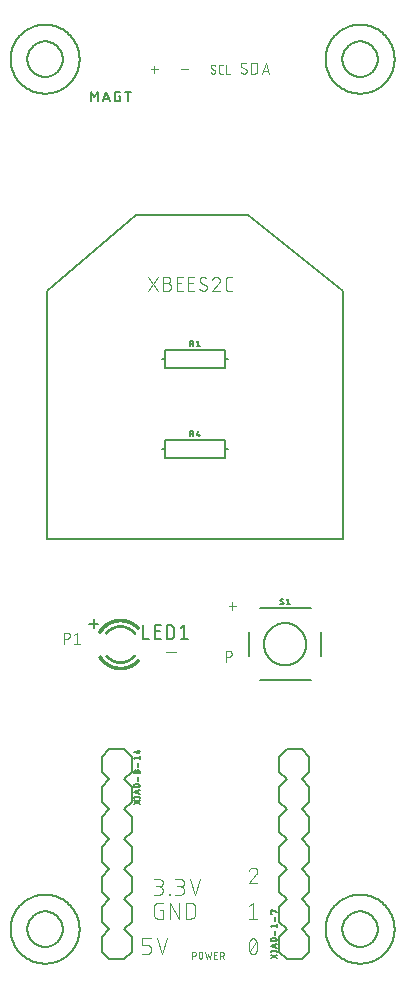
<source format=gbr>
G04 EAGLE Gerber RS-274X export*
G75*
%MOMM*%
%FSLAX34Y34*%
%LPD*%
%INSilkscreen Top*%
%IPPOS*%
%AMOC8*
5,1,8,0,0,1.08239X$1,22.5*%
G01*
%ADD10C,0.076200*%
%ADD11C,0.050800*%
%ADD12C,0.101600*%
%ADD13C,0.203200*%
%ADD14C,0.127000*%
%ADD15C,0.015238*%
%ADD16C,0.025400*%
%ADD17C,0.152400*%


D10*
X206714Y825881D02*
X206803Y825883D01*
X206891Y825889D01*
X206979Y825898D01*
X207067Y825911D01*
X207154Y825928D01*
X207240Y825948D01*
X207325Y825973D01*
X207410Y826000D01*
X207493Y826032D01*
X207574Y826066D01*
X207654Y826105D01*
X207732Y826146D01*
X207809Y826191D01*
X207883Y826239D01*
X207956Y826290D01*
X208026Y826344D01*
X208093Y826402D01*
X208159Y826462D01*
X208221Y826524D01*
X208281Y826590D01*
X208339Y826657D01*
X208393Y826727D01*
X208444Y826800D01*
X208492Y826874D01*
X208537Y826951D01*
X208578Y827029D01*
X208617Y827109D01*
X208651Y827190D01*
X208683Y827273D01*
X208710Y827358D01*
X208735Y827443D01*
X208755Y827529D01*
X208772Y827616D01*
X208785Y827704D01*
X208794Y827792D01*
X208800Y827880D01*
X208802Y827969D01*
X206714Y825881D02*
X206585Y825883D01*
X206456Y825889D01*
X206327Y825898D01*
X206199Y825911D01*
X206071Y825928D01*
X205944Y825949D01*
X205817Y825973D01*
X205691Y826001D01*
X205566Y826033D01*
X205442Y826068D01*
X205319Y826107D01*
X205197Y826150D01*
X205077Y826196D01*
X204958Y826246D01*
X204840Y826299D01*
X204724Y826355D01*
X204610Y826415D01*
X204497Y826478D01*
X204387Y826545D01*
X204278Y826614D01*
X204172Y826687D01*
X204067Y826763D01*
X203965Y826842D01*
X203866Y826924D01*
X203768Y827008D01*
X203673Y827096D01*
X203581Y827186D01*
X203842Y833191D02*
X203844Y833280D01*
X203850Y833368D01*
X203859Y833456D01*
X203872Y833544D01*
X203889Y833631D01*
X203909Y833717D01*
X203934Y833802D01*
X203961Y833887D01*
X203993Y833970D01*
X204027Y834051D01*
X204066Y834131D01*
X204107Y834209D01*
X204152Y834286D01*
X204200Y834360D01*
X204251Y834433D01*
X204305Y834503D01*
X204363Y834570D01*
X204423Y834636D01*
X204485Y834698D01*
X204551Y834758D01*
X204618Y834816D01*
X204688Y834870D01*
X204761Y834921D01*
X204835Y834969D01*
X204912Y835014D01*
X204990Y835055D01*
X205070Y835094D01*
X205151Y835128D01*
X205234Y835160D01*
X205319Y835187D01*
X205404Y835212D01*
X205490Y835232D01*
X205577Y835249D01*
X205665Y835262D01*
X205753Y835271D01*
X205841Y835277D01*
X205930Y835279D01*
X206050Y835277D01*
X206170Y835272D01*
X206290Y835262D01*
X206409Y835250D01*
X206528Y835233D01*
X206646Y835213D01*
X206764Y835189D01*
X206880Y835162D01*
X206996Y835131D01*
X207111Y835097D01*
X207225Y835059D01*
X207338Y835017D01*
X207449Y834972D01*
X207559Y834924D01*
X207667Y834873D01*
X207774Y834818D01*
X207879Y834760D01*
X207982Y834698D01*
X208083Y834634D01*
X208183Y834566D01*
X208280Y834496D01*
X204886Y831364D02*
X204808Y831412D01*
X204732Y831464D01*
X204659Y831518D01*
X204588Y831576D01*
X204519Y831637D01*
X204453Y831701D01*
X204390Y831768D01*
X204330Y831837D01*
X204273Y831909D01*
X204219Y831983D01*
X204169Y832060D01*
X204121Y832139D01*
X204078Y832219D01*
X204037Y832302D01*
X204001Y832386D01*
X203968Y832471D01*
X203939Y832558D01*
X203913Y832647D01*
X203891Y832736D01*
X203874Y832826D01*
X203860Y832916D01*
X203850Y833008D01*
X203844Y833099D01*
X203842Y833191D01*
X207758Y829796D02*
X207836Y829748D01*
X207912Y829696D01*
X207985Y829642D01*
X208056Y829584D01*
X208125Y829523D01*
X208191Y829459D01*
X208254Y829392D01*
X208314Y829323D01*
X208371Y829251D01*
X208425Y829177D01*
X208475Y829100D01*
X208523Y829021D01*
X208566Y828941D01*
X208607Y828858D01*
X208643Y828774D01*
X208676Y828689D01*
X208705Y828602D01*
X208731Y828513D01*
X208753Y828424D01*
X208770Y828334D01*
X208784Y828244D01*
X208794Y828152D01*
X208800Y828061D01*
X208802Y827969D01*
X207758Y829797D02*
X204886Y831363D01*
X212725Y835279D02*
X212725Y825881D01*
X212725Y835279D02*
X215336Y835279D01*
X215436Y835277D01*
X215536Y835271D01*
X215635Y835262D01*
X215735Y835248D01*
X215833Y835231D01*
X215931Y835210D01*
X216028Y835186D01*
X216124Y835157D01*
X216219Y835125D01*
X216312Y835090D01*
X216404Y835051D01*
X216495Y835008D01*
X216583Y834962D01*
X216670Y834912D01*
X216755Y834860D01*
X216838Y834804D01*
X216919Y834745D01*
X216997Y834682D01*
X217073Y834617D01*
X217147Y834549D01*
X217217Y834479D01*
X217285Y834405D01*
X217350Y834329D01*
X217413Y834251D01*
X217472Y834170D01*
X217528Y834087D01*
X217580Y834002D01*
X217630Y833915D01*
X217676Y833827D01*
X217719Y833736D01*
X217758Y833644D01*
X217793Y833551D01*
X217825Y833456D01*
X217854Y833360D01*
X217878Y833263D01*
X217899Y833165D01*
X217916Y833067D01*
X217930Y832967D01*
X217939Y832868D01*
X217945Y832768D01*
X217947Y832668D01*
X217946Y832668D02*
X217946Y828492D01*
X217947Y828492D02*
X217945Y828392D01*
X217939Y828292D01*
X217930Y828193D01*
X217916Y828093D01*
X217899Y827995D01*
X217878Y827897D01*
X217854Y827800D01*
X217825Y827704D01*
X217793Y827609D01*
X217758Y827516D01*
X217719Y827424D01*
X217676Y827333D01*
X217630Y827245D01*
X217580Y827158D01*
X217528Y827073D01*
X217472Y826990D01*
X217413Y826909D01*
X217350Y826831D01*
X217285Y826755D01*
X217217Y826681D01*
X217147Y826611D01*
X217073Y826543D01*
X216997Y826478D01*
X216919Y826415D01*
X216838Y826356D01*
X216755Y826300D01*
X216670Y826248D01*
X216583Y826198D01*
X216495Y826152D01*
X216404Y826109D01*
X216312Y826070D01*
X216219Y826035D01*
X216124Y826003D01*
X216028Y825974D01*
X215931Y825950D01*
X215833Y825929D01*
X215735Y825912D01*
X215635Y825898D01*
X215536Y825889D01*
X215436Y825883D01*
X215336Y825881D01*
X212725Y825881D01*
X221652Y825881D02*
X224784Y835279D01*
X227917Y825881D01*
X227134Y828231D02*
X222435Y828231D01*
X182273Y827518D02*
X182271Y827440D01*
X182266Y827362D01*
X182256Y827285D01*
X182243Y827208D01*
X182227Y827132D01*
X182207Y827057D01*
X182183Y826983D01*
X182156Y826910D01*
X182125Y826838D01*
X182091Y826768D01*
X182054Y826700D01*
X182013Y826633D01*
X181969Y826568D01*
X181923Y826506D01*
X181873Y826446D01*
X181821Y826388D01*
X181766Y826333D01*
X181708Y826281D01*
X181648Y826231D01*
X181586Y826185D01*
X181521Y826141D01*
X181455Y826100D01*
X181386Y826063D01*
X181316Y826029D01*
X181244Y825998D01*
X181171Y825971D01*
X181097Y825947D01*
X181022Y825927D01*
X180946Y825911D01*
X180869Y825898D01*
X180792Y825888D01*
X180714Y825883D01*
X180636Y825881D01*
X180522Y825883D01*
X180409Y825888D01*
X180295Y825898D01*
X180182Y825911D01*
X180070Y825928D01*
X179958Y825948D01*
X179847Y825972D01*
X179736Y826000D01*
X179627Y826031D01*
X179519Y826066D01*
X179412Y826105D01*
X179306Y826147D01*
X179202Y826192D01*
X179099Y826241D01*
X178998Y826294D01*
X178899Y826349D01*
X178801Y826408D01*
X178706Y826470D01*
X178613Y826535D01*
X178521Y826603D01*
X178433Y826674D01*
X178346Y826748D01*
X178262Y826825D01*
X178181Y826904D01*
X178385Y831610D02*
X178387Y831688D01*
X178392Y831766D01*
X178402Y831843D01*
X178415Y831920D01*
X178431Y831996D01*
X178451Y832071D01*
X178475Y832145D01*
X178502Y832218D01*
X178533Y832290D01*
X178567Y832360D01*
X178604Y832429D01*
X178645Y832495D01*
X178689Y832560D01*
X178735Y832622D01*
X178785Y832682D01*
X178837Y832740D01*
X178892Y832795D01*
X178950Y832847D01*
X179010Y832897D01*
X179072Y832943D01*
X179137Y832987D01*
X179204Y833028D01*
X179272Y833065D01*
X179342Y833099D01*
X179414Y833130D01*
X179487Y833157D01*
X179561Y833181D01*
X179636Y833201D01*
X179712Y833217D01*
X179789Y833230D01*
X179866Y833240D01*
X179944Y833245D01*
X180022Y833247D01*
X180132Y833245D01*
X180241Y833239D01*
X180351Y833229D01*
X180459Y833216D01*
X180568Y833198D01*
X180675Y833177D01*
X180782Y833151D01*
X180888Y833122D01*
X180993Y833090D01*
X181096Y833053D01*
X181198Y833013D01*
X181299Y832969D01*
X181398Y832921D01*
X181495Y832871D01*
X181590Y832816D01*
X181683Y832758D01*
X181774Y832697D01*
X181863Y832633D01*
X179204Y830177D02*
X179137Y830219D01*
X179072Y830263D01*
X179010Y830311D01*
X178950Y830361D01*
X178892Y830414D01*
X178837Y830470D01*
X178785Y830529D01*
X178735Y830589D01*
X178688Y830653D01*
X178645Y830718D01*
X178604Y830785D01*
X178567Y830854D01*
X178533Y830925D01*
X178502Y830997D01*
X178475Y831071D01*
X178451Y831145D01*
X178431Y831221D01*
X178415Y831298D01*
X178402Y831375D01*
X178392Y831453D01*
X178387Y831532D01*
X178385Y831610D01*
X181455Y828950D02*
X181521Y828908D01*
X181586Y828864D01*
X181648Y828817D01*
X181708Y828766D01*
X181766Y828713D01*
X181821Y828657D01*
X181874Y828599D01*
X181923Y828538D01*
X181970Y828475D01*
X182013Y828410D01*
X182054Y828343D01*
X182091Y828274D01*
X182125Y828203D01*
X182156Y828131D01*
X182183Y828057D01*
X182207Y827982D01*
X182227Y827907D01*
X182243Y827830D01*
X182256Y827753D01*
X182266Y827675D01*
X182271Y827596D01*
X182273Y827518D01*
X181455Y828950D02*
X179204Y830178D01*
X186866Y825881D02*
X188503Y825881D01*
X186866Y825881D02*
X186788Y825883D01*
X186710Y825888D01*
X186633Y825898D01*
X186556Y825911D01*
X186480Y825927D01*
X186405Y825947D01*
X186331Y825971D01*
X186258Y825998D01*
X186186Y826029D01*
X186116Y826063D01*
X186048Y826100D01*
X185981Y826141D01*
X185916Y826185D01*
X185854Y826231D01*
X185794Y826281D01*
X185736Y826333D01*
X185681Y826388D01*
X185629Y826446D01*
X185579Y826506D01*
X185533Y826568D01*
X185489Y826633D01*
X185448Y826700D01*
X185411Y826768D01*
X185377Y826838D01*
X185346Y826910D01*
X185319Y826983D01*
X185295Y827057D01*
X185275Y827132D01*
X185259Y827208D01*
X185246Y827285D01*
X185236Y827362D01*
X185231Y827440D01*
X185229Y827518D01*
X185229Y831610D01*
X185231Y831690D01*
X185237Y831770D01*
X185247Y831850D01*
X185260Y831929D01*
X185278Y832008D01*
X185299Y832085D01*
X185325Y832161D01*
X185354Y832236D01*
X185386Y832310D01*
X185422Y832382D01*
X185462Y832452D01*
X185505Y832519D01*
X185551Y832585D01*
X185601Y832648D01*
X185653Y832709D01*
X185708Y832768D01*
X185767Y832823D01*
X185827Y832875D01*
X185891Y832925D01*
X185957Y832971D01*
X186024Y833014D01*
X186094Y833054D01*
X186166Y833090D01*
X186240Y833122D01*
X186314Y833151D01*
X186391Y833177D01*
X186468Y833198D01*
X186547Y833216D01*
X186626Y833229D01*
X186706Y833239D01*
X186786Y833245D01*
X186866Y833247D01*
X188503Y833247D01*
X191608Y833247D02*
X191608Y825881D01*
X194882Y825881D01*
X133646Y829536D02*
X127381Y829536D01*
X130514Y826403D02*
X130514Y832668D01*
X152781Y829536D02*
X159046Y829536D01*
D11*
X162654Y82296D02*
X162654Y76454D01*
X162654Y82296D02*
X164277Y82296D01*
X164357Y82294D01*
X164436Y82288D01*
X164515Y82278D01*
X164594Y82265D01*
X164671Y82247D01*
X164748Y82226D01*
X164824Y82201D01*
X164898Y82172D01*
X164971Y82140D01*
X165042Y82104D01*
X165111Y82065D01*
X165179Y82022D01*
X165244Y81977D01*
X165307Y81928D01*
X165367Y81876D01*
X165425Y81821D01*
X165480Y81763D01*
X165532Y81703D01*
X165581Y81640D01*
X165626Y81575D01*
X165669Y81507D01*
X165708Y81438D01*
X165744Y81367D01*
X165776Y81294D01*
X165805Y81220D01*
X165830Y81144D01*
X165851Y81067D01*
X165869Y80990D01*
X165882Y80911D01*
X165892Y80832D01*
X165898Y80753D01*
X165900Y80673D01*
X165898Y80593D01*
X165892Y80514D01*
X165882Y80435D01*
X165869Y80356D01*
X165851Y80279D01*
X165830Y80202D01*
X165805Y80126D01*
X165776Y80052D01*
X165744Y79979D01*
X165708Y79908D01*
X165669Y79839D01*
X165626Y79771D01*
X165581Y79706D01*
X165532Y79643D01*
X165480Y79583D01*
X165425Y79525D01*
X165367Y79470D01*
X165307Y79418D01*
X165244Y79369D01*
X165179Y79324D01*
X165111Y79281D01*
X165042Y79242D01*
X164971Y79206D01*
X164898Y79174D01*
X164824Y79145D01*
X164748Y79120D01*
X164671Y79099D01*
X164594Y79081D01*
X164515Y79068D01*
X164436Y79058D01*
X164357Y79052D01*
X164277Y79050D01*
X162654Y79050D01*
X168094Y78077D02*
X168094Y80673D01*
X168096Y80753D01*
X168102Y80832D01*
X168112Y80911D01*
X168125Y80990D01*
X168143Y81067D01*
X168164Y81144D01*
X168189Y81220D01*
X168218Y81294D01*
X168250Y81367D01*
X168286Y81438D01*
X168325Y81507D01*
X168368Y81575D01*
X168413Y81640D01*
X168462Y81703D01*
X168514Y81763D01*
X168569Y81821D01*
X168627Y81876D01*
X168687Y81928D01*
X168750Y81977D01*
X168815Y82022D01*
X168883Y82065D01*
X168952Y82104D01*
X169023Y82140D01*
X169096Y82172D01*
X169170Y82201D01*
X169246Y82226D01*
X169323Y82247D01*
X169400Y82265D01*
X169479Y82278D01*
X169558Y82288D01*
X169637Y82294D01*
X169717Y82296D01*
X169797Y82294D01*
X169876Y82288D01*
X169955Y82278D01*
X170034Y82265D01*
X170111Y82247D01*
X170188Y82226D01*
X170264Y82201D01*
X170338Y82172D01*
X170411Y82140D01*
X170482Y82104D01*
X170551Y82065D01*
X170619Y82022D01*
X170684Y81977D01*
X170747Y81928D01*
X170807Y81876D01*
X170865Y81821D01*
X170920Y81763D01*
X170972Y81703D01*
X171021Y81640D01*
X171066Y81575D01*
X171109Y81507D01*
X171148Y81438D01*
X171184Y81367D01*
X171216Y81294D01*
X171245Y81220D01*
X171270Y81144D01*
X171291Y81067D01*
X171309Y80990D01*
X171322Y80911D01*
X171332Y80832D01*
X171338Y80753D01*
X171340Y80673D01*
X171339Y80673D02*
X171339Y78077D01*
X171340Y78077D02*
X171338Y77997D01*
X171332Y77918D01*
X171322Y77839D01*
X171309Y77760D01*
X171291Y77683D01*
X171270Y77606D01*
X171245Y77530D01*
X171216Y77456D01*
X171184Y77383D01*
X171148Y77312D01*
X171109Y77243D01*
X171066Y77175D01*
X171021Y77110D01*
X170972Y77047D01*
X170920Y76987D01*
X170865Y76929D01*
X170807Y76874D01*
X170747Y76822D01*
X170684Y76773D01*
X170619Y76728D01*
X170551Y76685D01*
X170482Y76646D01*
X170411Y76610D01*
X170338Y76578D01*
X170264Y76549D01*
X170188Y76524D01*
X170111Y76503D01*
X170034Y76485D01*
X169955Y76472D01*
X169876Y76462D01*
X169797Y76456D01*
X169717Y76454D01*
X169637Y76456D01*
X169558Y76462D01*
X169479Y76472D01*
X169400Y76485D01*
X169323Y76503D01*
X169246Y76524D01*
X169170Y76549D01*
X169096Y76578D01*
X169023Y76610D01*
X168952Y76646D01*
X168883Y76685D01*
X168815Y76728D01*
X168750Y76773D01*
X168687Y76822D01*
X168627Y76874D01*
X168569Y76929D01*
X168514Y76987D01*
X168462Y77047D01*
X168413Y77110D01*
X168368Y77175D01*
X168325Y77243D01*
X168286Y77312D01*
X168250Y77383D01*
X168218Y77456D01*
X168189Y77530D01*
X168164Y77606D01*
X168143Y77683D01*
X168125Y77760D01*
X168112Y77839D01*
X168102Y77918D01*
X168096Y77997D01*
X168094Y78077D01*
X173597Y82296D02*
X174895Y76454D01*
X176194Y80349D01*
X177492Y76454D01*
X178790Y82296D01*
X181250Y76454D02*
X183846Y76454D01*
X181250Y76454D02*
X181250Y82296D01*
X183846Y82296D01*
X183197Y79700D02*
X181250Y79700D01*
X186228Y82296D02*
X186228Y76454D01*
X186228Y82296D02*
X187851Y82296D01*
X187931Y82294D01*
X188010Y82288D01*
X188089Y82278D01*
X188168Y82265D01*
X188245Y82247D01*
X188322Y82226D01*
X188398Y82201D01*
X188472Y82172D01*
X188545Y82140D01*
X188616Y82104D01*
X188685Y82065D01*
X188753Y82022D01*
X188818Y81977D01*
X188881Y81928D01*
X188941Y81876D01*
X188999Y81821D01*
X189054Y81763D01*
X189106Y81703D01*
X189155Y81640D01*
X189200Y81575D01*
X189243Y81507D01*
X189282Y81438D01*
X189318Y81367D01*
X189350Y81294D01*
X189379Y81220D01*
X189404Y81144D01*
X189425Y81067D01*
X189443Y80990D01*
X189456Y80911D01*
X189466Y80832D01*
X189472Y80753D01*
X189474Y80673D01*
X189472Y80593D01*
X189466Y80514D01*
X189456Y80435D01*
X189443Y80356D01*
X189425Y80279D01*
X189404Y80202D01*
X189379Y80126D01*
X189350Y80052D01*
X189318Y79979D01*
X189282Y79908D01*
X189243Y79839D01*
X189200Y79771D01*
X189155Y79706D01*
X189106Y79643D01*
X189054Y79583D01*
X188999Y79525D01*
X188941Y79470D01*
X188881Y79418D01*
X188818Y79369D01*
X188753Y79324D01*
X188685Y79281D01*
X188616Y79242D01*
X188545Y79206D01*
X188472Y79174D01*
X188398Y79145D01*
X188322Y79120D01*
X188245Y79099D01*
X188168Y79081D01*
X188089Y79068D01*
X188010Y79058D01*
X187931Y79052D01*
X187851Y79050D01*
X186228Y79050D01*
X188175Y79050D02*
X189474Y76454D01*
D10*
X193581Y375036D02*
X199846Y375036D01*
X196714Y378168D02*
X196714Y371903D01*
X190881Y337279D02*
X190881Y327881D01*
X190881Y337279D02*
X193492Y337279D01*
X193593Y337277D01*
X193694Y337271D01*
X193795Y337261D01*
X193895Y337248D01*
X193995Y337230D01*
X194094Y337209D01*
X194192Y337183D01*
X194289Y337154D01*
X194385Y337122D01*
X194479Y337085D01*
X194572Y337045D01*
X194664Y337001D01*
X194753Y336954D01*
X194841Y336903D01*
X194927Y336849D01*
X195010Y336792D01*
X195092Y336732D01*
X195170Y336668D01*
X195247Y336602D01*
X195320Y336532D01*
X195391Y336460D01*
X195459Y336385D01*
X195524Y336307D01*
X195586Y336227D01*
X195645Y336145D01*
X195701Y336060D01*
X195753Y335973D01*
X195802Y335885D01*
X195848Y335794D01*
X195889Y335702D01*
X195928Y335608D01*
X195962Y335513D01*
X195993Y335417D01*
X196020Y335319D01*
X196044Y335221D01*
X196063Y335121D01*
X196079Y335021D01*
X196091Y334921D01*
X196099Y334820D01*
X196103Y334719D01*
X196103Y334617D01*
X196099Y334516D01*
X196091Y334415D01*
X196079Y334315D01*
X196063Y334215D01*
X196044Y334115D01*
X196020Y334017D01*
X195993Y333919D01*
X195962Y333823D01*
X195928Y333728D01*
X195889Y333634D01*
X195848Y333542D01*
X195802Y333451D01*
X195753Y333363D01*
X195701Y333276D01*
X195645Y333191D01*
X195586Y333109D01*
X195524Y333029D01*
X195459Y332951D01*
X195391Y332876D01*
X195320Y332804D01*
X195247Y332734D01*
X195170Y332668D01*
X195092Y332604D01*
X195010Y332544D01*
X194927Y332487D01*
X194841Y332433D01*
X194753Y332382D01*
X194664Y332335D01*
X194572Y332291D01*
X194479Y332251D01*
X194385Y332214D01*
X194289Y332182D01*
X194192Y332153D01*
X194094Y332127D01*
X193995Y332106D01*
X193895Y332088D01*
X193795Y332075D01*
X193694Y332065D01*
X193593Y332059D01*
X193492Y332057D01*
X193492Y332058D02*
X190881Y332058D01*
D12*
X149013Y335844D02*
X140208Y335844D01*
D10*
X53881Y343281D02*
X53881Y352679D01*
X56492Y352679D01*
X56593Y352677D01*
X56694Y352671D01*
X56795Y352661D01*
X56895Y352648D01*
X56995Y352630D01*
X57094Y352609D01*
X57192Y352583D01*
X57289Y352554D01*
X57385Y352522D01*
X57479Y352485D01*
X57572Y352445D01*
X57664Y352401D01*
X57753Y352354D01*
X57841Y352303D01*
X57927Y352249D01*
X58010Y352192D01*
X58092Y352132D01*
X58170Y352068D01*
X58247Y352002D01*
X58320Y351932D01*
X58391Y351860D01*
X58459Y351785D01*
X58524Y351707D01*
X58586Y351627D01*
X58645Y351545D01*
X58701Y351460D01*
X58753Y351373D01*
X58802Y351285D01*
X58848Y351194D01*
X58889Y351102D01*
X58928Y351008D01*
X58962Y350913D01*
X58993Y350817D01*
X59020Y350719D01*
X59044Y350621D01*
X59063Y350521D01*
X59079Y350421D01*
X59091Y350321D01*
X59099Y350220D01*
X59103Y350119D01*
X59103Y350017D01*
X59099Y349916D01*
X59091Y349815D01*
X59079Y349715D01*
X59063Y349615D01*
X59044Y349515D01*
X59020Y349417D01*
X58993Y349319D01*
X58962Y349223D01*
X58928Y349128D01*
X58889Y349034D01*
X58848Y348942D01*
X58802Y348851D01*
X58753Y348763D01*
X58701Y348676D01*
X58645Y348591D01*
X58586Y348509D01*
X58524Y348429D01*
X58459Y348351D01*
X58391Y348276D01*
X58320Y348204D01*
X58247Y348134D01*
X58170Y348068D01*
X58092Y348004D01*
X58010Y347944D01*
X57927Y347887D01*
X57841Y347833D01*
X57753Y347782D01*
X57664Y347735D01*
X57572Y347691D01*
X57479Y347651D01*
X57385Y347614D01*
X57289Y347582D01*
X57192Y347553D01*
X57094Y347527D01*
X56995Y347506D01*
X56895Y347488D01*
X56795Y347475D01*
X56694Y347465D01*
X56593Y347459D01*
X56492Y347457D01*
X56492Y347458D02*
X53881Y347458D01*
X62589Y350591D02*
X65199Y352679D01*
X65199Y343281D01*
X62589Y343281D02*
X67810Y343281D01*
D12*
X211609Y91881D02*
X211498Y91647D01*
X211392Y91409D01*
X211292Y91169D01*
X211198Y90927D01*
X211110Y90682D01*
X211028Y90436D01*
X210952Y90188D01*
X210881Y89938D01*
X210817Y89686D01*
X210758Y89433D01*
X210706Y89178D01*
X210660Y88922D01*
X210619Y88666D01*
X210585Y88408D01*
X210558Y88150D01*
X210536Y87891D01*
X210520Y87631D01*
X210511Y87372D01*
X210508Y87112D01*
X211609Y91882D02*
X211644Y91977D01*
X211682Y92072D01*
X211724Y92165D01*
X211770Y92256D01*
X211819Y92346D01*
X211871Y92434D01*
X211926Y92519D01*
X211985Y92603D01*
X212047Y92684D01*
X212111Y92763D01*
X212179Y92839D01*
X212250Y92913D01*
X212323Y92984D01*
X212399Y93052D01*
X212477Y93118D01*
X212558Y93180D01*
X212641Y93240D01*
X212726Y93296D01*
X212813Y93349D01*
X212902Y93398D01*
X212993Y93444D01*
X213086Y93487D01*
X213180Y93526D01*
X213276Y93562D01*
X213373Y93594D01*
X213471Y93623D01*
X213570Y93647D01*
X213670Y93668D01*
X213770Y93685D01*
X213871Y93699D01*
X213973Y93708D01*
X214075Y93714D01*
X214177Y93716D01*
X214279Y93714D01*
X214381Y93708D01*
X214483Y93699D01*
X214584Y93685D01*
X214684Y93668D01*
X214784Y93647D01*
X214883Y93623D01*
X214981Y93594D01*
X215078Y93562D01*
X215174Y93526D01*
X215268Y93487D01*
X215361Y93444D01*
X215452Y93398D01*
X215541Y93349D01*
X215628Y93296D01*
X215713Y93240D01*
X215796Y93180D01*
X215877Y93118D01*
X215955Y93052D01*
X216031Y92984D01*
X216104Y92913D01*
X216175Y92839D01*
X216243Y92763D01*
X216307Y92684D01*
X216369Y92603D01*
X216428Y92519D01*
X216483Y92434D01*
X216535Y92346D01*
X216584Y92256D01*
X216630Y92165D01*
X216672Y92072D01*
X216710Y91977D01*
X216745Y91882D01*
X216744Y91881D02*
X216855Y91646D01*
X216961Y91409D01*
X217061Y91169D01*
X217155Y90927D01*
X217243Y90682D01*
X217325Y90436D01*
X217401Y90188D01*
X217472Y89937D01*
X217536Y89686D01*
X217595Y89433D01*
X217647Y89178D01*
X217693Y88922D01*
X217734Y88666D01*
X217768Y88408D01*
X217795Y88150D01*
X217817Y87891D01*
X217833Y87631D01*
X217842Y87372D01*
X217845Y87112D01*
X210508Y87112D02*
X210511Y86852D01*
X210520Y86593D01*
X210536Y86333D01*
X210558Y86074D01*
X210585Y85816D01*
X210619Y85558D01*
X210660Y85302D01*
X210706Y85046D01*
X210758Y84791D01*
X210817Y84538D01*
X210881Y84287D01*
X210952Y84036D01*
X211028Y83788D01*
X211110Y83542D01*
X211198Y83297D01*
X211292Y83055D01*
X211392Y82815D01*
X211498Y82578D01*
X211609Y82343D01*
X211609Y82342D02*
X211644Y82247D01*
X211682Y82152D01*
X211724Y82059D01*
X211770Y81968D01*
X211819Y81878D01*
X211871Y81790D01*
X211926Y81705D01*
X211985Y81621D01*
X212047Y81540D01*
X212111Y81461D01*
X212179Y81385D01*
X212250Y81311D01*
X212323Y81240D01*
X212399Y81172D01*
X212477Y81106D01*
X212558Y81044D01*
X212641Y80984D01*
X212726Y80928D01*
X212813Y80875D01*
X212902Y80826D01*
X212993Y80780D01*
X213086Y80737D01*
X213180Y80698D01*
X213276Y80662D01*
X213373Y80630D01*
X213471Y80601D01*
X213570Y80577D01*
X213670Y80556D01*
X213770Y80539D01*
X213871Y80525D01*
X213973Y80516D01*
X214075Y80510D01*
X214177Y80508D01*
X216745Y82342D02*
X216856Y82577D01*
X216962Y82815D01*
X217062Y83055D01*
X217156Y83297D01*
X217244Y83541D01*
X217326Y83788D01*
X217402Y84036D01*
X217473Y84286D01*
X217537Y84538D01*
X217596Y84791D01*
X217648Y85046D01*
X217694Y85301D01*
X217735Y85558D01*
X217769Y85816D01*
X217796Y86074D01*
X217818Y86333D01*
X217834Y86592D01*
X217843Y86852D01*
X217846Y87112D01*
X216745Y82342D02*
X216710Y82247D01*
X216672Y82152D01*
X216630Y82059D01*
X216584Y81968D01*
X216535Y81878D01*
X216483Y81790D01*
X216428Y81705D01*
X216369Y81621D01*
X216307Y81540D01*
X216243Y81461D01*
X216175Y81385D01*
X216104Y81311D01*
X216031Y81240D01*
X215955Y81172D01*
X215877Y81106D01*
X215796Y81044D01*
X215713Y80984D01*
X215628Y80928D01*
X215541Y80875D01*
X215452Y80826D01*
X215361Y80780D01*
X215268Y80737D01*
X215174Y80698D01*
X215078Y80662D01*
X214981Y80630D01*
X214883Y80601D01*
X214784Y80577D01*
X214684Y80556D01*
X214584Y80539D01*
X214483Y80525D01*
X214381Y80516D01*
X214279Y80510D01*
X214177Y80508D01*
X211242Y83443D02*
X217112Y90781D01*
X210508Y120781D02*
X214177Y123716D01*
X214177Y110508D01*
X210508Y110508D02*
X217846Y110508D01*
X217846Y150414D02*
X217844Y150527D01*
X217838Y150639D01*
X217829Y150752D01*
X217815Y150864D01*
X217798Y150975D01*
X217777Y151086D01*
X217752Y151196D01*
X217724Y151305D01*
X217691Y151413D01*
X217655Y151520D01*
X217616Y151625D01*
X217573Y151730D01*
X217526Y151832D01*
X217476Y151933D01*
X217422Y152032D01*
X217365Y152130D01*
X217305Y152225D01*
X217242Y152318D01*
X217175Y152409D01*
X217105Y152498D01*
X217033Y152584D01*
X216957Y152668D01*
X216879Y152749D01*
X216798Y152827D01*
X216714Y152903D01*
X216628Y152975D01*
X216539Y153045D01*
X216448Y153112D01*
X216355Y153175D01*
X216260Y153235D01*
X216162Y153292D01*
X216063Y153346D01*
X215962Y153396D01*
X215860Y153443D01*
X215755Y153486D01*
X215650Y153525D01*
X215543Y153561D01*
X215435Y153594D01*
X215326Y153622D01*
X215216Y153647D01*
X215105Y153668D01*
X214994Y153685D01*
X214882Y153699D01*
X214769Y153708D01*
X214657Y153714D01*
X214544Y153716D01*
X214417Y153714D01*
X214290Y153708D01*
X214163Y153699D01*
X214037Y153686D01*
X213911Y153669D01*
X213786Y153648D01*
X213661Y153623D01*
X213538Y153595D01*
X213415Y153563D01*
X213293Y153527D01*
X213172Y153488D01*
X213052Y153445D01*
X212934Y153399D01*
X212817Y153349D01*
X212702Y153295D01*
X212589Y153238D01*
X212477Y153178D01*
X212367Y153115D01*
X212259Y153048D01*
X212153Y152978D01*
X212049Y152905D01*
X211947Y152828D01*
X211848Y152749D01*
X211751Y152667D01*
X211657Y152582D01*
X211565Y152494D01*
X211476Y152404D01*
X211390Y152310D01*
X211306Y152215D01*
X211226Y152117D01*
X211148Y152016D01*
X211073Y151913D01*
X211002Y151808D01*
X210934Y151701D01*
X210869Y151592D01*
X210807Y151481D01*
X210748Y151368D01*
X210693Y151254D01*
X210642Y151138D01*
X210594Y151020D01*
X210549Y150901D01*
X210508Y150781D01*
X216745Y147846D02*
X216827Y147926D01*
X216906Y148009D01*
X216983Y148095D01*
X217057Y148183D01*
X217127Y148274D01*
X217195Y148366D01*
X217260Y148461D01*
X217322Y148558D01*
X217380Y148657D01*
X217436Y148758D01*
X217488Y148860D01*
X217536Y148964D01*
X217581Y149070D01*
X217623Y149177D01*
X217662Y149285D01*
X217696Y149395D01*
X217728Y149505D01*
X217755Y149617D01*
X217779Y149729D01*
X217800Y149842D01*
X217816Y149956D01*
X217829Y150070D01*
X217839Y150184D01*
X217844Y150299D01*
X217846Y150414D01*
X216745Y147846D02*
X210508Y140508D01*
X217846Y140508D01*
X134177Y130508D02*
X130508Y130508D01*
X134177Y130508D02*
X134297Y130510D01*
X134417Y130516D01*
X134537Y130526D01*
X134656Y130539D01*
X134775Y130557D01*
X134893Y130578D01*
X135010Y130604D01*
X135127Y130633D01*
X135242Y130666D01*
X135356Y130703D01*
X135469Y130743D01*
X135581Y130787D01*
X135691Y130835D01*
X135800Y130886D01*
X135907Y130941D01*
X136012Y131000D01*
X136114Y131061D01*
X136215Y131126D01*
X136314Y131195D01*
X136411Y131266D01*
X136505Y131341D01*
X136596Y131418D01*
X136685Y131499D01*
X136771Y131583D01*
X136855Y131669D01*
X136936Y131758D01*
X137013Y131849D01*
X137088Y131943D01*
X137159Y132040D01*
X137228Y132139D01*
X137293Y132240D01*
X137354Y132343D01*
X137413Y132447D01*
X137468Y132554D01*
X137519Y132663D01*
X137567Y132773D01*
X137611Y132885D01*
X137651Y132998D01*
X137688Y133112D01*
X137721Y133227D01*
X137750Y133344D01*
X137776Y133461D01*
X137797Y133579D01*
X137815Y133698D01*
X137828Y133817D01*
X137838Y133937D01*
X137844Y134057D01*
X137846Y134177D01*
X137844Y134297D01*
X137838Y134417D01*
X137828Y134537D01*
X137815Y134656D01*
X137797Y134775D01*
X137776Y134893D01*
X137750Y135010D01*
X137721Y135127D01*
X137688Y135242D01*
X137651Y135356D01*
X137611Y135469D01*
X137567Y135581D01*
X137519Y135691D01*
X137468Y135800D01*
X137413Y135907D01*
X137354Y136012D01*
X137293Y136114D01*
X137228Y136215D01*
X137159Y136314D01*
X137088Y136411D01*
X137013Y136505D01*
X136936Y136596D01*
X136855Y136685D01*
X136771Y136771D01*
X136685Y136855D01*
X136596Y136936D01*
X136505Y137013D01*
X136411Y137088D01*
X136314Y137159D01*
X136215Y137228D01*
X136114Y137293D01*
X136011Y137354D01*
X135907Y137413D01*
X135800Y137468D01*
X135691Y137519D01*
X135581Y137567D01*
X135469Y137611D01*
X135356Y137651D01*
X135242Y137688D01*
X135127Y137721D01*
X135010Y137750D01*
X134893Y137776D01*
X134775Y137797D01*
X134656Y137815D01*
X134537Y137828D01*
X134417Y137838D01*
X134297Y137844D01*
X134177Y137846D01*
X134911Y143716D02*
X130508Y143716D01*
X134911Y143716D02*
X135018Y143714D01*
X135125Y143708D01*
X135232Y143698D01*
X135338Y143685D01*
X135444Y143667D01*
X135549Y143646D01*
X135653Y143621D01*
X135757Y143592D01*
X135859Y143559D01*
X135959Y143522D01*
X136059Y143482D01*
X136157Y143438D01*
X136253Y143391D01*
X136347Y143340D01*
X136440Y143286D01*
X136530Y143229D01*
X136619Y143168D01*
X136705Y143104D01*
X136788Y143037D01*
X136870Y142967D01*
X136948Y142894D01*
X137024Y142818D01*
X137097Y142740D01*
X137167Y142658D01*
X137234Y142575D01*
X137298Y142489D01*
X137359Y142400D01*
X137416Y142310D01*
X137470Y142217D01*
X137521Y142123D01*
X137568Y142027D01*
X137612Y141929D01*
X137652Y141829D01*
X137689Y141729D01*
X137722Y141627D01*
X137751Y141523D01*
X137776Y141419D01*
X137797Y141314D01*
X137815Y141208D01*
X137828Y141102D01*
X137838Y140995D01*
X137844Y140888D01*
X137846Y140781D01*
X137844Y140674D01*
X137838Y140567D01*
X137828Y140460D01*
X137815Y140354D01*
X137797Y140248D01*
X137776Y140143D01*
X137751Y140039D01*
X137722Y139935D01*
X137689Y139833D01*
X137652Y139733D01*
X137612Y139633D01*
X137568Y139535D01*
X137521Y139439D01*
X137470Y139345D01*
X137416Y139252D01*
X137359Y139162D01*
X137298Y139073D01*
X137234Y138987D01*
X137167Y138904D01*
X137097Y138822D01*
X137024Y138744D01*
X136948Y138668D01*
X136870Y138595D01*
X136788Y138525D01*
X136705Y138458D01*
X136619Y138394D01*
X136530Y138333D01*
X136440Y138276D01*
X136347Y138222D01*
X136253Y138171D01*
X136157Y138124D01*
X136059Y138080D01*
X135959Y138040D01*
X135859Y138003D01*
X135757Y137970D01*
X135653Y137941D01*
X135549Y137916D01*
X135444Y137895D01*
X135338Y137877D01*
X135232Y137864D01*
X135125Y137854D01*
X135018Y137848D01*
X134911Y137846D01*
X131976Y137846D01*
X142771Y131242D02*
X142771Y130508D01*
X142771Y131242D02*
X143505Y131242D01*
X143505Y130508D01*
X142771Y130508D01*
X148430Y130508D02*
X152099Y130508D01*
X152219Y130510D01*
X152339Y130516D01*
X152459Y130526D01*
X152578Y130539D01*
X152697Y130557D01*
X152815Y130578D01*
X152932Y130604D01*
X153049Y130633D01*
X153164Y130666D01*
X153278Y130703D01*
X153391Y130743D01*
X153503Y130787D01*
X153613Y130835D01*
X153722Y130886D01*
X153829Y130941D01*
X153934Y131000D01*
X154036Y131061D01*
X154137Y131126D01*
X154236Y131195D01*
X154333Y131266D01*
X154427Y131341D01*
X154518Y131418D01*
X154607Y131499D01*
X154693Y131583D01*
X154777Y131669D01*
X154858Y131758D01*
X154935Y131849D01*
X155010Y131943D01*
X155081Y132040D01*
X155150Y132139D01*
X155215Y132240D01*
X155276Y132343D01*
X155335Y132447D01*
X155390Y132554D01*
X155441Y132663D01*
X155489Y132773D01*
X155533Y132885D01*
X155573Y132998D01*
X155610Y133112D01*
X155643Y133227D01*
X155672Y133344D01*
X155698Y133461D01*
X155719Y133579D01*
X155737Y133698D01*
X155750Y133817D01*
X155760Y133937D01*
X155766Y134057D01*
X155768Y134177D01*
X155766Y134297D01*
X155760Y134417D01*
X155750Y134537D01*
X155737Y134656D01*
X155719Y134775D01*
X155698Y134893D01*
X155672Y135010D01*
X155643Y135127D01*
X155610Y135242D01*
X155573Y135356D01*
X155533Y135469D01*
X155489Y135581D01*
X155441Y135691D01*
X155390Y135800D01*
X155335Y135907D01*
X155276Y136012D01*
X155215Y136114D01*
X155150Y136215D01*
X155081Y136314D01*
X155010Y136411D01*
X154935Y136505D01*
X154858Y136596D01*
X154777Y136685D01*
X154693Y136771D01*
X154607Y136855D01*
X154518Y136936D01*
X154427Y137013D01*
X154333Y137088D01*
X154236Y137159D01*
X154137Y137228D01*
X154036Y137293D01*
X153933Y137354D01*
X153829Y137413D01*
X153722Y137468D01*
X153613Y137519D01*
X153503Y137567D01*
X153391Y137611D01*
X153278Y137651D01*
X153164Y137688D01*
X153049Y137721D01*
X152932Y137750D01*
X152815Y137776D01*
X152697Y137797D01*
X152578Y137815D01*
X152459Y137828D01*
X152339Y137838D01*
X152219Y137844D01*
X152099Y137846D01*
X152833Y143716D02*
X148430Y143716D01*
X152833Y143716D02*
X152940Y143714D01*
X153047Y143708D01*
X153154Y143698D01*
X153260Y143685D01*
X153366Y143667D01*
X153471Y143646D01*
X153575Y143621D01*
X153679Y143592D01*
X153781Y143559D01*
X153881Y143522D01*
X153981Y143482D01*
X154079Y143438D01*
X154175Y143391D01*
X154269Y143340D01*
X154362Y143286D01*
X154452Y143229D01*
X154541Y143168D01*
X154627Y143104D01*
X154710Y143037D01*
X154792Y142967D01*
X154870Y142894D01*
X154946Y142818D01*
X155019Y142740D01*
X155089Y142658D01*
X155156Y142575D01*
X155220Y142489D01*
X155281Y142400D01*
X155338Y142310D01*
X155392Y142217D01*
X155443Y142123D01*
X155490Y142027D01*
X155534Y141929D01*
X155574Y141829D01*
X155611Y141729D01*
X155644Y141627D01*
X155673Y141523D01*
X155698Y141419D01*
X155719Y141314D01*
X155737Y141208D01*
X155750Y141102D01*
X155760Y140995D01*
X155766Y140888D01*
X155768Y140781D01*
X155766Y140674D01*
X155760Y140567D01*
X155750Y140460D01*
X155737Y140354D01*
X155719Y140248D01*
X155698Y140143D01*
X155673Y140039D01*
X155644Y139935D01*
X155611Y139833D01*
X155574Y139733D01*
X155534Y139633D01*
X155490Y139535D01*
X155443Y139439D01*
X155392Y139345D01*
X155338Y139252D01*
X155281Y139162D01*
X155220Y139073D01*
X155156Y138987D01*
X155089Y138904D01*
X155019Y138822D01*
X154946Y138744D01*
X154870Y138668D01*
X154792Y138595D01*
X154710Y138525D01*
X154627Y138458D01*
X154541Y138394D01*
X154452Y138333D01*
X154362Y138276D01*
X154269Y138222D01*
X154175Y138171D01*
X154079Y138124D01*
X153981Y138080D01*
X153881Y138040D01*
X153781Y138003D01*
X153679Y137970D01*
X153575Y137941D01*
X153471Y137916D01*
X153366Y137895D01*
X153260Y137877D01*
X153154Y137864D01*
X153047Y137854D01*
X152940Y137848D01*
X152833Y137846D01*
X149898Y137846D01*
X160498Y143716D02*
X164901Y130508D01*
X169303Y143716D01*
X137846Y117846D02*
X135644Y117846D01*
X137846Y117846D02*
X137846Y110508D01*
X133443Y110508D01*
X133336Y110510D01*
X133229Y110516D01*
X133122Y110526D01*
X133016Y110539D01*
X132910Y110557D01*
X132805Y110578D01*
X132701Y110603D01*
X132597Y110632D01*
X132495Y110665D01*
X132395Y110702D01*
X132295Y110742D01*
X132197Y110786D01*
X132101Y110833D01*
X132007Y110884D01*
X131914Y110938D01*
X131824Y110995D01*
X131735Y111056D01*
X131649Y111120D01*
X131566Y111187D01*
X131484Y111257D01*
X131406Y111330D01*
X131330Y111406D01*
X131257Y111484D01*
X131187Y111566D01*
X131120Y111649D01*
X131056Y111735D01*
X130995Y111824D01*
X130938Y111914D01*
X130884Y112007D01*
X130833Y112101D01*
X130786Y112197D01*
X130742Y112295D01*
X130702Y112395D01*
X130665Y112495D01*
X130632Y112597D01*
X130603Y112701D01*
X130578Y112805D01*
X130557Y112910D01*
X130539Y113016D01*
X130526Y113122D01*
X130516Y113229D01*
X130510Y113336D01*
X130508Y113443D01*
X130508Y120781D01*
X130510Y120888D01*
X130516Y120995D01*
X130526Y121102D01*
X130539Y121208D01*
X130557Y121314D01*
X130578Y121419D01*
X130603Y121523D01*
X130632Y121627D01*
X130665Y121729D01*
X130702Y121829D01*
X130742Y121929D01*
X130786Y122027D01*
X130833Y122123D01*
X130884Y122217D01*
X130938Y122310D01*
X130995Y122400D01*
X131056Y122489D01*
X131120Y122575D01*
X131187Y122658D01*
X131257Y122740D01*
X131330Y122818D01*
X131406Y122894D01*
X131484Y122967D01*
X131566Y123037D01*
X131649Y123104D01*
X131735Y123168D01*
X131824Y123229D01*
X131914Y123286D01*
X132007Y123340D01*
X132101Y123391D01*
X132197Y123438D01*
X132295Y123482D01*
X132395Y123522D01*
X132495Y123559D01*
X132597Y123592D01*
X132701Y123621D01*
X132805Y123646D01*
X132910Y123667D01*
X133016Y123685D01*
X133122Y123698D01*
X133229Y123708D01*
X133336Y123714D01*
X133443Y123716D01*
X137846Y123716D01*
X144163Y123716D02*
X144163Y110508D01*
X151501Y110508D02*
X144163Y123716D01*
X151501Y123716D02*
X151501Y110508D01*
X157818Y110508D02*
X157818Y123716D01*
X161487Y123716D01*
X161607Y123714D01*
X161727Y123708D01*
X161847Y123698D01*
X161966Y123685D01*
X162085Y123667D01*
X162203Y123646D01*
X162320Y123620D01*
X162437Y123591D01*
X162552Y123558D01*
X162666Y123521D01*
X162779Y123481D01*
X162891Y123437D01*
X163001Y123389D01*
X163110Y123338D01*
X163217Y123283D01*
X163322Y123224D01*
X163424Y123163D01*
X163525Y123098D01*
X163624Y123029D01*
X163721Y122958D01*
X163815Y122883D01*
X163906Y122806D01*
X163995Y122725D01*
X164081Y122641D01*
X164165Y122555D01*
X164246Y122466D01*
X164323Y122375D01*
X164398Y122281D01*
X164469Y122184D01*
X164538Y122085D01*
X164603Y121984D01*
X164664Y121882D01*
X164723Y121777D01*
X164778Y121670D01*
X164829Y121561D01*
X164877Y121451D01*
X164921Y121339D01*
X164961Y121226D01*
X164998Y121112D01*
X165031Y120997D01*
X165060Y120880D01*
X165086Y120763D01*
X165107Y120645D01*
X165125Y120526D01*
X165138Y120407D01*
X165148Y120287D01*
X165154Y120167D01*
X165156Y120047D01*
X165156Y114177D01*
X165154Y114057D01*
X165148Y113937D01*
X165138Y113817D01*
X165125Y113698D01*
X165107Y113579D01*
X165086Y113461D01*
X165060Y113344D01*
X165031Y113227D01*
X164998Y113112D01*
X164961Y112998D01*
X164921Y112885D01*
X164877Y112773D01*
X164829Y112663D01*
X164778Y112554D01*
X164723Y112447D01*
X164664Y112343D01*
X164603Y112240D01*
X164538Y112139D01*
X164469Y112040D01*
X164398Y111943D01*
X164323Y111849D01*
X164246Y111758D01*
X164165Y111669D01*
X164081Y111583D01*
X163995Y111499D01*
X163906Y111418D01*
X163815Y111341D01*
X163721Y111266D01*
X163624Y111195D01*
X163525Y111126D01*
X163424Y111061D01*
X163322Y111000D01*
X163217Y110941D01*
X163110Y110886D01*
X163001Y110835D01*
X162891Y110787D01*
X162779Y110743D01*
X162666Y110703D01*
X162552Y110666D01*
X162437Y110633D01*
X162320Y110604D01*
X162203Y110578D01*
X162085Y110557D01*
X161966Y110539D01*
X161847Y110526D01*
X161727Y110516D01*
X161607Y110510D01*
X161487Y110508D01*
X157818Y110508D01*
X124911Y80508D02*
X120508Y80508D01*
X124911Y80508D02*
X125018Y80510D01*
X125125Y80516D01*
X125232Y80526D01*
X125338Y80539D01*
X125444Y80557D01*
X125549Y80578D01*
X125653Y80603D01*
X125757Y80632D01*
X125859Y80665D01*
X125959Y80702D01*
X126059Y80742D01*
X126157Y80786D01*
X126253Y80833D01*
X126347Y80884D01*
X126440Y80938D01*
X126530Y80995D01*
X126619Y81056D01*
X126705Y81120D01*
X126788Y81187D01*
X126870Y81257D01*
X126948Y81330D01*
X127024Y81406D01*
X127097Y81484D01*
X127167Y81566D01*
X127234Y81649D01*
X127298Y81735D01*
X127359Y81824D01*
X127416Y81914D01*
X127470Y82007D01*
X127521Y82101D01*
X127569Y82197D01*
X127612Y82295D01*
X127652Y82395D01*
X127689Y82495D01*
X127722Y82597D01*
X127751Y82701D01*
X127776Y82805D01*
X127797Y82910D01*
X127815Y83016D01*
X127828Y83122D01*
X127838Y83229D01*
X127844Y83336D01*
X127846Y83443D01*
X127846Y84911D01*
X127844Y85018D01*
X127838Y85125D01*
X127828Y85232D01*
X127815Y85338D01*
X127797Y85444D01*
X127776Y85549D01*
X127751Y85653D01*
X127722Y85757D01*
X127689Y85859D01*
X127652Y85959D01*
X127612Y86059D01*
X127568Y86157D01*
X127521Y86253D01*
X127470Y86347D01*
X127416Y86440D01*
X127359Y86530D01*
X127298Y86619D01*
X127234Y86705D01*
X127167Y86788D01*
X127097Y86870D01*
X127024Y86948D01*
X126948Y87024D01*
X126870Y87097D01*
X126788Y87167D01*
X126705Y87234D01*
X126619Y87298D01*
X126530Y87359D01*
X126440Y87416D01*
X126347Y87470D01*
X126253Y87521D01*
X126157Y87568D01*
X126059Y87612D01*
X125959Y87652D01*
X125859Y87689D01*
X125757Y87722D01*
X125653Y87751D01*
X125549Y87776D01*
X125444Y87797D01*
X125338Y87815D01*
X125232Y87828D01*
X125125Y87838D01*
X125018Y87844D01*
X124911Y87846D01*
X120508Y87846D01*
X120508Y93716D01*
X127846Y93716D01*
X132576Y93716D02*
X136978Y80508D01*
X141381Y93716D01*
D13*
X111600Y95250D02*
X111600Y82550D01*
X105250Y76200D01*
X92550Y76200D02*
X86200Y82550D01*
X111600Y120650D02*
X105250Y127000D01*
X111600Y120650D02*
X111600Y107950D01*
X105250Y101600D01*
X92550Y101600D02*
X86200Y107950D01*
X86200Y120650D01*
X92550Y127000D01*
X105250Y101600D02*
X111600Y95250D01*
X92550Y101600D02*
X86200Y95250D01*
X86200Y82550D01*
X111600Y158750D02*
X111600Y171450D01*
X111600Y158750D02*
X105250Y152400D01*
X92550Y152400D02*
X86200Y158750D01*
X105250Y152400D02*
X111600Y146050D01*
X111600Y133350D01*
X105250Y127000D01*
X92550Y127000D02*
X86200Y133350D01*
X86200Y146050D01*
X92550Y152400D01*
X111600Y196850D02*
X105250Y203200D01*
X111600Y196850D02*
X111600Y184150D01*
X105250Y177800D01*
X92550Y177800D02*
X86200Y184150D01*
X86200Y196850D01*
X92550Y203200D01*
X105250Y177800D02*
X111600Y171450D01*
X92550Y177800D02*
X86200Y171450D01*
X86200Y158750D01*
X111600Y234950D02*
X111600Y247650D01*
X111600Y234950D02*
X105250Y228600D01*
X92550Y228600D02*
X86200Y234950D01*
X105250Y228600D02*
X111600Y222250D01*
X111600Y209550D01*
X105250Y203200D01*
X92550Y203200D02*
X86200Y209550D01*
X86200Y222250D01*
X92550Y228600D01*
X92550Y254000D02*
X105250Y254000D01*
X111600Y247650D01*
X92550Y254000D02*
X86200Y247650D01*
X86200Y234950D01*
X92550Y76200D02*
X105250Y76200D01*
D14*
X118331Y207256D02*
X113505Y210474D01*
X113505Y207256D02*
X118331Y210474D01*
X118331Y213254D02*
X113505Y213254D01*
X118331Y212718D02*
X118331Y213790D01*
X113505Y213790D02*
X113505Y212718D01*
X113505Y217643D02*
X118331Y216035D01*
X118331Y219252D02*
X113505Y217643D01*
X117125Y218850D02*
X117125Y216437D01*
X116990Y221789D02*
X114846Y221789D01*
X114775Y221791D01*
X114703Y221797D01*
X114633Y221806D01*
X114563Y221819D01*
X114493Y221836D01*
X114425Y221857D01*
X114358Y221881D01*
X114292Y221909D01*
X114228Y221940D01*
X114165Y221975D01*
X114105Y222013D01*
X114046Y222054D01*
X113990Y222098D01*
X113936Y222145D01*
X113885Y222194D01*
X113837Y222247D01*
X113791Y222302D01*
X113749Y222359D01*
X113709Y222419D01*
X113673Y222480D01*
X113640Y222544D01*
X113611Y222609D01*
X113585Y222675D01*
X113562Y222743D01*
X113543Y222812D01*
X113528Y222882D01*
X113517Y222952D01*
X113509Y223023D01*
X113505Y223094D01*
X113505Y223166D01*
X113509Y223237D01*
X113517Y223308D01*
X113528Y223378D01*
X113543Y223448D01*
X113562Y223517D01*
X113585Y223585D01*
X113611Y223651D01*
X113640Y223716D01*
X113673Y223780D01*
X113709Y223841D01*
X113749Y223901D01*
X113791Y223958D01*
X113837Y224013D01*
X113885Y224066D01*
X113936Y224115D01*
X113990Y224162D01*
X114046Y224206D01*
X114105Y224247D01*
X114165Y224285D01*
X114228Y224320D01*
X114292Y224351D01*
X114358Y224379D01*
X114425Y224403D01*
X114493Y224424D01*
X114563Y224441D01*
X114633Y224454D01*
X114703Y224463D01*
X114775Y224469D01*
X114846Y224471D01*
X114846Y224470D02*
X116990Y224470D01*
X116990Y224471D02*
X117061Y224469D01*
X117133Y224463D01*
X117203Y224454D01*
X117273Y224441D01*
X117343Y224424D01*
X117411Y224403D01*
X117478Y224379D01*
X117544Y224351D01*
X117608Y224320D01*
X117671Y224285D01*
X117731Y224247D01*
X117790Y224206D01*
X117846Y224162D01*
X117900Y224115D01*
X117951Y224066D01*
X117999Y224013D01*
X118045Y223958D01*
X118087Y223901D01*
X118127Y223841D01*
X118163Y223780D01*
X118196Y223716D01*
X118225Y223651D01*
X118251Y223585D01*
X118274Y223517D01*
X118293Y223448D01*
X118308Y223378D01*
X118319Y223308D01*
X118327Y223237D01*
X118331Y223166D01*
X118331Y223094D01*
X118327Y223023D01*
X118319Y222952D01*
X118308Y222882D01*
X118293Y222812D01*
X118274Y222743D01*
X118251Y222675D01*
X118225Y222609D01*
X118196Y222544D01*
X118163Y222480D01*
X118127Y222419D01*
X118087Y222359D01*
X118045Y222302D01*
X117999Y222247D01*
X117951Y222194D01*
X117900Y222145D01*
X117846Y222098D01*
X117790Y222054D01*
X117731Y222013D01*
X117671Y221975D01*
X117608Y221940D01*
X117544Y221909D01*
X117478Y221881D01*
X117411Y221857D01*
X117343Y221836D01*
X117273Y221819D01*
X117203Y221806D01*
X117133Y221797D01*
X117061Y221791D01*
X116990Y221789D01*
X116454Y227373D02*
X116454Y230590D01*
X116990Y233493D02*
X116919Y233495D01*
X116847Y233501D01*
X116777Y233510D01*
X116707Y233523D01*
X116637Y233540D01*
X116569Y233561D01*
X116502Y233585D01*
X116436Y233613D01*
X116372Y233644D01*
X116309Y233679D01*
X116249Y233717D01*
X116190Y233758D01*
X116134Y233802D01*
X116080Y233849D01*
X116029Y233898D01*
X115981Y233951D01*
X115935Y234006D01*
X115893Y234063D01*
X115853Y234123D01*
X115817Y234184D01*
X115784Y234248D01*
X115755Y234313D01*
X115729Y234379D01*
X115706Y234447D01*
X115687Y234516D01*
X115672Y234586D01*
X115661Y234656D01*
X115653Y234727D01*
X115649Y234798D01*
X115649Y234870D01*
X115653Y234941D01*
X115661Y235012D01*
X115672Y235082D01*
X115687Y235152D01*
X115706Y235221D01*
X115729Y235289D01*
X115755Y235355D01*
X115784Y235420D01*
X115817Y235484D01*
X115853Y235545D01*
X115893Y235605D01*
X115935Y235662D01*
X115981Y235717D01*
X116029Y235770D01*
X116080Y235819D01*
X116134Y235866D01*
X116190Y235910D01*
X116249Y235951D01*
X116309Y235989D01*
X116372Y236024D01*
X116436Y236055D01*
X116502Y236083D01*
X116569Y236107D01*
X116637Y236128D01*
X116707Y236145D01*
X116777Y236158D01*
X116847Y236167D01*
X116919Y236173D01*
X116990Y236175D01*
X117061Y236173D01*
X117133Y236167D01*
X117203Y236158D01*
X117273Y236145D01*
X117343Y236128D01*
X117411Y236107D01*
X117478Y236083D01*
X117544Y236055D01*
X117608Y236024D01*
X117671Y235989D01*
X117731Y235951D01*
X117790Y235910D01*
X117846Y235866D01*
X117900Y235819D01*
X117951Y235770D01*
X117999Y235717D01*
X118045Y235662D01*
X118087Y235605D01*
X118127Y235545D01*
X118163Y235484D01*
X118196Y235420D01*
X118225Y235355D01*
X118251Y235289D01*
X118274Y235221D01*
X118293Y235152D01*
X118308Y235082D01*
X118319Y235012D01*
X118327Y234941D01*
X118331Y234870D01*
X118331Y234798D01*
X118327Y234727D01*
X118319Y234656D01*
X118308Y234586D01*
X118293Y234516D01*
X118274Y234447D01*
X118251Y234379D01*
X118225Y234313D01*
X118196Y234248D01*
X118163Y234184D01*
X118127Y234123D01*
X118087Y234063D01*
X118045Y234006D01*
X117999Y233951D01*
X117951Y233898D01*
X117900Y233849D01*
X117846Y233802D01*
X117790Y233758D01*
X117731Y233717D01*
X117671Y233679D01*
X117608Y233644D01*
X117544Y233613D01*
X117478Y233585D01*
X117411Y233561D01*
X117343Y233540D01*
X117273Y233523D01*
X117203Y233510D01*
X117133Y233501D01*
X117061Y233495D01*
X116990Y233493D01*
X114577Y233762D02*
X114512Y233764D01*
X114448Y233770D01*
X114384Y233780D01*
X114320Y233793D01*
X114258Y233811D01*
X114197Y233832D01*
X114137Y233856D01*
X114079Y233885D01*
X114022Y233917D01*
X113968Y233952D01*
X113916Y233990D01*
X113866Y234032D01*
X113819Y234076D01*
X113775Y234123D01*
X113733Y234173D01*
X113695Y234225D01*
X113660Y234279D01*
X113628Y234336D01*
X113599Y234394D01*
X113575Y234454D01*
X113554Y234515D01*
X113536Y234577D01*
X113523Y234641D01*
X113513Y234705D01*
X113507Y234769D01*
X113505Y234834D01*
X113507Y234899D01*
X113513Y234963D01*
X113523Y235027D01*
X113536Y235091D01*
X113554Y235153D01*
X113575Y235214D01*
X113599Y235274D01*
X113628Y235332D01*
X113660Y235389D01*
X113695Y235443D01*
X113733Y235495D01*
X113775Y235545D01*
X113819Y235592D01*
X113866Y235636D01*
X113916Y235678D01*
X113968Y235716D01*
X114022Y235751D01*
X114079Y235783D01*
X114137Y235812D01*
X114197Y235836D01*
X114258Y235857D01*
X114320Y235875D01*
X114384Y235888D01*
X114448Y235898D01*
X114512Y235904D01*
X114577Y235906D01*
X114642Y235904D01*
X114706Y235898D01*
X114770Y235888D01*
X114834Y235875D01*
X114896Y235857D01*
X114957Y235836D01*
X115017Y235812D01*
X115075Y235783D01*
X115132Y235751D01*
X115186Y235716D01*
X115238Y235678D01*
X115288Y235636D01*
X115335Y235592D01*
X115379Y235545D01*
X115421Y235495D01*
X115459Y235443D01*
X115494Y235389D01*
X115526Y235332D01*
X115555Y235274D01*
X115579Y235214D01*
X115600Y235153D01*
X115618Y235091D01*
X115631Y235027D01*
X115641Y234963D01*
X115647Y234899D01*
X115649Y234834D01*
X115647Y234769D01*
X115641Y234705D01*
X115631Y234641D01*
X115618Y234577D01*
X115600Y234515D01*
X115579Y234454D01*
X115555Y234394D01*
X115526Y234336D01*
X115494Y234279D01*
X115459Y234225D01*
X115421Y234173D01*
X115379Y234123D01*
X115335Y234076D01*
X115288Y234032D01*
X115238Y233990D01*
X115186Y233952D01*
X115132Y233917D01*
X115075Y233885D01*
X115017Y233856D01*
X114957Y233832D01*
X114896Y233811D01*
X114834Y233793D01*
X114770Y233780D01*
X114706Y233770D01*
X114642Y233764D01*
X114577Y233762D01*
X116454Y239077D02*
X116454Y242295D01*
X114577Y245198D02*
X113505Y246538D01*
X118331Y246538D01*
X118331Y245198D02*
X118331Y247879D01*
X117259Y250684D02*
X113505Y251756D01*
X117259Y250684D02*
X117259Y253365D01*
X116186Y252561D02*
X118331Y252561D01*
D13*
X236200Y247650D02*
X236200Y234950D01*
X236200Y247650D02*
X242550Y254000D01*
X255250Y254000D02*
X261600Y247650D01*
X236200Y209550D02*
X242550Y203200D01*
X236200Y209550D02*
X236200Y222250D01*
X242550Y228600D01*
X255250Y228600D02*
X261600Y222250D01*
X261600Y209550D01*
X255250Y203200D01*
X242550Y228600D02*
X236200Y234950D01*
X255250Y228600D02*
X261600Y234950D01*
X261600Y247650D01*
X236200Y171450D02*
X236200Y158750D01*
X236200Y171450D02*
X242550Y177800D01*
X255250Y177800D02*
X261600Y171450D01*
X242550Y177800D02*
X236200Y184150D01*
X236200Y196850D01*
X242550Y203200D01*
X255250Y203200D02*
X261600Y196850D01*
X261600Y184150D01*
X255250Y177800D01*
X236200Y133350D02*
X242550Y127000D01*
X236200Y133350D02*
X236200Y146050D01*
X242550Y152400D01*
X255250Y152400D02*
X261600Y146050D01*
X261600Y133350D01*
X255250Y127000D01*
X242550Y152400D02*
X236200Y158750D01*
X255250Y152400D02*
X261600Y158750D01*
X261600Y171450D01*
X236200Y95250D02*
X236200Y82550D01*
X236200Y95250D02*
X242550Y101600D01*
X255250Y101600D02*
X261600Y95250D01*
X242550Y101600D02*
X236200Y107950D01*
X236200Y120650D01*
X242550Y127000D01*
X255250Y127000D02*
X261600Y120650D01*
X261600Y107950D01*
X255250Y101600D01*
X255250Y76200D02*
X242550Y76200D01*
X236200Y82550D01*
X255250Y76200D02*
X261600Y82550D01*
X261600Y95250D01*
X255250Y254000D02*
X242550Y254000D01*
D14*
X229469Y80052D02*
X234295Y76835D01*
X234295Y80052D02*
X229469Y76835D01*
X229469Y82833D02*
X234295Y82833D01*
X234295Y82297D02*
X234295Y83369D01*
X229469Y83369D02*
X229469Y82297D01*
X229469Y87222D02*
X234295Y85613D01*
X234295Y88831D02*
X229469Y87222D01*
X233089Y88428D02*
X233089Y86015D01*
X232954Y91368D02*
X230810Y91368D01*
X230810Y91367D02*
X230739Y91369D01*
X230667Y91375D01*
X230597Y91384D01*
X230527Y91397D01*
X230457Y91414D01*
X230389Y91435D01*
X230322Y91459D01*
X230256Y91487D01*
X230192Y91518D01*
X230129Y91553D01*
X230069Y91591D01*
X230010Y91632D01*
X229954Y91676D01*
X229900Y91723D01*
X229849Y91772D01*
X229801Y91825D01*
X229755Y91880D01*
X229713Y91937D01*
X229673Y91997D01*
X229637Y92058D01*
X229604Y92122D01*
X229575Y92187D01*
X229549Y92253D01*
X229526Y92321D01*
X229507Y92390D01*
X229492Y92460D01*
X229481Y92530D01*
X229473Y92601D01*
X229469Y92672D01*
X229469Y92744D01*
X229473Y92815D01*
X229481Y92886D01*
X229492Y92956D01*
X229507Y93026D01*
X229526Y93095D01*
X229549Y93163D01*
X229575Y93229D01*
X229604Y93294D01*
X229637Y93358D01*
X229673Y93419D01*
X229713Y93479D01*
X229755Y93536D01*
X229801Y93591D01*
X229849Y93644D01*
X229900Y93693D01*
X229954Y93740D01*
X230010Y93784D01*
X230069Y93825D01*
X230129Y93863D01*
X230192Y93898D01*
X230256Y93929D01*
X230322Y93957D01*
X230389Y93981D01*
X230457Y94002D01*
X230527Y94019D01*
X230597Y94032D01*
X230667Y94041D01*
X230739Y94047D01*
X230810Y94049D01*
X232954Y94049D01*
X233025Y94047D01*
X233097Y94041D01*
X233167Y94032D01*
X233237Y94019D01*
X233307Y94002D01*
X233375Y93981D01*
X233442Y93957D01*
X233508Y93929D01*
X233572Y93898D01*
X233635Y93863D01*
X233695Y93825D01*
X233754Y93784D01*
X233810Y93740D01*
X233864Y93693D01*
X233915Y93644D01*
X233963Y93591D01*
X234009Y93536D01*
X234051Y93479D01*
X234091Y93419D01*
X234127Y93358D01*
X234160Y93294D01*
X234189Y93229D01*
X234215Y93163D01*
X234238Y93095D01*
X234257Y93026D01*
X234272Y92956D01*
X234283Y92886D01*
X234291Y92815D01*
X234295Y92744D01*
X234295Y92672D01*
X234291Y92601D01*
X234283Y92530D01*
X234272Y92460D01*
X234257Y92390D01*
X234238Y92321D01*
X234215Y92253D01*
X234189Y92187D01*
X234160Y92122D01*
X234127Y92058D01*
X234091Y91997D01*
X234051Y91937D01*
X234009Y91880D01*
X233963Y91825D01*
X233915Y91772D01*
X233864Y91723D01*
X233810Y91676D01*
X233754Y91632D01*
X233695Y91591D01*
X233635Y91553D01*
X233572Y91518D01*
X233508Y91487D01*
X233442Y91459D01*
X233375Y91435D01*
X233307Y91414D01*
X233237Y91397D01*
X233167Y91384D01*
X233097Y91375D01*
X233025Y91369D01*
X232954Y91367D01*
X232418Y96952D02*
X232418Y100169D01*
X230541Y103072D02*
X229469Y104412D01*
X234295Y104412D01*
X234295Y103072D02*
X234295Y105753D01*
X232418Y108656D02*
X232418Y111873D01*
X230005Y114776D02*
X229469Y114776D01*
X229469Y117457D01*
X234295Y116117D01*
D15*
X114515Y352218D02*
X113398Y351421D01*
X113399Y351421D02*
X113190Y351703D01*
X112974Y351980D01*
X112752Y352251D01*
X112524Y352517D01*
X112289Y352778D01*
X112048Y353033D01*
X111800Y353281D01*
X111547Y353524D01*
X111288Y353761D01*
X111024Y353991D01*
X110753Y354215D01*
X110478Y354432D01*
X110198Y354643D01*
X109912Y354847D01*
X109622Y355044D01*
X109327Y355234D01*
X109027Y355416D01*
X108723Y355592D01*
X108415Y355760D01*
X108103Y355920D01*
X107788Y356073D01*
X107468Y356218D01*
X107146Y356356D01*
X106820Y356486D01*
X106491Y356608D01*
X106159Y356722D01*
X105824Y356827D01*
X105488Y356925D01*
X105148Y357015D01*
X104807Y357096D01*
X104464Y357169D01*
X104119Y357234D01*
X103773Y357291D01*
X103426Y357339D01*
X103077Y357379D01*
X102728Y357410D01*
X102378Y357433D01*
X102027Y357448D01*
X101676Y357454D01*
X101676Y358825D01*
X101676Y358826D01*
X102061Y358819D01*
X102444Y358804D01*
X102828Y358779D01*
X103211Y358744D01*
X103592Y358701D01*
X103973Y358648D01*
X104352Y358586D01*
X104730Y358515D01*
X105106Y358435D01*
X105480Y358346D01*
X105851Y358248D01*
X106220Y358141D01*
X106586Y358025D01*
X106950Y357901D01*
X107310Y357767D01*
X107667Y357625D01*
X108021Y357474D01*
X108370Y357315D01*
X108716Y357148D01*
X109058Y356972D01*
X109395Y356788D01*
X109728Y356596D01*
X110056Y356396D01*
X110379Y356188D01*
X110697Y355972D01*
X111010Y355749D01*
X111317Y355518D01*
X111619Y355280D01*
X111915Y355035D01*
X112204Y354782D01*
X112488Y354523D01*
X112765Y354257D01*
X113036Y353984D01*
X113300Y353705D01*
X113557Y353420D01*
X113808Y353128D01*
X114051Y352831D01*
X114287Y352527D01*
X114515Y352218D01*
X114399Y352135D01*
X114172Y352441D01*
X113939Y352742D01*
X113698Y353037D01*
X113449Y353326D01*
X113195Y353608D01*
X112933Y353885D01*
X112665Y354155D01*
X112390Y354419D01*
X112109Y354676D01*
X111822Y354926D01*
X111529Y355169D01*
X111230Y355405D01*
X110925Y355634D01*
X110615Y355855D01*
X110300Y356068D01*
X109980Y356275D01*
X109655Y356473D01*
X109325Y356663D01*
X108991Y356845D01*
X108652Y357020D01*
X108310Y357186D01*
X107963Y357343D01*
X107613Y357493D01*
X107259Y357634D01*
X106902Y357766D01*
X106542Y357889D01*
X106179Y358004D01*
X105813Y358110D01*
X105445Y358207D01*
X105075Y358296D01*
X104702Y358375D01*
X104328Y358445D01*
X103952Y358507D01*
X103575Y358559D01*
X103197Y358602D01*
X102817Y358636D01*
X102438Y358661D01*
X102057Y358676D01*
X101676Y358683D01*
X101676Y358540D01*
X102054Y358533D01*
X102431Y358518D01*
X102807Y358493D01*
X103183Y358460D01*
X103558Y358417D01*
X103931Y358365D01*
X104304Y358305D01*
X104675Y358235D01*
X105044Y358156D01*
X105411Y358069D01*
X105775Y357972D01*
X106138Y357867D01*
X106497Y357753D01*
X106854Y357631D01*
X107208Y357500D01*
X107559Y357360D01*
X107906Y357213D01*
X108249Y357056D01*
X108589Y356892D01*
X108924Y356719D01*
X109255Y356538D01*
X109582Y356350D01*
X109904Y356153D01*
X110221Y355949D01*
X110534Y355737D01*
X110841Y355518D01*
X111142Y355292D01*
X111438Y355058D01*
X111729Y354817D01*
X112013Y354569D01*
X112292Y354315D01*
X112564Y354054D01*
X112830Y353786D01*
X113089Y353512D01*
X113342Y353232D01*
X113588Y352945D01*
X113826Y352653D01*
X114058Y352355D01*
X114283Y352052D01*
X114166Y351969D01*
X113944Y352270D01*
X113714Y352565D01*
X113478Y352854D01*
X113234Y353137D01*
X112984Y353415D01*
X112727Y353687D01*
X112463Y353952D01*
X112194Y354211D01*
X111918Y354463D01*
X111636Y354708D01*
X111348Y354947D01*
X111055Y355179D01*
X110756Y355403D01*
X110452Y355620D01*
X110142Y355830D01*
X109828Y356032D01*
X109509Y356227D01*
X109185Y356414D01*
X108857Y356593D01*
X108525Y356764D01*
X108188Y356927D01*
X107848Y357082D01*
X107504Y357228D01*
X107157Y357366D01*
X106806Y357496D01*
X106453Y357618D01*
X106096Y357730D01*
X105737Y357834D01*
X105376Y357930D01*
X105012Y358017D01*
X104647Y358095D01*
X104279Y358164D01*
X103911Y358224D01*
X103540Y358275D01*
X103169Y358317D01*
X102797Y358351D01*
X102424Y358375D01*
X102050Y358390D01*
X101676Y358397D01*
X101676Y358254D01*
X102047Y358248D01*
X102417Y358232D01*
X102786Y358208D01*
X103155Y358175D01*
X103523Y358133D01*
X103890Y358082D01*
X104255Y358023D01*
X104619Y357954D01*
X104981Y357877D01*
X105341Y357791D01*
X105700Y357697D01*
X106055Y357593D01*
X106408Y357482D01*
X106758Y357362D01*
X107106Y357233D01*
X107450Y357096D01*
X107790Y356951D01*
X108128Y356797D01*
X108461Y356636D01*
X108790Y356466D01*
X109115Y356289D01*
X109436Y356104D01*
X109752Y355911D01*
X110063Y355711D01*
X110370Y355503D01*
X110671Y355288D01*
X110967Y355065D01*
X111258Y354836D01*
X111543Y354600D01*
X111822Y354356D01*
X112096Y354107D01*
X112363Y353850D01*
X112624Y353587D01*
X112878Y353318D01*
X113126Y353043D01*
X113368Y352763D01*
X113602Y352476D01*
X113829Y352184D01*
X114050Y351886D01*
X113933Y351803D01*
X113715Y352098D01*
X113490Y352387D01*
X113258Y352671D01*
X113019Y352949D01*
X112773Y353222D01*
X112521Y353488D01*
X112262Y353749D01*
X111998Y354002D01*
X111727Y354250D01*
X111450Y354491D01*
X111168Y354725D01*
X110880Y354952D01*
X110587Y355173D01*
X110288Y355386D01*
X109984Y355592D01*
X109676Y355790D01*
X109363Y355981D01*
X109045Y356164D01*
X108723Y356340D01*
X108397Y356508D01*
X108067Y356668D01*
X107733Y356820D01*
X107395Y356964D01*
X107055Y357099D01*
X106711Y357227D01*
X106364Y357346D01*
X106014Y357457D01*
X105662Y357559D01*
X105307Y357652D01*
X104950Y357737D01*
X104591Y357814D01*
X104231Y357882D01*
X103869Y357941D01*
X103505Y357991D01*
X103141Y358033D01*
X102776Y358065D01*
X102410Y358089D01*
X102043Y358105D01*
X101676Y358111D01*
X101676Y357968D01*
X102040Y357962D01*
X102403Y357947D01*
X102765Y357923D01*
X103127Y357890D01*
X103488Y357849D01*
X103848Y357799D01*
X104207Y357741D01*
X104564Y357674D01*
X104919Y357598D01*
X105272Y357514D01*
X105624Y357421D01*
X105973Y357320D01*
X106319Y357210D01*
X106663Y357092D01*
X107003Y356966D01*
X107341Y356831D01*
X107675Y356689D01*
X108006Y356538D01*
X108333Y356380D01*
X108656Y356214D01*
X108975Y356040D01*
X109290Y355858D01*
X109600Y355669D01*
X109905Y355472D01*
X110206Y355268D01*
X110502Y355057D01*
X110792Y354839D01*
X111078Y354614D01*
X111357Y354382D01*
X111631Y354144D01*
X111900Y353898D01*
X112162Y353647D01*
X112418Y353389D01*
X112668Y353125D01*
X112911Y352855D01*
X113148Y352580D01*
X113378Y352298D01*
X113601Y352012D01*
X113817Y351720D01*
X113701Y351637D01*
X113487Y351926D01*
X113265Y352210D01*
X113038Y352488D01*
X112803Y352761D01*
X112562Y353029D01*
X112315Y353290D01*
X112061Y353545D01*
X111801Y353794D01*
X111536Y354037D01*
X111264Y354273D01*
X110987Y354503D01*
X110705Y354726D01*
X110417Y354942D01*
X110124Y355151D01*
X109827Y355353D01*
X109524Y355548D01*
X109217Y355735D01*
X108905Y355915D01*
X108589Y356087D01*
X108269Y356252D01*
X107945Y356409D01*
X107618Y356558D01*
X107287Y356699D01*
X106952Y356832D01*
X106615Y356957D01*
X106275Y357074D01*
X105931Y357183D01*
X105586Y357283D01*
X105238Y357375D01*
X104888Y357458D01*
X104536Y357533D01*
X104182Y357600D01*
X103827Y357658D01*
X103471Y357707D01*
X103113Y357748D01*
X102755Y357780D01*
X102396Y357804D01*
X102036Y357819D01*
X101676Y357825D01*
X101676Y357682D01*
X102033Y357676D01*
X102389Y357661D01*
X102744Y357638D01*
X103099Y357606D01*
X103453Y357565D01*
X103806Y357516D01*
X104158Y357459D01*
X104508Y357393D01*
X104857Y357319D01*
X105203Y357236D01*
X105548Y357145D01*
X105890Y357046D01*
X106230Y356938D01*
X106567Y356822D01*
X106901Y356699D01*
X107232Y356567D01*
X107560Y356427D01*
X107885Y356280D01*
X108205Y356124D01*
X108522Y355961D01*
X108835Y355790D01*
X109144Y355612D01*
X109448Y355427D01*
X109748Y355234D01*
X110043Y355034D01*
X110333Y354827D01*
X110618Y354613D01*
X110897Y354392D01*
X111172Y354165D01*
X111440Y353931D01*
X111703Y353690D01*
X111961Y353444D01*
X112212Y353191D01*
X112457Y352932D01*
X112695Y352667D01*
X112928Y352397D01*
X113153Y352121D01*
X113372Y351840D01*
X113584Y351554D01*
X113468Y351470D01*
X113258Y351754D01*
X113041Y352032D01*
X112818Y352306D01*
X112588Y352573D01*
X112351Y352835D01*
X112109Y353091D01*
X111860Y353342D01*
X111605Y353586D01*
X111345Y353824D01*
X111079Y354056D01*
X110807Y354281D01*
X110530Y354500D01*
X110248Y354712D01*
X109961Y354917D01*
X109669Y355115D01*
X109372Y355306D01*
X109071Y355489D01*
X108765Y355666D01*
X108455Y355835D01*
X108141Y355996D01*
X107824Y356150D01*
X107503Y356296D01*
X107178Y356435D01*
X106850Y356565D01*
X106519Y356688D01*
X106185Y356802D01*
X105849Y356909D01*
X105510Y357007D01*
X105169Y357097D01*
X104826Y357179D01*
X104481Y357253D01*
X104134Y357318D01*
X103785Y357375D01*
X103436Y357423D01*
X103085Y357463D01*
X102734Y357495D01*
X102382Y357518D01*
X102029Y357533D01*
X101676Y357539D01*
X101525Y358825D02*
X101525Y357453D01*
X101524Y357454D02*
X101173Y357448D01*
X100822Y357433D01*
X100472Y357410D01*
X100122Y357379D01*
X99773Y357339D01*
X99425Y357291D01*
X99079Y357234D01*
X98734Y357169D01*
X98390Y357096D01*
X98049Y357014D01*
X97709Y356924D01*
X97372Y356826D01*
X97037Y356720D01*
X96705Y356606D01*
X96376Y356484D01*
X96050Y356354D01*
X95727Y356216D01*
X95407Y356071D01*
X95091Y355917D01*
X94779Y355757D01*
X94471Y355588D01*
X94167Y355413D01*
X93867Y355230D01*
X93572Y355040D01*
X93281Y354842D01*
X92996Y354638D01*
X92715Y354427D01*
X92440Y354209D01*
X92169Y353985D01*
X91905Y353754D01*
X91646Y353517D01*
X91392Y353274D01*
X91145Y353025D01*
X90904Y352770D01*
X90669Y352509D01*
X90440Y352242D01*
X90218Y351970D01*
X90003Y351693D01*
X88905Y352516D01*
X89141Y352820D01*
X89384Y353118D01*
X89634Y353410D01*
X89892Y353696D01*
X90156Y353976D01*
X90427Y354249D01*
X90704Y354515D01*
X90988Y354775D01*
X91277Y355028D01*
X91573Y355274D01*
X91875Y355512D01*
X92182Y355743D01*
X92495Y355967D01*
X92814Y356183D01*
X93137Y356391D01*
X93465Y356592D01*
X93798Y356784D01*
X94136Y356968D01*
X94478Y357145D01*
X94824Y357312D01*
X95174Y357472D01*
X95528Y357623D01*
X95885Y357765D01*
X96246Y357899D01*
X96609Y358024D01*
X96976Y358140D01*
X97345Y358247D01*
X97717Y358345D01*
X98091Y358435D01*
X98467Y358515D01*
X98845Y358586D01*
X99225Y358648D01*
X99606Y358701D01*
X99988Y358744D01*
X100371Y358779D01*
X100755Y358804D01*
X101139Y358819D01*
X101524Y358826D01*
X101524Y358683D01*
X101143Y358676D01*
X100762Y358661D01*
X100382Y358636D01*
X100002Y358602D01*
X99623Y358559D01*
X99246Y358506D01*
X98870Y358445D01*
X98495Y358375D01*
X98122Y358295D01*
X97752Y358207D01*
X97383Y358109D01*
X97017Y358003D01*
X96654Y357888D01*
X96293Y357764D01*
X95936Y357632D01*
X95582Y357491D01*
X95231Y357341D01*
X94885Y357183D01*
X94542Y357017D01*
X94203Y356842D01*
X93868Y356660D01*
X93538Y356469D01*
X93213Y356270D01*
X92893Y356064D01*
X92577Y355850D01*
X92267Y355628D01*
X91963Y355399D01*
X91664Y355163D01*
X91370Y354919D01*
X91083Y354669D01*
X90802Y354411D01*
X90527Y354147D01*
X90259Y353876D01*
X89997Y353599D01*
X89742Y353316D01*
X89494Y353027D01*
X89253Y352731D01*
X89019Y352430D01*
X89134Y352345D01*
X89365Y352643D01*
X89604Y352935D01*
X89850Y353222D01*
X90103Y353503D01*
X90362Y353777D01*
X90628Y354046D01*
X90900Y354307D01*
X91179Y354562D01*
X91463Y354810D01*
X91754Y355052D01*
X92050Y355286D01*
X92352Y355513D01*
X92659Y355732D01*
X92972Y355945D01*
X93289Y356149D01*
X93611Y356346D01*
X93938Y356535D01*
X94270Y356716D01*
X94606Y356889D01*
X94945Y357054D01*
X95289Y357210D01*
X95636Y357358D01*
X95987Y357498D01*
X96341Y357629D01*
X96698Y357752D01*
X97059Y357866D01*
X97421Y357971D01*
X97786Y358068D01*
X98154Y358156D01*
X98523Y358234D01*
X98894Y358304D01*
X99267Y358365D01*
X99641Y358417D01*
X100016Y358460D01*
X100392Y358493D01*
X100769Y358518D01*
X101146Y358533D01*
X101524Y358540D01*
X101524Y358397D01*
X101150Y358390D01*
X100776Y358375D01*
X100403Y358351D01*
X100030Y358317D01*
X99658Y358275D01*
X99288Y358224D01*
X98918Y358163D01*
X98551Y358094D01*
X98185Y358016D01*
X97821Y357929D01*
X97459Y357834D01*
X97100Y357729D01*
X96743Y357616D01*
X96389Y357495D01*
X96038Y357365D01*
X95691Y357226D01*
X95347Y357079D01*
X95006Y356924D01*
X94670Y356761D01*
X94337Y356590D01*
X94009Y356410D01*
X93685Y356223D01*
X93365Y356028D01*
X93051Y355825D01*
X92741Y355615D01*
X92437Y355398D01*
X92138Y355173D01*
X91844Y354941D01*
X91556Y354702D01*
X91274Y354456D01*
X90998Y354203D01*
X90729Y353944D01*
X90465Y353678D01*
X90208Y353406D01*
X89958Y353128D01*
X89714Y352844D01*
X89478Y352554D01*
X89248Y352259D01*
X89363Y352173D01*
X89590Y352466D01*
X89824Y352753D01*
X90066Y353034D01*
X90314Y353310D01*
X90568Y353579D01*
X90829Y353842D01*
X91097Y354099D01*
X91370Y354349D01*
X91649Y354593D01*
X91934Y354830D01*
X92225Y355060D01*
X92522Y355283D01*
X92823Y355498D01*
X93130Y355706D01*
X93441Y355907D01*
X93758Y356100D01*
X94079Y356286D01*
X94404Y356463D01*
X94733Y356633D01*
X95067Y356795D01*
X95404Y356948D01*
X95745Y357094D01*
X96090Y357231D01*
X96437Y357360D01*
X96788Y357480D01*
X97141Y357592D01*
X97497Y357696D01*
X97855Y357790D01*
X98216Y357876D01*
X98578Y357954D01*
X98943Y358022D01*
X99309Y358082D01*
X99676Y358133D01*
X100044Y358175D01*
X100413Y358208D01*
X100783Y358232D01*
X101153Y358248D01*
X101524Y358254D01*
X101524Y358111D01*
X101157Y358105D01*
X100790Y358089D01*
X100424Y358065D01*
X100058Y358033D01*
X99693Y357991D01*
X99329Y357941D01*
X98967Y357881D01*
X98606Y357813D01*
X98247Y357737D01*
X97890Y357652D01*
X97535Y357558D01*
X97182Y357455D01*
X96832Y357345D01*
X96485Y357225D01*
X96141Y357098D01*
X95800Y356962D01*
X95462Y356818D01*
X95128Y356665D01*
X94797Y356505D01*
X94471Y356337D01*
X94149Y356161D01*
X93831Y355977D01*
X93517Y355786D01*
X93209Y355587D01*
X92905Y355381D01*
X92606Y355167D01*
X92313Y354947D01*
X92025Y354719D01*
X91742Y354484D01*
X91466Y354243D01*
X91195Y353995D01*
X90930Y353741D01*
X90671Y353480D01*
X90419Y353213D01*
X90173Y352940D01*
X89934Y352662D01*
X89702Y352377D01*
X89477Y352087D01*
X89591Y352001D01*
X89815Y352289D01*
X90045Y352570D01*
X90281Y352846D01*
X90525Y353117D01*
X90774Y353381D01*
X91031Y353639D01*
X91293Y353891D01*
X91561Y354137D01*
X91835Y354376D01*
X92115Y354608D01*
X92400Y354834D01*
X92691Y355052D01*
X92987Y355264D01*
X93288Y355468D01*
X93594Y355665D01*
X93904Y355854D01*
X94219Y356036D01*
X94538Y356211D01*
X94861Y356377D01*
X95189Y356536D01*
X95520Y356687D01*
X95854Y356829D01*
X96192Y356964D01*
X96533Y357090D01*
X96877Y357209D01*
X97224Y357318D01*
X97573Y357420D01*
X97924Y357513D01*
X98278Y357597D01*
X98634Y357673D01*
X98991Y357740D01*
X99350Y357799D01*
X99711Y357849D01*
X100072Y357890D01*
X100434Y357923D01*
X100797Y357947D01*
X101160Y357962D01*
X101524Y357968D01*
X101524Y357825D01*
X101164Y357819D01*
X100804Y357804D01*
X100445Y357780D01*
X100086Y357748D01*
X99728Y357707D01*
X99371Y357658D01*
X99016Y357600D01*
X98662Y357533D01*
X98309Y357458D01*
X97959Y357374D01*
X97611Y357282D01*
X97265Y357182D01*
X96922Y357073D01*
X96581Y356956D01*
X96243Y356831D01*
X95909Y356697D01*
X95577Y356556D01*
X95249Y356407D01*
X94925Y356249D01*
X94605Y356084D01*
X94289Y355912D01*
X93977Y355732D01*
X93670Y355544D01*
X93367Y355349D01*
X93069Y355146D01*
X92776Y354937D01*
X92488Y354721D01*
X92205Y354497D01*
X91928Y354267D01*
X91657Y354030D01*
X91391Y353787D01*
X91131Y353538D01*
X90878Y353282D01*
X90630Y353020D01*
X90389Y352752D01*
X90155Y352479D01*
X89927Y352200D01*
X89706Y351916D01*
X89820Y351830D01*
X90039Y352112D01*
X90265Y352388D01*
X90497Y352659D01*
X90736Y352924D01*
X90981Y353183D01*
X91232Y353436D01*
X91489Y353683D01*
X91752Y353924D01*
X92021Y354158D01*
X92296Y354386D01*
X92575Y354607D01*
X92861Y354822D01*
X93151Y355029D01*
X93446Y355230D01*
X93746Y355423D01*
X94050Y355609D01*
X94359Y355787D01*
X94672Y355958D01*
X94989Y356121D01*
X95310Y356277D01*
X95635Y356425D01*
X95963Y356565D01*
X96294Y356697D01*
X96629Y356821D01*
X96966Y356937D01*
X97306Y357045D01*
X97649Y357144D01*
X97994Y357235D01*
X98341Y357318D01*
X98689Y357393D01*
X99040Y357459D01*
X99392Y357516D01*
X99745Y357565D01*
X100100Y357606D01*
X100455Y357638D01*
X100811Y357661D01*
X101167Y357676D01*
X101524Y357682D01*
X101524Y357539D01*
X101171Y357533D01*
X100818Y357518D01*
X100465Y357495D01*
X100114Y357463D01*
X99763Y357423D01*
X99413Y357375D01*
X99064Y357318D01*
X98717Y357252D01*
X98372Y357179D01*
X98028Y357097D01*
X97687Y357006D01*
X97347Y356908D01*
X97011Y356801D01*
X96677Y356686D01*
X96345Y356563D01*
X96017Y356433D01*
X95692Y356294D01*
X95371Y356148D01*
X95053Y355994D01*
X94739Y355832D01*
X94429Y355662D01*
X94123Y355486D01*
X93822Y355302D01*
X93525Y355110D01*
X93233Y354912D01*
X92945Y354707D01*
X92663Y354494D01*
X92386Y354275D01*
X92114Y354050D01*
X91848Y353818D01*
X91587Y353579D01*
X91333Y353335D01*
X91084Y353084D01*
X90841Y352827D01*
X90605Y352565D01*
X90375Y352297D01*
X90151Y352023D01*
X89935Y351744D01*
X101676Y326975D02*
X101676Y328347D01*
X101676Y328346D02*
X102030Y328352D01*
X102383Y328367D01*
X102736Y328390D01*
X103088Y328422D01*
X103440Y328463D01*
X103790Y328512D01*
X104139Y328569D01*
X104487Y328635D01*
X104833Y328710D01*
X105177Y328792D01*
X105518Y328883D01*
X105858Y328983D01*
X106195Y329090D01*
X106529Y329206D01*
X106861Y329330D01*
X107189Y329462D01*
X107514Y329602D01*
X107835Y329749D01*
X108153Y329905D01*
X108467Y330068D01*
X108777Y330239D01*
X109082Y330417D01*
X109384Y330602D01*
X109680Y330795D01*
X109972Y330995D01*
X110259Y331202D01*
X110541Y331416D01*
X110817Y331637D01*
X111088Y331864D01*
X111353Y332098D01*
X111613Y332338D01*
X111867Y332584D01*
X112115Y332837D01*
X112356Y333096D01*
X112591Y333360D01*
X112820Y333630D01*
X113042Y333905D01*
X114124Y333063D01*
X114125Y333063D01*
X113882Y332761D01*
X113631Y332465D01*
X113374Y332176D01*
X113110Y331892D01*
X112838Y331616D01*
X112561Y331346D01*
X112276Y331082D01*
X111986Y330826D01*
X111689Y330577D01*
X111386Y330335D01*
X111077Y330101D01*
X110763Y329874D01*
X110444Y329655D01*
X110119Y329444D01*
X109789Y329241D01*
X109454Y329045D01*
X109115Y328858D01*
X108771Y328680D01*
X108423Y328510D01*
X108071Y328348D01*
X107715Y328195D01*
X107355Y328050D01*
X106992Y327915D01*
X106626Y327788D01*
X106257Y327670D01*
X105885Y327561D01*
X105511Y327462D01*
X105134Y327371D01*
X104755Y327290D01*
X104374Y327218D01*
X103992Y327155D01*
X103608Y327101D01*
X103223Y327057D01*
X102837Y327022D01*
X102451Y326997D01*
X102064Y326981D01*
X101676Y326974D01*
X101676Y327117D01*
X102060Y327124D01*
X102444Y327140D01*
X102827Y327165D01*
X103209Y327199D01*
X103591Y327243D01*
X103971Y327296D01*
X104350Y327358D01*
X104727Y327430D01*
X105102Y327511D01*
X105476Y327600D01*
X105847Y327699D01*
X106215Y327807D01*
X106581Y327924D01*
X106944Y328049D01*
X107304Y328184D01*
X107660Y328327D01*
X108013Y328478D01*
X108362Y328639D01*
X108707Y328807D01*
X109047Y328984D01*
X109384Y329170D01*
X109715Y329363D01*
X110042Y329565D01*
X110364Y329774D01*
X110681Y329991D01*
X110992Y330216D01*
X111298Y330448D01*
X111598Y330688D01*
X111892Y330934D01*
X112180Y331188D01*
X112462Y331449D01*
X112737Y331717D01*
X113006Y331991D01*
X113268Y332272D01*
X113523Y332559D01*
X113771Y332852D01*
X114012Y333151D01*
X113899Y333239D01*
X113660Y332942D01*
X113415Y332652D01*
X113162Y332368D01*
X112902Y332089D01*
X112636Y331818D01*
X112363Y331553D01*
X112084Y331294D01*
X111799Y331043D01*
X111507Y330798D01*
X111210Y330561D01*
X110907Y330330D01*
X110598Y330108D01*
X110284Y329893D01*
X109966Y329685D01*
X109642Y329486D01*
X109313Y329294D01*
X108980Y329111D01*
X108642Y328935D01*
X108300Y328768D01*
X107955Y328609D01*
X107605Y328459D01*
X107252Y328317D01*
X106896Y328184D01*
X106536Y328059D01*
X106174Y327944D01*
X105809Y327837D01*
X105441Y327739D01*
X105071Y327650D01*
X104699Y327570D01*
X104325Y327499D01*
X103950Y327438D01*
X103573Y327385D01*
X103195Y327342D01*
X102816Y327307D01*
X102437Y327282D01*
X102056Y327267D01*
X101676Y327260D01*
X101676Y327403D01*
X102053Y327410D01*
X102430Y327425D01*
X102806Y327450D01*
X103181Y327484D01*
X103556Y327527D01*
X103929Y327579D01*
X104301Y327640D01*
X104671Y327710D01*
X105040Y327790D01*
X105406Y327878D01*
X105770Y327975D01*
X106132Y328081D01*
X106491Y328195D01*
X106847Y328318D01*
X107201Y328450D01*
X107550Y328591D01*
X107897Y328740D01*
X108239Y328897D01*
X108578Y329063D01*
X108912Y329237D01*
X109242Y329418D01*
X109568Y329608D01*
X109889Y329806D01*
X110205Y330012D01*
X110516Y330225D01*
X110821Y330445D01*
X111122Y330673D01*
X111416Y330908D01*
X111705Y331151D01*
X111988Y331400D01*
X112264Y331656D01*
X112535Y331919D01*
X112799Y332188D01*
X113056Y332463D01*
X113306Y332745D01*
X113550Y333033D01*
X113786Y333326D01*
X113673Y333414D01*
X113439Y333123D01*
X113198Y332838D01*
X112950Y332559D01*
X112695Y332286D01*
X112433Y332020D01*
X112166Y331759D01*
X111892Y331506D01*
X111611Y331259D01*
X111325Y331019D01*
X111034Y330786D01*
X110736Y330560D01*
X110433Y330341D01*
X110125Y330130D01*
X109812Y329927D01*
X109494Y329731D01*
X109172Y329543D01*
X108845Y329363D01*
X108513Y329190D01*
X108178Y329026D01*
X107839Y328871D01*
X107496Y328723D01*
X107149Y328584D01*
X106799Y328453D01*
X106446Y328331D01*
X106091Y328217D01*
X105732Y328113D01*
X105371Y328016D01*
X105008Y327929D01*
X104643Y327851D01*
X104276Y327781D01*
X103908Y327720D01*
X103538Y327669D01*
X103167Y327626D01*
X102795Y327593D01*
X102423Y327568D01*
X102049Y327553D01*
X101676Y327546D01*
X101676Y327689D01*
X102046Y327696D01*
X102416Y327711D01*
X102785Y327735D01*
X103153Y327768D01*
X103521Y327811D01*
X103887Y327862D01*
X104252Y327922D01*
X104615Y327991D01*
X104977Y328069D01*
X105337Y328155D01*
X105694Y328250D01*
X106049Y328354D01*
X106401Y328467D01*
X106751Y328588D01*
X107097Y328717D01*
X107441Y328855D01*
X107780Y329001D01*
X108117Y329156D01*
X108449Y329318D01*
X108777Y329489D01*
X109101Y329667D01*
X109421Y329854D01*
X109736Y330048D01*
X110046Y330249D01*
X110351Y330458D01*
X110651Y330675D01*
X110945Y330898D01*
X111234Y331129D01*
X111518Y331367D01*
X111795Y331612D01*
X112067Y331863D01*
X112332Y332121D01*
X112591Y332385D01*
X112844Y332655D01*
X113089Y332932D01*
X113328Y333214D01*
X113560Y333502D01*
X113448Y333590D01*
X113218Y333304D01*
X112981Y333025D01*
X112737Y332751D01*
X112487Y332483D01*
X112231Y332222D01*
X111968Y331966D01*
X111699Y331717D01*
X111424Y331475D01*
X111144Y331240D01*
X110857Y331011D01*
X110566Y330789D01*
X110268Y330575D01*
X109966Y330368D01*
X109659Y330168D01*
X109347Y329976D01*
X109031Y329792D01*
X108710Y329615D01*
X108385Y329446D01*
X108055Y329285D01*
X107722Y329132D01*
X107386Y328987D01*
X107046Y328851D01*
X106703Y328722D01*
X106356Y328602D01*
X106007Y328491D01*
X105656Y328388D01*
X105302Y328294D01*
X104946Y328208D01*
X104587Y328131D01*
X104227Y328063D01*
X103866Y328003D01*
X103503Y327953D01*
X103139Y327911D01*
X102774Y327878D01*
X102408Y327854D01*
X102042Y327838D01*
X101676Y327832D01*
X101676Y327975D01*
X102039Y327981D01*
X102401Y327997D01*
X102764Y328020D01*
X103125Y328053D01*
X103485Y328095D01*
X103845Y328145D01*
X104203Y328204D01*
X104559Y328271D01*
X104914Y328348D01*
X105267Y328432D01*
X105618Y328526D01*
X105966Y328628D01*
X106312Y328738D01*
X106654Y328857D01*
X106994Y328984D01*
X107331Y329119D01*
X107664Y329263D01*
X107994Y329414D01*
X108320Y329573D01*
X108642Y329741D01*
X108960Y329916D01*
X109273Y330099D01*
X109582Y330289D01*
X109887Y330487D01*
X110186Y330692D01*
X110480Y330904D01*
X110769Y331124D01*
X111053Y331350D01*
X111331Y331583D01*
X111603Y331823D01*
X111869Y332070D01*
X112130Y332323D01*
X112384Y332582D01*
X112631Y332847D01*
X112872Y333118D01*
X113107Y333395D01*
X113335Y333678D01*
X113222Y333765D01*
X112996Y333485D01*
X112764Y333211D01*
X112525Y332943D01*
X112280Y332680D01*
X112028Y332424D01*
X111771Y332173D01*
X111507Y331929D01*
X111237Y331691D01*
X110962Y331461D01*
X110681Y331236D01*
X110395Y331019D01*
X110103Y330809D01*
X109807Y330606D01*
X109506Y330410D01*
X109200Y330221D01*
X108889Y330040D01*
X108575Y329867D01*
X108256Y329701D01*
X107933Y329543D01*
X107606Y329393D01*
X107276Y329251D01*
X106943Y329117D01*
X106606Y328992D01*
X106267Y328874D01*
X105924Y328765D01*
X105579Y328664D01*
X105232Y328571D01*
X104883Y328487D01*
X104531Y328412D01*
X104178Y328345D01*
X103824Y328286D01*
X103468Y328236D01*
X103111Y328195D01*
X102753Y328163D01*
X102394Y328139D01*
X102035Y328124D01*
X101676Y328118D01*
X101676Y328261D01*
X102032Y328267D01*
X102387Y328282D01*
X102742Y328306D01*
X103097Y328338D01*
X103450Y328378D01*
X103803Y328428D01*
X104154Y328485D01*
X104503Y328552D01*
X104851Y328627D01*
X105197Y328710D01*
X105541Y328802D01*
X105883Y328901D01*
X106222Y329010D01*
X106558Y329126D01*
X106891Y329251D01*
X107221Y329383D01*
X107548Y329524D01*
X107872Y329673D01*
X108191Y329829D01*
X108507Y329993D01*
X108819Y330165D01*
X109126Y330344D01*
X109429Y330530D01*
X109727Y330724D01*
X110021Y330926D01*
X110310Y331134D01*
X110593Y331349D01*
X110871Y331571D01*
X111144Y331800D01*
X111411Y332035D01*
X111672Y332277D01*
X111927Y332524D01*
X112176Y332779D01*
X112419Y333039D01*
X112656Y333304D01*
X112886Y333576D01*
X113109Y333853D01*
X89076Y333063D02*
X90159Y333906D01*
X90158Y333905D02*
X90380Y333630D01*
X90609Y333360D01*
X90844Y333096D01*
X91085Y332837D01*
X91333Y332584D01*
X91587Y332338D01*
X91847Y332098D01*
X92112Y331864D01*
X92383Y331637D01*
X92659Y331416D01*
X92941Y331202D01*
X93228Y330995D01*
X93520Y330795D01*
X93816Y330602D01*
X94118Y330417D01*
X94423Y330239D01*
X94733Y330068D01*
X95047Y329905D01*
X95365Y329749D01*
X95686Y329602D01*
X96011Y329462D01*
X96339Y329330D01*
X96671Y329206D01*
X97005Y329090D01*
X97342Y328983D01*
X97682Y328883D01*
X98023Y328792D01*
X98367Y328710D01*
X98713Y328635D01*
X99061Y328569D01*
X99410Y328512D01*
X99760Y328463D01*
X100112Y328422D01*
X100464Y328390D01*
X100817Y328367D01*
X101170Y328352D01*
X101524Y328346D01*
X101524Y326975D01*
X101524Y326974D01*
X101136Y326981D01*
X100749Y326997D01*
X100363Y327022D01*
X99977Y327057D01*
X99592Y327101D01*
X99208Y327155D01*
X98826Y327218D01*
X98445Y327290D01*
X98066Y327371D01*
X97689Y327462D01*
X97315Y327561D01*
X96943Y327670D01*
X96574Y327788D01*
X96208Y327915D01*
X95845Y328050D01*
X95485Y328195D01*
X95129Y328348D01*
X94777Y328510D01*
X94429Y328680D01*
X94085Y328858D01*
X93746Y329045D01*
X93411Y329241D01*
X93081Y329444D01*
X92756Y329655D01*
X92437Y329874D01*
X92123Y330101D01*
X91814Y330335D01*
X91511Y330577D01*
X91214Y330826D01*
X90924Y331082D01*
X90639Y331346D01*
X90362Y331616D01*
X90090Y331892D01*
X89826Y332176D01*
X89569Y332465D01*
X89318Y332761D01*
X89075Y333063D01*
X89188Y333151D01*
X89429Y332852D01*
X89677Y332559D01*
X89932Y332272D01*
X90194Y331991D01*
X90463Y331717D01*
X90738Y331449D01*
X91020Y331188D01*
X91308Y330934D01*
X91602Y330688D01*
X91902Y330448D01*
X92208Y330216D01*
X92519Y329991D01*
X92836Y329774D01*
X93158Y329565D01*
X93485Y329363D01*
X93816Y329170D01*
X94153Y328984D01*
X94493Y328807D01*
X94838Y328639D01*
X95187Y328478D01*
X95540Y328327D01*
X95896Y328184D01*
X96256Y328049D01*
X96619Y327924D01*
X96985Y327807D01*
X97353Y327699D01*
X97724Y327600D01*
X98098Y327511D01*
X98473Y327430D01*
X98850Y327358D01*
X99229Y327296D01*
X99609Y327243D01*
X99991Y327199D01*
X100373Y327165D01*
X100756Y327140D01*
X101140Y327124D01*
X101524Y327117D01*
X101524Y327260D01*
X101144Y327267D01*
X100763Y327282D01*
X100384Y327307D01*
X100005Y327342D01*
X99627Y327385D01*
X99250Y327438D01*
X98875Y327499D01*
X98501Y327570D01*
X98129Y327650D01*
X97759Y327739D01*
X97391Y327837D01*
X97026Y327944D01*
X96664Y328059D01*
X96304Y328184D01*
X95948Y328317D01*
X95595Y328459D01*
X95245Y328609D01*
X94900Y328768D01*
X94558Y328935D01*
X94220Y329111D01*
X93887Y329294D01*
X93558Y329486D01*
X93234Y329685D01*
X92916Y329893D01*
X92602Y330108D01*
X92293Y330330D01*
X91990Y330561D01*
X91693Y330798D01*
X91401Y331043D01*
X91116Y331294D01*
X90837Y331553D01*
X90564Y331818D01*
X90298Y332089D01*
X90038Y332368D01*
X89785Y332652D01*
X89540Y332942D01*
X89301Y333239D01*
X89414Y333326D01*
X89650Y333033D01*
X89894Y332745D01*
X90144Y332463D01*
X90401Y332188D01*
X90665Y331919D01*
X90936Y331656D01*
X91212Y331400D01*
X91495Y331151D01*
X91784Y330908D01*
X92078Y330673D01*
X92379Y330445D01*
X92684Y330225D01*
X92995Y330012D01*
X93311Y329806D01*
X93632Y329608D01*
X93958Y329418D01*
X94288Y329237D01*
X94622Y329063D01*
X94961Y328897D01*
X95303Y328740D01*
X95650Y328591D01*
X95999Y328450D01*
X96353Y328318D01*
X96709Y328195D01*
X97068Y328081D01*
X97430Y327975D01*
X97794Y327878D01*
X98160Y327790D01*
X98529Y327710D01*
X98899Y327640D01*
X99271Y327579D01*
X99644Y327527D01*
X100019Y327484D01*
X100394Y327450D01*
X100770Y327425D01*
X101147Y327410D01*
X101524Y327403D01*
X101524Y327546D01*
X101151Y327553D01*
X100777Y327568D01*
X100405Y327593D01*
X100033Y327626D01*
X99662Y327669D01*
X99292Y327720D01*
X98924Y327781D01*
X98557Y327851D01*
X98192Y327929D01*
X97829Y328016D01*
X97468Y328113D01*
X97109Y328217D01*
X96754Y328331D01*
X96401Y328453D01*
X96051Y328584D01*
X95704Y328723D01*
X95361Y328871D01*
X95022Y329026D01*
X94687Y329190D01*
X94355Y329363D01*
X94028Y329543D01*
X93706Y329731D01*
X93388Y329927D01*
X93075Y330130D01*
X92767Y330341D01*
X92464Y330560D01*
X92166Y330786D01*
X91875Y331019D01*
X91589Y331259D01*
X91308Y331506D01*
X91034Y331759D01*
X90767Y332020D01*
X90505Y332286D01*
X90250Y332559D01*
X90002Y332838D01*
X89761Y333123D01*
X89527Y333414D01*
X89640Y333502D01*
X89872Y333214D01*
X90111Y332932D01*
X90356Y332655D01*
X90609Y332385D01*
X90868Y332121D01*
X91133Y331863D01*
X91405Y331612D01*
X91682Y331367D01*
X91966Y331129D01*
X92255Y330898D01*
X92549Y330675D01*
X92849Y330458D01*
X93154Y330249D01*
X93464Y330048D01*
X93779Y329854D01*
X94099Y329667D01*
X94423Y329489D01*
X94751Y329318D01*
X95083Y329156D01*
X95420Y329001D01*
X95759Y328855D01*
X96103Y328717D01*
X96449Y328588D01*
X96799Y328467D01*
X97151Y328354D01*
X97506Y328250D01*
X97863Y328155D01*
X98223Y328069D01*
X98585Y327991D01*
X98948Y327922D01*
X99313Y327862D01*
X99679Y327811D01*
X100047Y327768D01*
X100415Y327735D01*
X100784Y327711D01*
X101154Y327696D01*
X101524Y327689D01*
X101524Y327832D01*
X101158Y327838D01*
X100792Y327854D01*
X100426Y327878D01*
X100061Y327911D01*
X99697Y327953D01*
X99334Y328003D01*
X98973Y328063D01*
X98613Y328131D01*
X98254Y328208D01*
X97898Y328294D01*
X97544Y328388D01*
X97193Y328491D01*
X96844Y328602D01*
X96497Y328722D01*
X96154Y328851D01*
X95814Y328987D01*
X95478Y329132D01*
X95145Y329285D01*
X94815Y329446D01*
X94490Y329615D01*
X94169Y329792D01*
X93853Y329976D01*
X93541Y330168D01*
X93234Y330368D01*
X92932Y330575D01*
X92634Y330789D01*
X92343Y331011D01*
X92056Y331240D01*
X91776Y331475D01*
X91501Y331717D01*
X91232Y331966D01*
X90969Y332222D01*
X90713Y332483D01*
X90463Y332751D01*
X90219Y333025D01*
X89982Y333304D01*
X89752Y333590D01*
X89865Y333678D01*
X90093Y333395D01*
X90328Y333118D01*
X90569Y332847D01*
X90816Y332582D01*
X91070Y332323D01*
X91331Y332070D01*
X91597Y331823D01*
X91869Y331583D01*
X92147Y331350D01*
X92431Y331124D01*
X92720Y330904D01*
X93014Y330692D01*
X93313Y330487D01*
X93618Y330289D01*
X93927Y330099D01*
X94240Y329916D01*
X94558Y329741D01*
X94880Y329573D01*
X95206Y329414D01*
X95536Y329263D01*
X95869Y329119D01*
X96206Y328984D01*
X96546Y328857D01*
X96888Y328738D01*
X97234Y328628D01*
X97582Y328526D01*
X97933Y328432D01*
X98286Y328348D01*
X98641Y328271D01*
X98997Y328204D01*
X99355Y328145D01*
X99715Y328095D01*
X100075Y328053D01*
X100436Y328020D01*
X100799Y327997D01*
X101161Y327981D01*
X101524Y327975D01*
X101524Y328118D01*
X101165Y328124D01*
X100806Y328139D01*
X100447Y328163D01*
X100089Y328195D01*
X99732Y328236D01*
X99376Y328286D01*
X99022Y328345D01*
X98669Y328412D01*
X98317Y328487D01*
X97968Y328571D01*
X97621Y328664D01*
X97276Y328765D01*
X96933Y328874D01*
X96594Y328992D01*
X96257Y329117D01*
X95924Y329251D01*
X95594Y329393D01*
X95267Y329543D01*
X94944Y329701D01*
X94625Y329867D01*
X94311Y330040D01*
X94000Y330221D01*
X93694Y330410D01*
X93393Y330606D01*
X93097Y330809D01*
X92805Y331019D01*
X92519Y331236D01*
X92238Y331461D01*
X91963Y331691D01*
X91693Y331929D01*
X91429Y332173D01*
X91172Y332424D01*
X90920Y332680D01*
X90675Y332943D01*
X90436Y333211D01*
X90204Y333485D01*
X89978Y333765D01*
X90091Y333853D01*
X90314Y333576D01*
X90544Y333304D01*
X90781Y333039D01*
X91024Y332779D01*
X91273Y332524D01*
X91528Y332277D01*
X91789Y332035D01*
X92056Y331800D01*
X92329Y331571D01*
X92607Y331349D01*
X92890Y331134D01*
X93179Y330926D01*
X93473Y330724D01*
X93771Y330530D01*
X94074Y330344D01*
X94381Y330165D01*
X94693Y329993D01*
X95009Y329829D01*
X95328Y329673D01*
X95652Y329524D01*
X95979Y329383D01*
X96309Y329251D01*
X96642Y329126D01*
X96978Y329010D01*
X97317Y328901D01*
X97659Y328802D01*
X98003Y328710D01*
X98349Y328627D01*
X98697Y328552D01*
X99046Y328485D01*
X99397Y328428D01*
X99750Y328378D01*
X100103Y328338D01*
X100458Y328306D01*
X100813Y328282D01*
X101168Y328267D01*
X101524Y328261D01*
D16*
X118006Y356738D02*
X116250Y355274D01*
X116250Y355275D02*
X115949Y355622D01*
X115640Y355962D01*
X115323Y356295D01*
X114998Y356620D01*
X114666Y356937D01*
X114326Y357246D01*
X113978Y357547D01*
X113624Y357840D01*
X113262Y358123D01*
X112894Y358398D01*
X112519Y358665D01*
X112138Y358922D01*
X111751Y359170D01*
X111359Y359408D01*
X110960Y359637D01*
X110556Y359857D01*
X110148Y360067D01*
X109734Y360267D01*
X109315Y360457D01*
X108892Y360636D01*
X108465Y360806D01*
X108034Y360965D01*
X107599Y361114D01*
X107161Y361253D01*
X106720Y361381D01*
X106275Y361498D01*
X105828Y361605D01*
X105379Y361701D01*
X104927Y361786D01*
X104474Y361860D01*
X104018Y361924D01*
X103562Y361976D01*
X103104Y362018D01*
X102646Y362048D01*
X102186Y362068D01*
X101727Y362077D01*
X101726Y364362D01*
X101727Y364363D01*
X102242Y364353D01*
X102757Y364332D01*
X103271Y364298D01*
X103784Y364252D01*
X104296Y364193D01*
X104806Y364122D01*
X105315Y364039D01*
X105821Y363944D01*
X106325Y363836D01*
X106826Y363717D01*
X107324Y363586D01*
X107819Y363442D01*
X108310Y363287D01*
X108798Y363120D01*
X109281Y362941D01*
X109760Y362751D01*
X110234Y362550D01*
X110703Y362337D01*
X111167Y362113D01*
X111626Y361878D01*
X112078Y361631D01*
X112525Y361375D01*
X112965Y361107D01*
X113399Y360829D01*
X113826Y360541D01*
X114246Y360242D01*
X114658Y359933D01*
X115064Y359615D01*
X115461Y359287D01*
X115850Y358950D01*
X116231Y358603D01*
X116604Y358247D01*
X116968Y357883D01*
X117323Y357510D01*
X117669Y357128D01*
X118006Y356738D01*
X117822Y356584D01*
X117489Y356970D01*
X117147Y357347D01*
X116795Y357716D01*
X116435Y358076D01*
X116067Y358428D01*
X115690Y358771D01*
X115305Y359104D01*
X114912Y359429D01*
X114512Y359743D01*
X114104Y360048D01*
X113689Y360344D01*
X113267Y360629D01*
X112838Y360904D01*
X112402Y361168D01*
X111961Y361422D01*
X111513Y361665D01*
X111060Y361898D01*
X110602Y362119D01*
X110138Y362330D01*
X109669Y362529D01*
X109195Y362717D01*
X108718Y362894D01*
X108236Y363059D01*
X107750Y363212D01*
X107261Y363354D01*
X106768Y363484D01*
X106273Y363602D01*
X105775Y363708D01*
X105274Y363803D01*
X104771Y363885D01*
X104267Y363955D01*
X103761Y364013D01*
X103253Y364058D01*
X102745Y364092D01*
X102236Y364113D01*
X101727Y364123D01*
X101727Y363883D01*
X102230Y363874D01*
X102733Y363852D01*
X103236Y363819D01*
X103737Y363774D01*
X104238Y363717D01*
X104736Y363647D01*
X105233Y363566D01*
X105728Y363473D01*
X106221Y363368D01*
X106710Y363251D01*
X107197Y363123D01*
X107681Y362983D01*
X108161Y362831D01*
X108637Y362668D01*
X109110Y362493D01*
X109578Y362307D01*
X110041Y362110D01*
X110500Y361902D01*
X110953Y361683D01*
X111401Y361453D01*
X111844Y361213D01*
X112280Y360962D01*
X112710Y360700D01*
X113134Y360428D01*
X113552Y360147D01*
X113962Y359855D01*
X114365Y359553D01*
X114761Y359242D01*
X115150Y358922D01*
X115530Y358592D01*
X115903Y358253D01*
X116267Y357906D01*
X116623Y357549D01*
X116970Y357185D01*
X117308Y356812D01*
X117638Y356431D01*
X117453Y356277D01*
X117128Y356654D01*
X116793Y357022D01*
X116450Y357383D01*
X116098Y357735D01*
X115738Y358078D01*
X115370Y358413D01*
X114994Y358739D01*
X114610Y359056D01*
X114219Y359363D01*
X113820Y359661D01*
X113414Y359950D01*
X113002Y360228D01*
X112583Y360497D01*
X112158Y360755D01*
X111726Y361003D01*
X111289Y361241D01*
X110846Y361468D01*
X110398Y361685D01*
X109945Y361890D01*
X109487Y362085D01*
X109024Y362269D01*
X108557Y362441D01*
X108086Y362603D01*
X107612Y362753D01*
X107134Y362891D01*
X106653Y363018D01*
X106169Y363134D01*
X105682Y363237D01*
X105193Y363330D01*
X104701Y363410D01*
X104209Y363478D01*
X103714Y363535D01*
X103218Y363580D01*
X102722Y363613D01*
X102224Y363634D01*
X101727Y363643D01*
X101727Y363403D01*
X102219Y363394D01*
X102710Y363373D01*
X103201Y363340D01*
X103691Y363296D01*
X104179Y363240D01*
X104667Y363172D01*
X105152Y363093D01*
X105635Y363002D01*
X106116Y362899D01*
X106595Y362785D01*
X107070Y362660D01*
X107543Y362523D01*
X108012Y362375D01*
X108477Y362215D01*
X108938Y362045D01*
X109396Y361863D01*
X109848Y361671D01*
X110296Y361467D01*
X110739Y361254D01*
X111177Y361029D01*
X111609Y360794D01*
X112035Y360549D01*
X112455Y360293D01*
X112870Y360028D01*
X113277Y359753D01*
X113678Y359468D01*
X114072Y359173D01*
X114459Y358869D01*
X114838Y358556D01*
X115210Y358234D01*
X115574Y357903D01*
X115930Y357564D01*
X116277Y357216D01*
X116617Y356860D01*
X116947Y356496D01*
X117269Y356123D01*
X117084Y355970D01*
X116767Y356337D01*
X116440Y356697D01*
X116105Y357049D01*
X115761Y357393D01*
X115410Y357729D01*
X115050Y358055D01*
X114683Y358374D01*
X114308Y358683D01*
X113925Y358983D01*
X113536Y359274D01*
X113140Y359556D01*
X112737Y359828D01*
X112328Y360090D01*
X111913Y360342D01*
X111491Y360585D01*
X111064Y360817D01*
X110632Y361039D01*
X110194Y361250D01*
X109752Y361451D01*
X109304Y361641D01*
X108853Y361821D01*
X108397Y361989D01*
X107937Y362147D01*
X107474Y362293D01*
X107007Y362428D01*
X106537Y362552D01*
X106064Y362665D01*
X105589Y362767D01*
X105111Y362856D01*
X104632Y362935D01*
X104150Y363002D01*
X103667Y363057D01*
X103183Y363101D01*
X102698Y363133D01*
X102213Y363154D01*
X101727Y363163D01*
X101727Y362923D01*
X102207Y362914D01*
X102687Y362893D01*
X103166Y362862D01*
X103644Y362818D01*
X104121Y362764D01*
X104597Y362697D01*
X105071Y362620D01*
X105542Y362531D01*
X106012Y362431D01*
X106479Y362319D01*
X106943Y362197D01*
X107405Y362063D01*
X107862Y361918D01*
X108317Y361763D01*
X108767Y361596D01*
X109213Y361419D01*
X109655Y361231D01*
X110093Y361033D01*
X110525Y360824D01*
X110952Y360605D01*
X111374Y360375D01*
X111790Y360136D01*
X112201Y359887D01*
X112605Y359628D01*
X113003Y359359D01*
X113394Y359081D01*
X113779Y358793D01*
X114157Y358497D01*
X114527Y358191D01*
X114890Y357877D01*
X115245Y357554D01*
X115593Y357222D01*
X115932Y356883D01*
X116263Y356535D01*
X116586Y356179D01*
X116900Y355816D01*
X116716Y355663D01*
X116405Y356021D01*
X116087Y356372D01*
X115759Y356716D01*
X115424Y357051D01*
X115081Y357379D01*
X114730Y357698D01*
X114371Y358008D01*
X114005Y358310D01*
X113632Y358603D01*
X113252Y358887D01*
X112866Y359162D01*
X112473Y359427D01*
X112073Y359683D01*
X111668Y359930D01*
X111257Y360166D01*
X110840Y360393D01*
X110418Y360609D01*
X109991Y360815D01*
X109559Y361011D01*
X109122Y361197D01*
X108681Y361372D01*
X108237Y361537D01*
X107788Y361690D01*
X107336Y361833D01*
X106880Y361965D01*
X106421Y362087D01*
X105960Y362197D01*
X105496Y362296D01*
X105030Y362383D01*
X104562Y362460D01*
X104092Y362525D01*
X103621Y362580D01*
X103148Y362622D01*
X102675Y362654D01*
X102201Y362674D01*
X101727Y362683D01*
X101727Y362443D01*
X102195Y362434D01*
X102663Y362414D01*
X103131Y362383D01*
X103597Y362341D01*
X104063Y362287D01*
X104527Y362223D01*
X104989Y362147D01*
X105450Y362060D01*
X105908Y361962D01*
X106364Y361854D01*
X106816Y361734D01*
X107266Y361603D01*
X107713Y361462D01*
X108156Y361310D01*
X108596Y361148D01*
X109031Y360975D01*
X109462Y360792D01*
X109889Y360598D01*
X110311Y360394D01*
X110728Y360180D01*
X111139Y359957D01*
X111545Y359723D01*
X111946Y359480D01*
X112340Y359227D01*
X112729Y358965D01*
X113110Y358694D01*
X113486Y358413D01*
X113854Y358124D01*
X114216Y357826D01*
X114570Y357519D01*
X114916Y357204D01*
X115256Y356881D01*
X115587Y356549D01*
X115910Y356210D01*
X116225Y355863D01*
X116531Y355509D01*
X116347Y355355D01*
X116044Y355705D01*
X115733Y356048D01*
X115414Y356383D01*
X115087Y356710D01*
X114752Y357029D01*
X114410Y357340D01*
X114060Y357643D01*
X113703Y357937D01*
X113339Y358223D01*
X112969Y358500D01*
X112591Y358768D01*
X112208Y359027D01*
X111818Y359277D01*
X111423Y359517D01*
X111022Y359747D01*
X110615Y359968D01*
X110204Y360179D01*
X109787Y360381D01*
X109366Y360572D01*
X108940Y360753D01*
X108510Y360924D01*
X108076Y361084D01*
X107638Y361234D01*
X107197Y361374D01*
X106753Y361502D01*
X106306Y361621D01*
X105856Y361728D01*
X105403Y361825D01*
X104949Y361910D01*
X104492Y361985D01*
X104034Y362049D01*
X103574Y362102D01*
X103113Y362144D01*
X102652Y362174D01*
X102189Y362194D01*
X101727Y362203D01*
X101474Y364362D02*
X101474Y362076D01*
X101473Y362077D02*
X101008Y362068D01*
X100543Y362048D01*
X100079Y362017D01*
X99616Y361974D01*
X99154Y361920D01*
X98693Y361855D01*
X98234Y361779D01*
X97777Y361692D01*
X97322Y361594D01*
X96870Y361484D01*
X96420Y361364D01*
X95974Y361233D01*
X95531Y361091D01*
X95091Y360938D01*
X94656Y360775D01*
X94224Y360601D01*
X93797Y360417D01*
X93374Y360223D01*
X92956Y360018D01*
X92543Y359803D01*
X92136Y359578D01*
X91734Y359344D01*
X91338Y359100D01*
X90948Y358846D01*
X90564Y358583D01*
X90187Y358310D01*
X89817Y358029D01*
X89453Y357739D01*
X89097Y357440D01*
X88748Y357132D01*
X88406Y356816D01*
X88072Y356492D01*
X87747Y356159D01*
X87429Y355819D01*
X87120Y355472D01*
X86819Y355117D01*
X86527Y354755D01*
X86244Y354385D01*
X85970Y354009D01*
X85705Y353627D01*
X85449Y353238D01*
X85203Y352843D01*
X84967Y352442D01*
X84740Y352036D01*
X82723Y353111D01*
X82723Y353112D01*
X82977Y353567D01*
X83241Y354017D01*
X83517Y354459D01*
X83803Y354895D01*
X84100Y355324D01*
X84406Y355746D01*
X84724Y356160D01*
X85051Y356566D01*
X85388Y356964D01*
X85734Y357353D01*
X86090Y357735D01*
X86455Y358107D01*
X86829Y358470D01*
X87211Y358825D01*
X87602Y359170D01*
X88002Y359505D01*
X88409Y359830D01*
X88824Y360146D01*
X89247Y360451D01*
X89677Y360746D01*
X90114Y361030D01*
X90558Y361304D01*
X91008Y361567D01*
X91465Y361819D01*
X91927Y362059D01*
X92396Y362289D01*
X92869Y362507D01*
X93348Y362713D01*
X93832Y362908D01*
X94320Y363090D01*
X94813Y363261D01*
X95310Y363420D01*
X95810Y363567D01*
X96314Y363702D01*
X96821Y363824D01*
X97330Y363934D01*
X97843Y364031D01*
X98357Y364116D01*
X98874Y364189D01*
X99391Y364249D01*
X99911Y364296D01*
X100431Y364331D01*
X100952Y364353D01*
X101473Y364363D01*
X101473Y364123D01*
X100958Y364113D01*
X100443Y364091D01*
X99928Y364057D01*
X99415Y364010D01*
X98903Y363951D01*
X98392Y363879D01*
X97884Y363795D01*
X97377Y363698D01*
X96873Y363590D01*
X96372Y363469D01*
X95874Y363336D01*
X95379Y363191D01*
X94888Y363033D01*
X94401Y362864D01*
X93919Y362684D01*
X93440Y362491D01*
X92967Y362287D01*
X92498Y362072D01*
X92035Y361845D01*
X91578Y361607D01*
X91127Y361358D01*
X90681Y361098D01*
X90243Y360828D01*
X89810Y360547D01*
X89385Y360255D01*
X88967Y359953D01*
X88557Y359641D01*
X88154Y359319D01*
X87759Y358988D01*
X87373Y358647D01*
X86994Y358297D01*
X86625Y357937D01*
X86264Y357569D01*
X85912Y357192D01*
X85569Y356807D01*
X85236Y356413D01*
X84913Y356012D01*
X84599Y355603D01*
X84296Y355186D01*
X84003Y354762D01*
X83720Y354331D01*
X83447Y353893D01*
X83186Y353449D01*
X82935Y352999D01*
X83146Y352886D01*
X83394Y353331D01*
X83653Y353770D01*
X83922Y354203D01*
X84202Y354629D01*
X84492Y355048D01*
X84792Y355460D01*
X85102Y355864D01*
X85422Y356261D01*
X85751Y356650D01*
X86090Y357031D01*
X86438Y357404D01*
X86794Y357768D01*
X87160Y358123D01*
X87534Y358469D01*
X87916Y358806D01*
X88306Y359134D01*
X88705Y359452D01*
X89110Y359760D01*
X89524Y360059D01*
X89944Y360347D01*
X90371Y360625D01*
X90805Y360893D01*
X91245Y361149D01*
X91691Y361396D01*
X92143Y361631D01*
X92601Y361855D01*
X93064Y362068D01*
X93532Y362270D01*
X94005Y362460D01*
X94482Y362639D01*
X94964Y362806D01*
X95449Y362961D01*
X95938Y363104D01*
X96431Y363236D01*
X96926Y363356D01*
X97424Y363463D01*
X97925Y363558D01*
X98428Y363642D01*
X98932Y363713D01*
X99439Y363771D01*
X99946Y363818D01*
X100455Y363852D01*
X100964Y363873D01*
X101473Y363883D01*
X101473Y363643D01*
X100970Y363633D01*
X100466Y363612D01*
X99964Y363578D01*
X99462Y363532D01*
X98962Y363474D01*
X98463Y363404D01*
X97966Y363322D01*
X97471Y363228D01*
X96979Y363121D01*
X96489Y363003D01*
X96002Y362873D01*
X95519Y362731D01*
X95039Y362578D01*
X94563Y362413D01*
X94091Y362236D01*
X93624Y362048D01*
X93162Y361849D01*
X92704Y361638D01*
X92251Y361416D01*
X91805Y361184D01*
X91363Y360941D01*
X90928Y360687D01*
X90500Y360422D01*
X90077Y360148D01*
X89662Y359863D01*
X89254Y359568D01*
X88852Y359263D01*
X88459Y358949D01*
X88073Y358625D01*
X87695Y358292D01*
X87325Y357949D01*
X86964Y357598D01*
X86612Y357238D01*
X86268Y356870D01*
X85933Y356494D01*
X85608Y356109D01*
X85292Y355717D01*
X84985Y355317D01*
X84689Y354910D01*
X84402Y354496D01*
X84125Y354075D01*
X83859Y353647D01*
X83603Y353213D01*
X83358Y352773D01*
X83570Y352660D01*
X83812Y353095D01*
X84065Y353524D01*
X84328Y353946D01*
X84602Y354363D01*
X84885Y354772D01*
X85178Y355174D01*
X85481Y355569D01*
X85793Y355957D01*
X86115Y356337D01*
X86446Y356709D01*
X86786Y357073D01*
X87134Y357429D01*
X87491Y357776D01*
X87856Y358114D01*
X88230Y358443D01*
X88611Y358763D01*
X89000Y359074D01*
X89397Y359375D01*
X89800Y359666D01*
X90211Y359948D01*
X90628Y360220D01*
X91052Y360481D01*
X91482Y360732D01*
X91918Y360972D01*
X92359Y361202D01*
X92807Y361421D01*
X93259Y361629D01*
X93716Y361826D01*
X94178Y362012D01*
X94644Y362187D01*
X95114Y362350D01*
X95589Y362502D01*
X96066Y362642D01*
X96547Y362770D01*
X97031Y362887D01*
X97518Y362992D01*
X98007Y363086D01*
X98498Y363167D01*
X98991Y363236D01*
X99486Y363294D01*
X99981Y363339D01*
X100478Y363372D01*
X100976Y363393D01*
X101473Y363403D01*
X101473Y363163D01*
X100982Y363154D01*
X100490Y363133D01*
X99999Y363100D01*
X99509Y363055D01*
X99021Y362998D01*
X98533Y362929D01*
X98048Y362849D01*
X97565Y362757D01*
X97084Y362653D01*
X96606Y362538D01*
X96130Y362411D01*
X95658Y362272D01*
X95190Y362122D01*
X94725Y361961D01*
X94264Y361788D01*
X93808Y361604D01*
X93356Y361410D01*
X92909Y361204D01*
X92467Y360988D01*
X92031Y360761D01*
X91600Y360523D01*
X91175Y360275D01*
X90757Y360017D01*
X90344Y359749D01*
X89939Y359470D01*
X89540Y359182D01*
X89148Y358885D01*
X88764Y358578D01*
X88387Y358261D01*
X88018Y357936D01*
X87657Y357602D01*
X87304Y357259D01*
X86959Y356908D01*
X86624Y356548D01*
X86297Y356180D01*
X85979Y355805D01*
X85670Y355422D01*
X85371Y355032D01*
X85081Y354634D01*
X84801Y354229D01*
X84531Y353818D01*
X84271Y353401D01*
X84021Y352977D01*
X83782Y352547D01*
X83994Y352434D01*
X84230Y352859D01*
X84477Y353277D01*
X84734Y353690D01*
X85001Y354096D01*
X85278Y354496D01*
X85564Y354889D01*
X85860Y355274D01*
X86165Y355653D01*
X86479Y356024D01*
X86802Y356387D01*
X87133Y356742D01*
X87474Y357089D01*
X87822Y357428D01*
X88179Y357758D01*
X88544Y358080D01*
X88916Y358392D01*
X89296Y358696D01*
X89683Y358990D01*
X90077Y359274D01*
X90478Y359549D01*
X90885Y359814D01*
X91299Y360069D01*
X91719Y360314D01*
X92144Y360549D01*
X92575Y360773D01*
X93012Y360987D01*
X93454Y361190D01*
X93900Y361383D01*
X94351Y361564D01*
X94806Y361735D01*
X95265Y361894D01*
X95728Y362042D01*
X96194Y362179D01*
X96664Y362305D01*
X97137Y362419D01*
X97612Y362522D01*
X98089Y362613D01*
X98569Y362692D01*
X99050Y362760D01*
X99533Y362816D01*
X100017Y362860D01*
X100502Y362893D01*
X100987Y362914D01*
X101473Y362923D01*
X101473Y362683D01*
X100993Y362674D01*
X100514Y362653D01*
X100035Y362621D01*
X99556Y362577D01*
X99079Y362522D01*
X98604Y362455D01*
X98130Y362376D01*
X97659Y362286D01*
X97189Y362185D01*
X96722Y362072D01*
X96259Y361948D01*
X95798Y361813D01*
X95341Y361666D01*
X94887Y361509D01*
X94437Y361340D01*
X93992Y361161D01*
X93551Y360971D01*
X93115Y360770D01*
X92683Y360559D01*
X92257Y360337D01*
X91837Y360106D01*
X91422Y359864D01*
X91014Y359611D01*
X90611Y359350D01*
X90215Y359078D01*
X89826Y358797D01*
X89443Y358506D01*
X89068Y358207D01*
X88700Y357898D01*
X88340Y357581D01*
X87988Y357254D01*
X87644Y356920D01*
X87307Y356577D01*
X86980Y356226D01*
X86661Y355867D01*
X86350Y355501D01*
X86049Y355127D01*
X85757Y354746D01*
X85474Y354358D01*
X85201Y353963D01*
X84937Y353562D01*
X84683Y353154D01*
X84439Y352741D01*
X84205Y352321D01*
X84417Y352208D01*
X84648Y352622D01*
X84889Y353031D01*
X85140Y353434D01*
X85400Y353830D01*
X85670Y354220D01*
X85950Y354603D01*
X86238Y354979D01*
X86536Y355349D01*
X86842Y355711D01*
X87158Y356065D01*
X87481Y356412D01*
X87813Y356750D01*
X88154Y357081D01*
X88502Y357403D01*
X88857Y357717D01*
X89221Y358021D01*
X89591Y358317D01*
X89969Y358604D01*
X90353Y358882D01*
X90745Y359150D01*
X91142Y359409D01*
X91546Y359658D01*
X91955Y359897D01*
X92371Y360126D01*
X92791Y360345D01*
X93217Y360553D01*
X93648Y360752D01*
X94084Y360939D01*
X94524Y361117D01*
X94968Y361283D01*
X95416Y361438D01*
X95868Y361583D01*
X96323Y361717D01*
X96781Y361839D01*
X97242Y361951D01*
X97705Y362051D01*
X98171Y362140D01*
X98639Y362217D01*
X99109Y362283D01*
X99580Y362338D01*
X100052Y362382D01*
X100525Y362413D01*
X100999Y362434D01*
X101473Y362443D01*
X101473Y362203D01*
X101005Y362194D01*
X100537Y362174D01*
X100070Y362142D01*
X99603Y362099D01*
X99138Y362045D01*
X98674Y361980D01*
X98212Y361903D01*
X97752Y361815D01*
X97294Y361716D01*
X96839Y361606D01*
X96387Y361485D01*
X95937Y361353D01*
X95491Y361211D01*
X95049Y361057D01*
X94610Y360893D01*
X94176Y360718D01*
X93746Y360532D01*
X93320Y360337D01*
X92899Y360130D01*
X92484Y359914D01*
X92074Y359688D01*
X91669Y359452D01*
X91271Y359206D01*
X90878Y358951D01*
X90492Y358686D01*
X90112Y358412D01*
X89739Y358128D01*
X89373Y357836D01*
X89014Y357535D01*
X88663Y357225D01*
X88319Y356907D01*
X87983Y356581D01*
X87655Y356246D01*
X87336Y355904D01*
X87024Y355554D01*
X86721Y355197D01*
X86428Y354832D01*
X86142Y354460D01*
X85867Y354082D01*
X85600Y353697D01*
X85343Y353305D01*
X85095Y352908D01*
X84857Y352504D01*
X84629Y352095D01*
X101726Y321438D02*
X101726Y323724D01*
X101727Y323723D02*
X102195Y323732D01*
X102663Y323753D01*
X103131Y323784D01*
X103598Y323827D01*
X104063Y323882D01*
X104527Y323948D01*
X104989Y324025D01*
X105449Y324113D01*
X105907Y324213D01*
X106363Y324324D01*
X106815Y324446D01*
X107264Y324579D01*
X107710Y324723D01*
X108153Y324877D01*
X108591Y325043D01*
X109025Y325219D01*
X109455Y325406D01*
X109880Y325603D01*
X110300Y325810D01*
X110715Y326028D01*
X111125Y326256D01*
X111529Y326493D01*
X111927Y326741D01*
X112318Y326998D01*
X112704Y327265D01*
X113083Y327541D01*
X113454Y327826D01*
X113819Y328120D01*
X114177Y328423D01*
X114527Y328735D01*
X114869Y329055D01*
X115203Y329383D01*
X115529Y329719D01*
X115847Y330064D01*
X116157Y330416D01*
X117901Y328939D01*
X117902Y328939D01*
X117555Y328544D01*
X117199Y328158D01*
X116834Y327781D01*
X116459Y327412D01*
X116076Y327053D01*
X115683Y326704D01*
X115283Y326364D01*
X114874Y326034D01*
X114457Y325714D01*
X114033Y325405D01*
X113601Y325106D01*
X113162Y324817D01*
X112716Y324540D01*
X112263Y324273D01*
X111804Y324018D01*
X111339Y323774D01*
X110868Y323541D01*
X110391Y323320D01*
X109909Y323111D01*
X109422Y322913D01*
X108931Y322728D01*
X108435Y322554D01*
X107935Y322393D01*
X107431Y322244D01*
X106924Y322108D01*
X106413Y321984D01*
X105900Y321872D01*
X105384Y321773D01*
X104866Y321687D01*
X104346Y321613D01*
X103824Y321553D01*
X103301Y321505D01*
X102777Y321469D01*
X102252Y321447D01*
X101727Y321437D01*
X101727Y321677D01*
X102246Y321687D01*
X102765Y321709D01*
X103283Y321744D01*
X103800Y321791D01*
X104316Y321852D01*
X104830Y321924D01*
X105343Y322010D01*
X105853Y322107D01*
X106360Y322218D01*
X106865Y322340D01*
X107367Y322475D01*
X107865Y322623D01*
X108359Y322782D01*
X108849Y322953D01*
X109335Y323137D01*
X109816Y323332D01*
X110293Y323539D01*
X110764Y323757D01*
X111230Y323987D01*
X111690Y324229D01*
X112143Y324481D01*
X112591Y324745D01*
X113032Y325019D01*
X113466Y325304D01*
X113893Y325600D01*
X114313Y325906D01*
X114725Y326222D01*
X115129Y326548D01*
X115525Y326884D01*
X115913Y327230D01*
X116292Y327585D01*
X116662Y327949D01*
X117024Y328322D01*
X117376Y328704D01*
X117719Y329094D01*
X117535Y329249D01*
X117197Y328863D01*
X116849Y328486D01*
X116491Y328117D01*
X116125Y327757D01*
X115750Y327406D01*
X115367Y327065D01*
X114975Y326733D01*
X114576Y326410D01*
X114169Y326098D01*
X113754Y325795D01*
X113332Y325503D01*
X112902Y325221D01*
X112466Y324950D01*
X112024Y324689D01*
X111575Y324440D01*
X111121Y324201D01*
X110660Y323974D01*
X110195Y323758D01*
X109724Y323553D01*
X109248Y323360D01*
X108767Y323179D01*
X108283Y323010D01*
X107794Y322852D01*
X107302Y322707D01*
X106806Y322573D01*
X106307Y322452D01*
X105805Y322343D01*
X105301Y322246D01*
X104795Y322162D01*
X104286Y322090D01*
X103776Y322030D01*
X103265Y321983D01*
X102753Y321949D01*
X102240Y321927D01*
X101727Y321917D01*
X101727Y322157D01*
X102234Y322167D01*
X102741Y322188D01*
X103247Y322223D01*
X103753Y322269D01*
X104257Y322328D01*
X104759Y322399D01*
X105260Y322482D01*
X105758Y322578D01*
X106254Y322686D01*
X106747Y322806D01*
X107237Y322938D01*
X107724Y323082D01*
X108207Y323237D01*
X108686Y323405D01*
X109161Y323584D01*
X109631Y323775D01*
X110096Y323977D01*
X110557Y324190D01*
X111012Y324415D01*
X111461Y324651D01*
X111905Y324898D01*
X112342Y325155D01*
X112773Y325423D01*
X113197Y325702D01*
X113614Y325990D01*
X114024Y326289D01*
X114427Y326598D01*
X114822Y326917D01*
X115209Y327245D01*
X115588Y327583D01*
X115958Y327930D01*
X116320Y328285D01*
X116673Y328650D01*
X117017Y329023D01*
X117352Y329404D01*
X117169Y329559D01*
X116838Y329182D01*
X116498Y328814D01*
X116149Y328454D01*
X115791Y328102D01*
X115425Y327759D01*
X115051Y327426D01*
X114668Y327101D01*
X114278Y326786D01*
X113880Y326481D01*
X113475Y326186D01*
X113062Y325900D01*
X112643Y325625D01*
X112217Y325360D01*
X111785Y325106D01*
X111347Y324862D01*
X110903Y324629D01*
X110453Y324407D01*
X109998Y324196D01*
X109538Y323996D01*
X109073Y323808D01*
X108604Y323630D01*
X108131Y323465D01*
X107653Y323311D01*
X107172Y323169D01*
X106688Y323038D01*
X106201Y322920D01*
X105711Y322813D01*
X105218Y322719D01*
X104724Y322636D01*
X104227Y322566D01*
X103729Y322508D01*
X103229Y322462D01*
X102729Y322428D01*
X102228Y322407D01*
X101727Y322397D01*
X101727Y322637D01*
X102222Y322647D01*
X102717Y322668D01*
X103212Y322701D01*
X103705Y322747D01*
X104197Y322804D01*
X104688Y322874D01*
X105177Y322955D01*
X105663Y323049D01*
X106148Y323154D01*
X106629Y323271D01*
X107108Y323400D01*
X107583Y323540D01*
X108055Y323693D01*
X108522Y323856D01*
X108986Y324031D01*
X109445Y324217D01*
X109900Y324415D01*
X110349Y324623D01*
X110794Y324843D01*
X111232Y325073D01*
X111666Y325314D01*
X112093Y325565D01*
X112513Y325827D01*
X112928Y326099D01*
X113335Y326381D01*
X113736Y326673D01*
X114129Y326975D01*
X114514Y327286D01*
X114892Y327606D01*
X115262Y327936D01*
X115624Y328274D01*
X115978Y328622D01*
X116323Y328978D01*
X116659Y329342D01*
X116986Y329714D01*
X116803Y329869D01*
X116479Y329501D01*
X116147Y329142D01*
X115807Y328790D01*
X115457Y328447D01*
X115100Y328112D01*
X114734Y327787D01*
X114361Y327470D01*
X113980Y327163D01*
X113591Y326865D01*
X113196Y326576D01*
X112793Y326298D01*
X112384Y326029D01*
X111968Y325770D01*
X111546Y325522D01*
X111118Y325284D01*
X110685Y325057D01*
X110246Y324840D01*
X109801Y324634D01*
X109352Y324439D01*
X108899Y324255D01*
X108441Y324082D01*
X107979Y323920D01*
X107513Y323770D01*
X107043Y323631D01*
X106570Y323504D01*
X106095Y323388D01*
X105616Y323284D01*
X105135Y323192D01*
X104652Y323111D01*
X104168Y323042D01*
X103681Y322985D01*
X103194Y322941D01*
X102705Y322908D01*
X102216Y322886D01*
X101727Y322877D01*
X101727Y323117D01*
X102210Y323126D01*
X102693Y323147D01*
X103176Y323180D01*
X103658Y323224D01*
X104138Y323280D01*
X104617Y323348D01*
X105094Y323428D01*
X105569Y323519D01*
X106041Y323622D01*
X106511Y323736D01*
X106978Y323862D01*
X107442Y323999D01*
X107902Y324148D01*
X108359Y324307D01*
X108811Y324478D01*
X109260Y324660D01*
X109703Y324853D01*
X110142Y325056D01*
X110576Y325270D01*
X111004Y325495D01*
X111427Y325730D01*
X111843Y325975D01*
X112254Y326231D01*
X112658Y326496D01*
X113056Y326772D01*
X113447Y327056D01*
X113831Y327351D01*
X114207Y327654D01*
X114576Y327967D01*
X114937Y328289D01*
X115290Y328619D01*
X115635Y328958D01*
X115972Y329305D01*
X116300Y329661D01*
X116619Y330024D01*
X116436Y330179D01*
X116121Y329820D01*
X115797Y329469D01*
X115464Y329126D01*
X115123Y328792D01*
X114775Y328465D01*
X114418Y328148D01*
X114053Y327839D01*
X113682Y327539D01*
X113303Y327248D01*
X112917Y326967D01*
X112524Y326695D01*
X112124Y326433D01*
X111719Y326181D01*
X111307Y325938D01*
X110890Y325706D01*
X110467Y325484D01*
X110038Y325273D01*
X109605Y325072D01*
X109167Y324881D01*
X108724Y324702D01*
X108277Y324533D01*
X107826Y324375D01*
X107372Y324229D01*
X106914Y324093D01*
X106452Y323969D01*
X105988Y323856D01*
X105521Y323754D01*
X105052Y323664D01*
X104581Y323586D01*
X104108Y323519D01*
X103634Y323463D01*
X103158Y323419D01*
X102681Y323387D01*
X102204Y323366D01*
X101727Y323357D01*
X101727Y323597D01*
X102198Y323606D01*
X102670Y323627D01*
X103140Y323659D01*
X103610Y323702D01*
X104079Y323757D01*
X104546Y323823D01*
X105011Y323901D01*
X105474Y323990D01*
X105935Y324090D01*
X106393Y324202D01*
X106849Y324324D01*
X107301Y324458D01*
X107750Y324603D01*
X108196Y324759D01*
X108637Y324925D01*
X109074Y325103D01*
X109507Y325291D01*
X109935Y325489D01*
X110358Y325698D01*
X110775Y325917D01*
X111188Y326146D01*
X111594Y326386D01*
X111995Y326635D01*
X112389Y326894D01*
X112777Y327162D01*
X113158Y327440D01*
X113533Y327727D01*
X113900Y328023D01*
X114260Y328328D01*
X114612Y328642D01*
X114957Y328964D01*
X115293Y329295D01*
X115621Y329633D01*
X115941Y329980D01*
X116253Y330334D01*
X83028Y332141D02*
X85013Y333276D01*
X85012Y333275D02*
X85250Y332877D01*
X85496Y332485D01*
X85753Y332100D01*
X86018Y331720D01*
X86292Y331347D01*
X86576Y330981D01*
X86868Y330622D01*
X87169Y330270D01*
X87478Y329925D01*
X87795Y329588D01*
X88121Y329258D01*
X88454Y328937D01*
X88795Y328623D01*
X89144Y328318D01*
X89499Y328022D01*
X89862Y327734D01*
X90232Y327455D01*
X90608Y327185D01*
X90991Y326924D01*
X91380Y326673D01*
X91774Y326431D01*
X92175Y326198D01*
X92581Y325976D01*
X92992Y325763D01*
X93409Y325560D01*
X93830Y325367D01*
X94255Y325185D01*
X94685Y325013D01*
X95119Y324851D01*
X95557Y324700D01*
X95998Y324559D01*
X96443Y324429D01*
X96890Y324310D01*
X97340Y324202D01*
X97793Y324104D01*
X98248Y324018D01*
X98705Y323943D01*
X99164Y323878D01*
X99624Y323825D01*
X100085Y323783D01*
X100547Y323752D01*
X101010Y323732D01*
X101473Y323723D01*
X101473Y321438D01*
X101473Y321437D01*
X100954Y321447D01*
X100435Y321469D01*
X99917Y321503D01*
X99400Y321550D01*
X98885Y321609D01*
X98371Y321681D01*
X97859Y321765D01*
X97349Y321862D01*
X96841Y321971D01*
X96337Y322092D01*
X95835Y322225D01*
X95337Y322371D01*
X94842Y322528D01*
X94352Y322698D01*
X93865Y322879D01*
X93383Y323072D01*
X92906Y323276D01*
X92435Y323492D01*
X91968Y323719D01*
X91507Y323958D01*
X91052Y324207D01*
X90603Y324468D01*
X90161Y324739D01*
X89725Y325021D01*
X89296Y325313D01*
X88874Y325616D01*
X88460Y325929D01*
X88054Y326251D01*
X87655Y326584D01*
X87264Y326926D01*
X86882Y327277D01*
X86509Y327637D01*
X86144Y328007D01*
X85789Y328385D01*
X85442Y328771D01*
X85105Y329166D01*
X84778Y329569D01*
X84461Y329979D01*
X84153Y330398D01*
X83856Y330823D01*
X83569Y331256D01*
X83293Y331695D01*
X83028Y332141D01*
X83236Y332260D01*
X83498Y331819D01*
X83772Y331385D01*
X84055Y330957D01*
X84349Y330536D01*
X84653Y330123D01*
X84967Y329717D01*
X85291Y329319D01*
X85624Y328928D01*
X85966Y328546D01*
X86318Y328173D01*
X86678Y327807D01*
X87047Y327451D01*
X87425Y327104D01*
X87811Y326766D01*
X88205Y326437D01*
X88607Y326118D01*
X89017Y325809D01*
X89434Y325510D01*
X89858Y325221D01*
X90289Y324942D01*
X90726Y324674D01*
X91170Y324416D01*
X91620Y324170D01*
X92075Y323934D01*
X92537Y323709D01*
X93003Y323496D01*
X93475Y323293D01*
X93951Y323103D01*
X94432Y322924D01*
X94917Y322756D01*
X95406Y322601D01*
X95899Y322457D01*
X96395Y322325D01*
X96894Y322205D01*
X97395Y322097D01*
X97900Y322002D01*
X98406Y321919D01*
X98914Y321848D01*
X99424Y321789D01*
X99935Y321742D01*
X100447Y321708D01*
X100960Y321687D01*
X101473Y321677D01*
X101473Y321917D01*
X100965Y321927D01*
X100459Y321948D01*
X99952Y321982D01*
X99447Y322028D01*
X98943Y322086D01*
X98441Y322156D01*
X97940Y322238D01*
X97442Y322333D01*
X96946Y322439D01*
X96453Y322558D01*
X95963Y322688D01*
X95476Y322830D01*
X94992Y322984D01*
X94513Y323150D01*
X94037Y323327D01*
X93567Y323515D01*
X93100Y323715D01*
X92639Y323926D01*
X92183Y324148D01*
X91732Y324381D01*
X91288Y324625D01*
X90849Y324880D01*
X90416Y325145D01*
X89991Y325421D01*
X89571Y325706D01*
X89159Y326002D01*
X88754Y326308D01*
X88357Y326623D01*
X87968Y326948D01*
X87586Y327282D01*
X87212Y327625D01*
X86847Y327978D01*
X86491Y328339D01*
X86143Y328708D01*
X85805Y329086D01*
X85476Y329472D01*
X85156Y329865D01*
X84845Y330267D01*
X84545Y330675D01*
X84254Y331091D01*
X83974Y331514D01*
X83704Y331943D01*
X83444Y332379D01*
X83653Y332498D01*
X83909Y332067D01*
X84176Y331643D01*
X84453Y331225D01*
X84741Y330814D01*
X85038Y330410D01*
X85344Y330014D01*
X85661Y329624D01*
X85986Y329243D01*
X86321Y328870D01*
X86664Y328505D01*
X87017Y328148D01*
X87377Y327800D01*
X87747Y327460D01*
X88124Y327130D01*
X88509Y326809D01*
X88902Y326497D01*
X89302Y326195D01*
X89709Y325903D01*
X90123Y325620D01*
X90544Y325348D01*
X90972Y325086D01*
X91406Y324834D01*
X91845Y324593D01*
X92291Y324363D01*
X92741Y324143D01*
X93197Y323935D01*
X93658Y323737D01*
X94124Y323551D01*
X94593Y323376D01*
X95067Y323212D01*
X95545Y323060D01*
X96026Y322920D01*
X96511Y322791D01*
X96999Y322674D01*
X97489Y322568D01*
X97981Y322475D01*
X98476Y322393D01*
X98973Y322324D01*
X99471Y322266D01*
X99970Y322221D01*
X100470Y322188D01*
X100971Y322167D01*
X101473Y322157D01*
X101473Y322397D01*
X100977Y322406D01*
X100482Y322427D01*
X99988Y322460D01*
X99494Y322505D01*
X99002Y322562D01*
X98511Y322631D01*
X98022Y322711D01*
X97535Y322804D01*
X97051Y322908D01*
X96569Y323024D01*
X96090Y323151D01*
X95615Y323290D01*
X95142Y323440D01*
X94674Y323602D01*
X94210Y323775D01*
X93750Y323959D01*
X93294Y324154D01*
X92844Y324360D01*
X92398Y324577D01*
X91958Y324805D01*
X91524Y325043D01*
X91095Y325292D01*
X90672Y325551D01*
X90256Y325820D01*
X89847Y326099D01*
X89444Y326388D01*
X89049Y326687D01*
X88661Y326995D01*
X88280Y327312D01*
X87907Y327639D01*
X87543Y327974D01*
X87186Y328318D01*
X86838Y328671D01*
X86498Y329031D01*
X86167Y329400D01*
X85846Y329777D01*
X85533Y330162D01*
X85230Y330554D01*
X84936Y330953D01*
X84653Y331359D01*
X84379Y331772D01*
X84115Y332191D01*
X83861Y332617D01*
X84069Y332736D01*
X84320Y332316D01*
X84581Y331901D01*
X84852Y331493D01*
X85132Y331092D01*
X85422Y330697D01*
X85722Y330310D01*
X86031Y329930D01*
X86349Y329558D01*
X86675Y329193D01*
X87011Y328837D01*
X87355Y328488D01*
X87708Y328148D01*
X88068Y327817D01*
X88436Y327494D01*
X88813Y327181D01*
X89196Y326876D01*
X89587Y326581D01*
X89985Y326296D01*
X90389Y326020D01*
X90800Y325754D01*
X91218Y325498D01*
X91641Y325252D01*
X92071Y325017D01*
X92506Y324792D01*
X92946Y324578D01*
X93391Y324374D01*
X93841Y324181D01*
X94296Y323999D01*
X94755Y323828D01*
X95217Y323668D01*
X95684Y323520D01*
X96154Y323382D01*
X96627Y323256D01*
X97103Y323142D01*
X97582Y323039D01*
X98063Y322948D01*
X98546Y322868D01*
X99031Y322800D01*
X99518Y322744D01*
X100005Y322700D01*
X100494Y322667D01*
X100983Y322646D01*
X101473Y322637D01*
X101473Y322877D01*
X100989Y322886D01*
X100506Y322907D01*
X100023Y322939D01*
X99541Y322983D01*
X99060Y323039D01*
X98581Y323106D01*
X98104Y323184D01*
X97629Y323275D01*
X97156Y323376D01*
X96685Y323489D01*
X96218Y323614D01*
X95753Y323749D01*
X95292Y323896D01*
X94835Y324054D01*
X94382Y324223D01*
X93933Y324403D01*
X93488Y324593D01*
X93048Y324795D01*
X92613Y325007D01*
X92184Y325229D01*
X91759Y325461D01*
X91341Y325704D01*
X90928Y325957D01*
X90522Y326220D01*
X90122Y326492D01*
X89729Y326774D01*
X89343Y327066D01*
X88964Y327367D01*
X88593Y327676D01*
X88229Y327995D01*
X87873Y328322D01*
X87524Y328658D01*
X87184Y329003D01*
X86853Y329355D01*
X86530Y329715D01*
X86216Y330083D01*
X85911Y330458D01*
X85615Y330841D01*
X85328Y331231D01*
X85051Y331627D01*
X84783Y332030D01*
X84526Y332440D01*
X84278Y332855D01*
X84486Y332974D01*
X84731Y332564D01*
X84986Y332159D01*
X85250Y331761D01*
X85524Y331370D01*
X85807Y330985D01*
X86099Y330607D01*
X86401Y330236D01*
X86711Y329872D01*
X87030Y329517D01*
X87358Y329169D01*
X87694Y328829D01*
X88038Y328497D01*
X88389Y328173D01*
X88749Y327859D01*
X89116Y327553D01*
X89491Y327255D01*
X89872Y326968D01*
X90260Y326689D01*
X90655Y326420D01*
X91056Y326160D01*
X91464Y325910D01*
X91877Y325671D01*
X92296Y325441D01*
X92721Y325221D01*
X93150Y325012D01*
X93585Y324813D01*
X94024Y324625D01*
X94468Y324447D01*
X94916Y324280D01*
X95367Y324124D01*
X95823Y323979D01*
X96282Y323845D01*
X96743Y323722D01*
X97208Y323610D01*
X97675Y323510D01*
X98145Y323421D01*
X98616Y323343D01*
X99090Y323277D01*
X99564Y323222D01*
X100040Y323178D01*
X100517Y323147D01*
X100995Y323126D01*
X101473Y323117D01*
X101473Y323357D01*
X101001Y323366D01*
X100529Y323386D01*
X100058Y323418D01*
X99588Y323461D01*
X99119Y323515D01*
X98651Y323581D01*
X98186Y323657D01*
X97722Y323745D01*
X97260Y323845D01*
X96802Y323955D01*
X96345Y324076D01*
X95892Y324209D01*
X95442Y324352D01*
X94996Y324506D01*
X94554Y324671D01*
X94116Y324846D01*
X93682Y325032D01*
X93253Y325229D01*
X92828Y325436D01*
X92409Y325653D01*
X91995Y325880D01*
X91587Y326116D01*
X91184Y326363D01*
X90788Y326620D01*
X90398Y326885D01*
X90014Y327161D01*
X89638Y327445D01*
X89268Y327738D01*
X88905Y328041D01*
X88550Y328352D01*
X88203Y328671D01*
X87863Y328999D01*
X87531Y329335D01*
X87208Y329678D01*
X86892Y330030D01*
X86586Y330389D01*
X86288Y330755D01*
X85999Y331128D01*
X85719Y331508D01*
X85449Y331895D01*
X85188Y332289D01*
X84936Y332688D01*
X84695Y333093D01*
X84903Y333213D01*
X85142Y332812D01*
X85390Y332418D01*
X85648Y332029D01*
X85915Y331647D01*
X86191Y331272D01*
X86477Y330903D01*
X86771Y330541D01*
X87074Y330187D01*
X87385Y329840D01*
X87704Y329501D01*
X88032Y329169D01*
X88368Y328845D01*
X88711Y328530D01*
X89062Y328223D01*
X89420Y327924D01*
X89785Y327635D01*
X90157Y327354D01*
X90536Y327082D01*
X90921Y326819D01*
X91312Y326566D01*
X91710Y326323D01*
X92113Y326089D01*
X92522Y325864D01*
X92936Y325650D01*
X93355Y325446D01*
X93779Y325252D01*
X94207Y325068D01*
X94640Y324895D01*
X95077Y324732D01*
X95517Y324580D01*
X95962Y324439D01*
X96409Y324308D01*
X96860Y324188D01*
X97313Y324079D01*
X97769Y323981D01*
X98227Y323894D01*
X98687Y323818D01*
X99148Y323753D01*
X99611Y323700D01*
X100076Y323657D01*
X100541Y323626D01*
X101006Y323606D01*
X101473Y323597D01*
D14*
X83058Y360172D02*
X75692Y360172D01*
X79248Y363982D02*
X79248Y356108D01*
X121285Y358775D02*
X121285Y347345D01*
X126365Y347345D01*
X131191Y347345D02*
X136271Y347345D01*
X131191Y347345D02*
X131191Y358775D01*
X136271Y358775D01*
X135001Y353695D02*
X131191Y353695D01*
X141072Y358775D02*
X141072Y347345D01*
X141072Y358775D02*
X144247Y358775D01*
X144358Y358773D01*
X144468Y358767D01*
X144579Y358758D01*
X144689Y358744D01*
X144798Y358727D01*
X144907Y358706D01*
X145015Y358681D01*
X145122Y358652D01*
X145228Y358620D01*
X145333Y358584D01*
X145436Y358544D01*
X145538Y358501D01*
X145639Y358454D01*
X145738Y358403D01*
X145835Y358350D01*
X145929Y358293D01*
X146022Y358232D01*
X146113Y358169D01*
X146202Y358102D01*
X146288Y358032D01*
X146371Y357959D01*
X146453Y357884D01*
X146531Y357806D01*
X146606Y357724D01*
X146679Y357641D01*
X146749Y357555D01*
X146816Y357466D01*
X146879Y357375D01*
X146940Y357282D01*
X146997Y357188D01*
X147050Y357091D01*
X147101Y356992D01*
X147148Y356891D01*
X147191Y356789D01*
X147231Y356686D01*
X147267Y356581D01*
X147299Y356475D01*
X147328Y356368D01*
X147353Y356260D01*
X147374Y356151D01*
X147391Y356042D01*
X147405Y355932D01*
X147414Y355821D01*
X147420Y355711D01*
X147422Y355600D01*
X147422Y350520D01*
X147420Y350409D01*
X147414Y350299D01*
X147405Y350188D01*
X147391Y350078D01*
X147374Y349969D01*
X147353Y349860D01*
X147328Y349752D01*
X147299Y349645D01*
X147267Y349539D01*
X147231Y349434D01*
X147191Y349331D01*
X147148Y349229D01*
X147101Y349128D01*
X147050Y349029D01*
X146997Y348932D01*
X146940Y348838D01*
X146879Y348745D01*
X146816Y348654D01*
X146749Y348565D01*
X146679Y348479D01*
X146606Y348396D01*
X146531Y348314D01*
X146453Y348236D01*
X146371Y348161D01*
X146288Y348088D01*
X146202Y348018D01*
X146113Y347951D01*
X146022Y347888D01*
X145929Y347827D01*
X145834Y347770D01*
X145738Y347717D01*
X145639Y347666D01*
X145538Y347619D01*
X145436Y347576D01*
X145333Y347536D01*
X145228Y347500D01*
X145122Y347468D01*
X145015Y347439D01*
X144907Y347414D01*
X144798Y347393D01*
X144689Y347376D01*
X144579Y347362D01*
X144468Y347353D01*
X144358Y347347D01*
X144247Y347345D01*
X141072Y347345D01*
X152883Y356235D02*
X156058Y358775D01*
X156058Y347345D01*
X152883Y347345D02*
X159233Y347345D01*
D13*
X139700Y591820D02*
X190500Y591820D01*
X190500Y584200D01*
X190500Y576580D01*
X139700Y576580D01*
X139700Y584200D01*
X139700Y591820D01*
X190500Y584200D02*
X193040Y584200D01*
X139700Y584200D02*
X137160Y584200D01*
D14*
X161048Y594995D02*
X161048Y599821D01*
X162389Y599821D01*
X162460Y599819D01*
X162532Y599813D01*
X162602Y599804D01*
X162672Y599791D01*
X162742Y599774D01*
X162810Y599753D01*
X162877Y599729D01*
X162943Y599701D01*
X163007Y599670D01*
X163070Y599635D01*
X163130Y599597D01*
X163189Y599556D01*
X163245Y599512D01*
X163299Y599465D01*
X163350Y599416D01*
X163398Y599363D01*
X163444Y599308D01*
X163486Y599251D01*
X163526Y599191D01*
X163562Y599130D01*
X163595Y599066D01*
X163624Y599001D01*
X163650Y598935D01*
X163673Y598867D01*
X163692Y598798D01*
X163707Y598728D01*
X163718Y598658D01*
X163726Y598587D01*
X163730Y598516D01*
X163730Y598444D01*
X163726Y598373D01*
X163718Y598302D01*
X163707Y598232D01*
X163692Y598162D01*
X163673Y598093D01*
X163650Y598025D01*
X163624Y597959D01*
X163595Y597894D01*
X163562Y597830D01*
X163526Y597769D01*
X163486Y597709D01*
X163444Y597652D01*
X163398Y597597D01*
X163350Y597544D01*
X163299Y597495D01*
X163245Y597448D01*
X163189Y597404D01*
X163130Y597363D01*
X163070Y597325D01*
X163007Y597290D01*
X162943Y597259D01*
X162877Y597231D01*
X162810Y597207D01*
X162742Y597186D01*
X162672Y597169D01*
X162602Y597156D01*
X162532Y597147D01*
X162460Y597141D01*
X162389Y597139D01*
X162389Y597140D02*
X161048Y597140D01*
X162657Y597140D02*
X163729Y594995D01*
X166471Y598749D02*
X167811Y599821D01*
X167811Y594995D01*
X166471Y594995D02*
X169152Y594995D01*
D13*
X190500Y515620D02*
X139700Y515620D01*
X190500Y515620D02*
X190500Y508000D01*
X190500Y500380D01*
X139700Y500380D01*
X139700Y508000D01*
X139700Y515620D01*
X190500Y508000D02*
X193040Y508000D01*
X139700Y508000D02*
X137160Y508000D01*
D14*
X161048Y518795D02*
X161048Y523621D01*
X162389Y523621D01*
X162460Y523619D01*
X162532Y523613D01*
X162602Y523604D01*
X162672Y523591D01*
X162742Y523574D01*
X162810Y523553D01*
X162877Y523529D01*
X162943Y523501D01*
X163007Y523470D01*
X163070Y523435D01*
X163130Y523397D01*
X163189Y523356D01*
X163245Y523312D01*
X163299Y523265D01*
X163350Y523216D01*
X163398Y523163D01*
X163444Y523108D01*
X163486Y523051D01*
X163526Y522991D01*
X163562Y522930D01*
X163595Y522866D01*
X163624Y522801D01*
X163650Y522735D01*
X163673Y522667D01*
X163692Y522598D01*
X163707Y522528D01*
X163718Y522458D01*
X163726Y522387D01*
X163730Y522316D01*
X163730Y522244D01*
X163726Y522173D01*
X163718Y522102D01*
X163707Y522032D01*
X163692Y521962D01*
X163673Y521893D01*
X163650Y521825D01*
X163624Y521759D01*
X163595Y521694D01*
X163562Y521630D01*
X163526Y521569D01*
X163486Y521509D01*
X163444Y521452D01*
X163398Y521397D01*
X163350Y521344D01*
X163299Y521295D01*
X163245Y521248D01*
X163189Y521204D01*
X163130Y521163D01*
X163070Y521125D01*
X163007Y521090D01*
X162943Y521059D01*
X162877Y521031D01*
X162810Y521007D01*
X162742Y520986D01*
X162672Y520969D01*
X162602Y520956D01*
X162532Y520947D01*
X162460Y520941D01*
X162389Y520939D01*
X162389Y520940D02*
X161048Y520940D01*
X162657Y520940D02*
X163729Y518795D01*
X166471Y519867D02*
X167543Y523621D01*
X166471Y519867D02*
X169152Y519867D01*
X168348Y520940D02*
X168348Y518795D01*
D13*
X219710Y373380D02*
X262890Y373380D01*
X262890Y312420D02*
X219710Y312420D01*
X271780Y332740D02*
X271780Y352880D01*
X210820Y353180D02*
X210820Y332740D01*
X223520Y342900D02*
X223525Y343336D01*
X223541Y343772D01*
X223568Y344208D01*
X223606Y344643D01*
X223654Y345076D01*
X223712Y345509D01*
X223782Y345940D01*
X223862Y346369D01*
X223952Y346796D01*
X224053Y347220D01*
X224164Y347642D01*
X224286Y348061D01*
X224417Y348477D01*
X224559Y348890D01*
X224711Y349299D01*
X224873Y349704D01*
X225045Y350105D01*
X225227Y350502D01*
X225418Y350894D01*
X225619Y351281D01*
X225830Y351664D01*
X226050Y352041D01*
X226279Y352412D01*
X226516Y352778D01*
X226763Y353138D01*
X227019Y353492D01*
X227283Y353839D01*
X227556Y354180D01*
X227837Y354513D01*
X228126Y354840D01*
X228423Y355160D01*
X228728Y355472D01*
X229040Y355777D01*
X229360Y356074D01*
X229687Y356363D01*
X230020Y356644D01*
X230361Y356917D01*
X230708Y357181D01*
X231062Y357437D01*
X231422Y357684D01*
X231788Y357921D01*
X232159Y358150D01*
X232536Y358370D01*
X232919Y358581D01*
X233306Y358782D01*
X233698Y358973D01*
X234095Y359155D01*
X234496Y359327D01*
X234901Y359489D01*
X235310Y359641D01*
X235723Y359783D01*
X236139Y359914D01*
X236558Y360036D01*
X236980Y360147D01*
X237404Y360248D01*
X237831Y360338D01*
X238260Y360418D01*
X238691Y360488D01*
X239124Y360546D01*
X239557Y360594D01*
X239992Y360632D01*
X240428Y360659D01*
X240864Y360675D01*
X241300Y360680D01*
X241736Y360675D01*
X242172Y360659D01*
X242608Y360632D01*
X243043Y360594D01*
X243476Y360546D01*
X243909Y360488D01*
X244340Y360418D01*
X244769Y360338D01*
X245196Y360248D01*
X245620Y360147D01*
X246042Y360036D01*
X246461Y359914D01*
X246877Y359783D01*
X247290Y359641D01*
X247699Y359489D01*
X248104Y359327D01*
X248505Y359155D01*
X248902Y358973D01*
X249294Y358782D01*
X249681Y358581D01*
X250064Y358370D01*
X250441Y358150D01*
X250812Y357921D01*
X251178Y357684D01*
X251538Y357437D01*
X251892Y357181D01*
X252239Y356917D01*
X252580Y356644D01*
X252913Y356363D01*
X253240Y356074D01*
X253560Y355777D01*
X253872Y355472D01*
X254177Y355160D01*
X254474Y354840D01*
X254763Y354513D01*
X255044Y354180D01*
X255317Y353839D01*
X255581Y353492D01*
X255837Y353138D01*
X256084Y352778D01*
X256321Y352412D01*
X256550Y352041D01*
X256770Y351664D01*
X256981Y351281D01*
X257182Y350894D01*
X257373Y350502D01*
X257555Y350105D01*
X257727Y349704D01*
X257889Y349299D01*
X258041Y348890D01*
X258183Y348477D01*
X258314Y348061D01*
X258436Y347642D01*
X258547Y347220D01*
X258648Y346796D01*
X258738Y346369D01*
X258818Y345940D01*
X258888Y345509D01*
X258946Y345076D01*
X258994Y344643D01*
X259032Y344208D01*
X259059Y343772D01*
X259075Y343336D01*
X259080Y342900D01*
X259075Y342464D01*
X259059Y342028D01*
X259032Y341592D01*
X258994Y341157D01*
X258946Y340724D01*
X258888Y340291D01*
X258818Y339860D01*
X258738Y339431D01*
X258648Y339004D01*
X258547Y338580D01*
X258436Y338158D01*
X258314Y337739D01*
X258183Y337323D01*
X258041Y336910D01*
X257889Y336501D01*
X257727Y336096D01*
X257555Y335695D01*
X257373Y335298D01*
X257182Y334906D01*
X256981Y334519D01*
X256770Y334136D01*
X256550Y333759D01*
X256321Y333388D01*
X256084Y333022D01*
X255837Y332662D01*
X255581Y332308D01*
X255317Y331961D01*
X255044Y331620D01*
X254763Y331287D01*
X254474Y330960D01*
X254177Y330640D01*
X253872Y330328D01*
X253560Y330023D01*
X253240Y329726D01*
X252913Y329437D01*
X252580Y329156D01*
X252239Y328883D01*
X251892Y328619D01*
X251538Y328363D01*
X251178Y328116D01*
X250812Y327879D01*
X250441Y327650D01*
X250064Y327430D01*
X249681Y327219D01*
X249294Y327018D01*
X248902Y326827D01*
X248505Y326645D01*
X248104Y326473D01*
X247699Y326311D01*
X247290Y326159D01*
X246877Y326017D01*
X246461Y325886D01*
X246042Y325764D01*
X245620Y325653D01*
X245196Y325552D01*
X244769Y325462D01*
X244340Y325382D01*
X243909Y325312D01*
X243476Y325254D01*
X243043Y325206D01*
X242608Y325168D01*
X242172Y325141D01*
X241736Y325125D01*
X241300Y325120D01*
X240864Y325125D01*
X240428Y325141D01*
X239992Y325168D01*
X239557Y325206D01*
X239124Y325254D01*
X238691Y325312D01*
X238260Y325382D01*
X237831Y325462D01*
X237404Y325552D01*
X236980Y325653D01*
X236558Y325764D01*
X236139Y325886D01*
X235723Y326017D01*
X235310Y326159D01*
X234901Y326311D01*
X234496Y326473D01*
X234095Y326645D01*
X233698Y326827D01*
X233306Y327018D01*
X232919Y327219D01*
X232536Y327430D01*
X232159Y327650D01*
X231788Y327879D01*
X231422Y328116D01*
X231062Y328363D01*
X230708Y328619D01*
X230361Y328883D01*
X230020Y329156D01*
X229687Y329437D01*
X229360Y329726D01*
X229040Y330023D01*
X228728Y330328D01*
X228423Y330640D01*
X228126Y330960D01*
X227837Y331287D01*
X227556Y331620D01*
X227283Y331961D01*
X227019Y332308D01*
X226763Y332662D01*
X226516Y333022D01*
X226279Y333388D01*
X226050Y333759D01*
X225830Y334136D01*
X225619Y334519D01*
X225418Y334906D01*
X225227Y335298D01*
X225045Y335695D01*
X224873Y336096D01*
X224711Y336501D01*
X224559Y336910D01*
X224417Y337323D01*
X224286Y337739D01*
X224164Y338158D01*
X224053Y338580D01*
X223952Y339004D01*
X223862Y339431D01*
X223782Y339860D01*
X223712Y340291D01*
X223654Y340724D01*
X223606Y341157D01*
X223568Y341592D01*
X223541Y342028D01*
X223525Y342464D01*
X223520Y342900D01*
D14*
X238916Y376555D02*
X238981Y376557D01*
X239045Y376563D01*
X239109Y376573D01*
X239173Y376586D01*
X239235Y376604D01*
X239296Y376625D01*
X239356Y376649D01*
X239414Y376678D01*
X239471Y376710D01*
X239525Y376745D01*
X239577Y376783D01*
X239627Y376825D01*
X239674Y376869D01*
X239718Y376916D01*
X239760Y376966D01*
X239798Y377018D01*
X239833Y377072D01*
X239865Y377129D01*
X239894Y377187D01*
X239918Y377247D01*
X239939Y377308D01*
X239957Y377370D01*
X239970Y377434D01*
X239980Y377498D01*
X239986Y377562D01*
X239988Y377627D01*
X238916Y376555D02*
X238822Y376557D01*
X238728Y376563D01*
X238634Y376573D01*
X238541Y376586D01*
X238449Y376604D01*
X238357Y376625D01*
X238266Y376650D01*
X238176Y376679D01*
X238088Y376712D01*
X238001Y376748D01*
X237916Y376788D01*
X237832Y376831D01*
X237751Y376878D01*
X237671Y376928D01*
X237593Y376981D01*
X237518Y377038D01*
X237445Y377097D01*
X237375Y377160D01*
X237307Y377225D01*
X237442Y380309D02*
X237444Y380374D01*
X237450Y380438D01*
X237460Y380502D01*
X237473Y380566D01*
X237491Y380628D01*
X237512Y380689D01*
X237536Y380749D01*
X237565Y380807D01*
X237597Y380864D01*
X237632Y380918D01*
X237670Y380970D01*
X237712Y381020D01*
X237756Y381067D01*
X237803Y381111D01*
X237853Y381153D01*
X237905Y381191D01*
X237959Y381226D01*
X238016Y381258D01*
X238074Y381287D01*
X238134Y381311D01*
X238195Y381332D01*
X238257Y381350D01*
X238321Y381363D01*
X238385Y381373D01*
X238449Y381379D01*
X238514Y381381D01*
X238600Y381379D01*
X238686Y381374D01*
X238772Y381364D01*
X238857Y381351D01*
X238942Y381335D01*
X239026Y381315D01*
X239109Y381291D01*
X239191Y381264D01*
X239271Y381233D01*
X239351Y381199D01*
X239428Y381161D01*
X239504Y381120D01*
X239578Y381076D01*
X239650Y381029D01*
X239721Y380979D01*
X237978Y379371D02*
X237925Y379404D01*
X237874Y379441D01*
X237825Y379480D01*
X237778Y379522D01*
X237734Y379567D01*
X237693Y379614D01*
X237654Y379663D01*
X237618Y379715D01*
X237585Y379769D01*
X237556Y379824D01*
X237530Y379881D01*
X237507Y379940D01*
X237487Y379999D01*
X237471Y380060D01*
X237458Y380121D01*
X237449Y380184D01*
X237444Y380246D01*
X237442Y380309D01*
X239453Y378565D02*
X239506Y378532D01*
X239557Y378495D01*
X239606Y378456D01*
X239653Y378414D01*
X239697Y378369D01*
X239738Y378322D01*
X239777Y378273D01*
X239813Y378221D01*
X239846Y378167D01*
X239875Y378112D01*
X239901Y378055D01*
X239924Y377996D01*
X239944Y377937D01*
X239960Y377876D01*
X239973Y377815D01*
X239982Y377752D01*
X239987Y377690D01*
X239989Y377627D01*
X239453Y378566D02*
X237978Y379370D01*
X242611Y380309D02*
X243952Y381381D01*
X243952Y376555D01*
X245292Y376555D02*
X242611Y376555D01*
X290100Y431500D02*
X40100Y431500D01*
X290100Y431500D02*
X290100Y641500D01*
X210100Y706500D01*
X115100Y706500D01*
X40100Y641500D01*
X40100Y431500D01*
D12*
X125608Y642008D02*
X133397Y653692D01*
X125608Y653692D02*
X133397Y642008D01*
X138237Y648499D02*
X141483Y648499D01*
X141483Y648500D02*
X141596Y648498D01*
X141709Y648492D01*
X141822Y648482D01*
X141935Y648468D01*
X142047Y648451D01*
X142158Y648429D01*
X142268Y648404D01*
X142378Y648374D01*
X142486Y648341D01*
X142593Y648304D01*
X142699Y648264D01*
X142803Y648219D01*
X142906Y648171D01*
X143007Y648120D01*
X143106Y648065D01*
X143203Y648007D01*
X143298Y647945D01*
X143391Y647880D01*
X143481Y647812D01*
X143569Y647741D01*
X143655Y647666D01*
X143738Y647589D01*
X143818Y647509D01*
X143895Y647426D01*
X143970Y647340D01*
X144041Y647252D01*
X144109Y647162D01*
X144174Y647069D01*
X144236Y646974D01*
X144294Y646877D01*
X144349Y646778D01*
X144400Y646677D01*
X144448Y646574D01*
X144493Y646470D01*
X144533Y646364D01*
X144570Y646257D01*
X144603Y646149D01*
X144633Y646039D01*
X144658Y645929D01*
X144680Y645818D01*
X144697Y645706D01*
X144711Y645593D01*
X144721Y645480D01*
X144727Y645367D01*
X144729Y645254D01*
X144727Y645141D01*
X144721Y645028D01*
X144711Y644915D01*
X144697Y644802D01*
X144680Y644690D01*
X144658Y644579D01*
X144633Y644469D01*
X144603Y644359D01*
X144570Y644251D01*
X144533Y644144D01*
X144493Y644038D01*
X144448Y643934D01*
X144400Y643831D01*
X144349Y643730D01*
X144294Y643631D01*
X144236Y643534D01*
X144174Y643439D01*
X144109Y643346D01*
X144041Y643256D01*
X143970Y643168D01*
X143895Y643082D01*
X143818Y642999D01*
X143738Y642919D01*
X143655Y642842D01*
X143569Y642767D01*
X143481Y642696D01*
X143391Y642628D01*
X143298Y642563D01*
X143203Y642501D01*
X143106Y642443D01*
X143007Y642388D01*
X142906Y642337D01*
X142803Y642289D01*
X142699Y642244D01*
X142593Y642204D01*
X142486Y642167D01*
X142378Y642134D01*
X142268Y642104D01*
X142158Y642079D01*
X142047Y642057D01*
X141935Y642040D01*
X141822Y642026D01*
X141709Y642016D01*
X141596Y642010D01*
X141483Y642008D01*
X138237Y642008D01*
X138237Y653692D01*
X141483Y653692D01*
X141584Y653690D01*
X141684Y653684D01*
X141784Y653674D01*
X141884Y653661D01*
X141983Y653643D01*
X142082Y653622D01*
X142179Y653597D01*
X142276Y653568D01*
X142371Y653535D01*
X142465Y653499D01*
X142557Y653459D01*
X142648Y653416D01*
X142737Y653369D01*
X142824Y653319D01*
X142910Y653265D01*
X142993Y653208D01*
X143073Y653148D01*
X143152Y653085D01*
X143228Y653018D01*
X143301Y652949D01*
X143371Y652877D01*
X143439Y652803D01*
X143504Y652726D01*
X143565Y652646D01*
X143624Y652564D01*
X143679Y652480D01*
X143731Y652394D01*
X143780Y652306D01*
X143825Y652216D01*
X143867Y652124D01*
X143905Y652031D01*
X143939Y651936D01*
X143970Y651841D01*
X143997Y651744D01*
X144020Y651646D01*
X144040Y651547D01*
X144055Y651447D01*
X144067Y651347D01*
X144075Y651247D01*
X144079Y651146D01*
X144079Y651046D01*
X144075Y650945D01*
X144067Y650845D01*
X144055Y650745D01*
X144040Y650645D01*
X144020Y650546D01*
X143997Y650448D01*
X143970Y650351D01*
X143939Y650256D01*
X143905Y650161D01*
X143867Y650068D01*
X143825Y649976D01*
X143780Y649886D01*
X143731Y649798D01*
X143679Y649712D01*
X143624Y649628D01*
X143565Y649546D01*
X143504Y649466D01*
X143439Y649389D01*
X143371Y649315D01*
X143301Y649243D01*
X143228Y649174D01*
X143152Y649107D01*
X143073Y649044D01*
X142993Y648984D01*
X142910Y648927D01*
X142824Y648873D01*
X142737Y648823D01*
X142648Y648776D01*
X142557Y648733D01*
X142465Y648693D01*
X142371Y648657D01*
X142276Y648624D01*
X142179Y648595D01*
X142082Y648570D01*
X141983Y648549D01*
X141884Y648531D01*
X141784Y648518D01*
X141684Y648508D01*
X141584Y648502D01*
X141483Y648500D01*
X149521Y642008D02*
X154714Y642008D01*
X149521Y642008D02*
X149521Y653692D01*
X154714Y653692D01*
X153415Y648499D02*
X149521Y648499D01*
X159427Y642008D02*
X164620Y642008D01*
X159427Y642008D02*
X159427Y653692D01*
X164620Y653692D01*
X163321Y648499D02*
X159427Y648499D01*
X172443Y642008D02*
X172542Y642010D01*
X172642Y642016D01*
X172741Y642025D01*
X172839Y642038D01*
X172937Y642055D01*
X173035Y642076D01*
X173131Y642101D01*
X173226Y642129D01*
X173320Y642161D01*
X173413Y642196D01*
X173505Y642235D01*
X173595Y642278D01*
X173683Y642323D01*
X173770Y642373D01*
X173854Y642425D01*
X173937Y642481D01*
X174017Y642539D01*
X174095Y642601D01*
X174170Y642666D01*
X174243Y642734D01*
X174313Y642804D01*
X174381Y642877D01*
X174446Y642952D01*
X174508Y643030D01*
X174566Y643110D01*
X174622Y643193D01*
X174674Y643277D01*
X174724Y643364D01*
X174769Y643452D01*
X174812Y643542D01*
X174851Y643634D01*
X174886Y643727D01*
X174918Y643821D01*
X174946Y643916D01*
X174971Y644012D01*
X174992Y644110D01*
X175009Y644208D01*
X175022Y644306D01*
X175031Y644405D01*
X175037Y644505D01*
X175039Y644604D01*
X172443Y642008D02*
X172299Y642010D01*
X172154Y642016D01*
X172010Y642025D01*
X171867Y642038D01*
X171723Y642055D01*
X171580Y642076D01*
X171438Y642101D01*
X171297Y642129D01*
X171156Y642161D01*
X171016Y642197D01*
X170877Y642236D01*
X170739Y642279D01*
X170603Y642326D01*
X170467Y642376D01*
X170333Y642430D01*
X170201Y642487D01*
X170070Y642548D01*
X169941Y642612D01*
X169813Y642680D01*
X169687Y642750D01*
X169563Y642825D01*
X169442Y642902D01*
X169322Y642983D01*
X169204Y643066D01*
X169089Y643153D01*
X168976Y643243D01*
X168865Y643336D01*
X168757Y643431D01*
X168651Y643530D01*
X168548Y643631D01*
X168873Y651096D02*
X168875Y651195D01*
X168881Y651295D01*
X168890Y651394D01*
X168903Y651492D01*
X168920Y651590D01*
X168941Y651688D01*
X168966Y651784D01*
X168994Y651879D01*
X169026Y651973D01*
X169061Y652066D01*
X169100Y652158D01*
X169143Y652248D01*
X169188Y652336D01*
X169238Y652423D01*
X169290Y652507D01*
X169346Y652590D01*
X169404Y652670D01*
X169466Y652748D01*
X169531Y652823D01*
X169599Y652896D01*
X169669Y652966D01*
X169742Y653034D01*
X169817Y653099D01*
X169895Y653161D01*
X169975Y653219D01*
X170058Y653275D01*
X170142Y653327D01*
X170229Y653377D01*
X170317Y653422D01*
X170407Y653465D01*
X170499Y653504D01*
X170592Y653539D01*
X170686Y653571D01*
X170781Y653599D01*
X170878Y653624D01*
X170975Y653645D01*
X171073Y653662D01*
X171171Y653675D01*
X171270Y653684D01*
X171370Y653690D01*
X171469Y653692D01*
X171605Y653690D01*
X171741Y653684D01*
X171877Y653675D01*
X172013Y653662D01*
X172148Y653644D01*
X172282Y653624D01*
X172416Y653599D01*
X172550Y653571D01*
X172682Y653538D01*
X172813Y653503D01*
X172944Y653463D01*
X173073Y653420D01*
X173201Y653374D01*
X173327Y653323D01*
X173453Y653270D01*
X173576Y653212D01*
X173698Y653152D01*
X173818Y653088D01*
X173937Y653020D01*
X174053Y652950D01*
X174167Y652876D01*
X174280Y652799D01*
X174390Y652718D01*
X170171Y648824D02*
X170085Y648877D01*
X170001Y648934D01*
X169919Y648993D01*
X169839Y649056D01*
X169762Y649122D01*
X169687Y649190D01*
X169615Y649262D01*
X169546Y649336D01*
X169480Y649413D01*
X169417Y649492D01*
X169357Y649574D01*
X169300Y649658D01*
X169246Y649744D01*
X169196Y649832D01*
X169149Y649922D01*
X169105Y650013D01*
X169066Y650107D01*
X169029Y650201D01*
X168997Y650297D01*
X168968Y650395D01*
X168943Y650493D01*
X168922Y650592D01*
X168904Y650692D01*
X168891Y650792D01*
X168881Y650893D01*
X168875Y650995D01*
X168873Y651096D01*
X173741Y646876D02*
X173827Y646823D01*
X173911Y646766D01*
X173993Y646707D01*
X174073Y646644D01*
X174150Y646578D01*
X174225Y646510D01*
X174297Y646438D01*
X174366Y646364D01*
X174432Y646287D01*
X174495Y646208D01*
X174555Y646126D01*
X174612Y646042D01*
X174666Y645956D01*
X174716Y645868D01*
X174763Y645778D01*
X174807Y645687D01*
X174846Y645593D01*
X174883Y645499D01*
X174915Y645403D01*
X174944Y645305D01*
X174969Y645207D01*
X174990Y645108D01*
X175008Y645008D01*
X175021Y644908D01*
X175031Y644807D01*
X175037Y644705D01*
X175039Y644604D01*
X173741Y646876D02*
X170171Y648824D01*
X183167Y653692D02*
X183274Y653690D01*
X183380Y653684D01*
X183486Y653674D01*
X183592Y653661D01*
X183698Y653643D01*
X183802Y653622D01*
X183906Y653597D01*
X184009Y653568D01*
X184110Y653536D01*
X184210Y653499D01*
X184309Y653459D01*
X184407Y653416D01*
X184503Y653369D01*
X184597Y653318D01*
X184689Y653264D01*
X184779Y653207D01*
X184867Y653147D01*
X184952Y653083D01*
X185035Y653016D01*
X185116Y652946D01*
X185194Y652874D01*
X185270Y652798D01*
X185342Y652720D01*
X185412Y652639D01*
X185479Y652556D01*
X185543Y652471D01*
X185603Y652383D01*
X185660Y652293D01*
X185714Y652201D01*
X185765Y652107D01*
X185812Y652011D01*
X185855Y651913D01*
X185895Y651814D01*
X185932Y651714D01*
X185964Y651613D01*
X185993Y651510D01*
X186018Y651406D01*
X186039Y651302D01*
X186057Y651196D01*
X186070Y651090D01*
X186080Y650984D01*
X186086Y650878D01*
X186088Y650771D01*
X183167Y653692D02*
X183046Y653690D01*
X182925Y653684D01*
X182805Y653674D01*
X182684Y653661D01*
X182565Y653643D01*
X182445Y653622D01*
X182327Y653597D01*
X182210Y653568D01*
X182093Y653535D01*
X181978Y653499D01*
X181864Y653458D01*
X181751Y653415D01*
X181639Y653367D01*
X181530Y653316D01*
X181422Y653261D01*
X181315Y653203D01*
X181211Y653142D01*
X181109Y653077D01*
X181009Y653009D01*
X180911Y652938D01*
X180815Y652864D01*
X180722Y652787D01*
X180632Y652706D01*
X180544Y652623D01*
X180459Y652537D01*
X180376Y652448D01*
X180297Y652357D01*
X180220Y652263D01*
X180147Y652167D01*
X180077Y652069D01*
X180010Y651968D01*
X179946Y651865D01*
X179886Y651760D01*
X179829Y651653D01*
X179775Y651545D01*
X179725Y651435D01*
X179679Y651323D01*
X179636Y651210D01*
X179597Y651095D01*
X185115Y648499D02*
X185194Y648576D01*
X185270Y648657D01*
X185343Y648740D01*
X185413Y648825D01*
X185480Y648913D01*
X185544Y649003D01*
X185604Y649095D01*
X185661Y649190D01*
X185715Y649286D01*
X185766Y649384D01*
X185813Y649484D01*
X185857Y649586D01*
X185897Y649689D01*
X185933Y649793D01*
X185965Y649899D01*
X185994Y650005D01*
X186019Y650113D01*
X186041Y650221D01*
X186058Y650331D01*
X186072Y650440D01*
X186081Y650550D01*
X186087Y650661D01*
X186089Y650771D01*
X185114Y648499D02*
X179597Y642008D01*
X186088Y642008D01*
X193590Y642008D02*
X196187Y642008D01*
X193590Y642008D02*
X193491Y642010D01*
X193391Y642016D01*
X193292Y642025D01*
X193194Y642038D01*
X193096Y642055D01*
X192998Y642076D01*
X192902Y642101D01*
X192807Y642129D01*
X192713Y642161D01*
X192620Y642196D01*
X192528Y642235D01*
X192438Y642278D01*
X192350Y642323D01*
X192263Y642373D01*
X192179Y642425D01*
X192096Y642481D01*
X192016Y642539D01*
X191938Y642601D01*
X191863Y642666D01*
X191790Y642734D01*
X191720Y642804D01*
X191652Y642877D01*
X191587Y642952D01*
X191525Y643030D01*
X191467Y643110D01*
X191411Y643193D01*
X191359Y643277D01*
X191309Y643364D01*
X191264Y643452D01*
X191221Y643542D01*
X191182Y643634D01*
X191147Y643727D01*
X191115Y643821D01*
X191087Y643916D01*
X191062Y644012D01*
X191041Y644110D01*
X191024Y644208D01*
X191011Y644306D01*
X191002Y644405D01*
X190996Y644505D01*
X190994Y644604D01*
X190994Y651096D01*
X190996Y651195D01*
X191002Y651295D01*
X191011Y651394D01*
X191024Y651492D01*
X191041Y651590D01*
X191062Y651688D01*
X191087Y651784D01*
X191115Y651879D01*
X191147Y651973D01*
X191182Y652066D01*
X191221Y652158D01*
X191264Y652248D01*
X191309Y652336D01*
X191359Y652423D01*
X191411Y652507D01*
X191467Y652590D01*
X191525Y652670D01*
X191587Y652748D01*
X191652Y652823D01*
X191720Y652896D01*
X191790Y652966D01*
X191863Y653034D01*
X191938Y653099D01*
X192016Y653161D01*
X192096Y653219D01*
X192179Y653275D01*
X192263Y653327D01*
X192350Y653377D01*
X192438Y653422D01*
X192528Y653465D01*
X192620Y653504D01*
X192712Y653539D01*
X192807Y653571D01*
X192902Y653599D01*
X192998Y653624D01*
X193096Y653645D01*
X193194Y653662D01*
X193292Y653675D01*
X193391Y653684D01*
X193491Y653690D01*
X193590Y653692D01*
X196187Y653692D01*
D13*
X77216Y802386D02*
X77216Y810514D01*
X79925Y805998D01*
X82635Y810514D01*
X82635Y802386D01*
X87274Y802386D02*
X89984Y810514D01*
X92693Y802386D01*
X92016Y804418D02*
X87952Y804418D01*
X100336Y806902D02*
X101690Y806902D01*
X101690Y802386D01*
X98981Y802386D01*
X98898Y802388D01*
X98814Y802394D01*
X98731Y802403D01*
X98649Y802417D01*
X98568Y802434D01*
X98487Y802455D01*
X98407Y802480D01*
X98329Y802508D01*
X98252Y802540D01*
X98176Y802575D01*
X98102Y802614D01*
X98030Y802657D01*
X97960Y802702D01*
X97893Y802751D01*
X97827Y802803D01*
X97764Y802857D01*
X97704Y802915D01*
X97646Y802975D01*
X97592Y803038D01*
X97540Y803104D01*
X97491Y803171D01*
X97446Y803241D01*
X97403Y803313D01*
X97364Y803387D01*
X97329Y803463D01*
X97297Y803540D01*
X97269Y803618D01*
X97244Y803698D01*
X97223Y803779D01*
X97206Y803860D01*
X97192Y803942D01*
X97183Y804025D01*
X97177Y804109D01*
X97175Y804192D01*
X97175Y808708D01*
X97177Y808791D01*
X97183Y808875D01*
X97192Y808958D01*
X97206Y809040D01*
X97223Y809121D01*
X97244Y809202D01*
X97269Y809282D01*
X97297Y809360D01*
X97329Y809437D01*
X97364Y809513D01*
X97403Y809587D01*
X97446Y809659D01*
X97491Y809729D01*
X97540Y809796D01*
X97592Y809862D01*
X97646Y809925D01*
X97704Y809985D01*
X97764Y810043D01*
X97827Y810097D01*
X97893Y810149D01*
X97960Y810198D01*
X98030Y810243D01*
X98102Y810286D01*
X98176Y810325D01*
X98251Y810360D01*
X98329Y810392D01*
X98407Y810420D01*
X98487Y810445D01*
X98567Y810466D01*
X98649Y810483D01*
X98731Y810497D01*
X98814Y810506D01*
X98898Y810512D01*
X98981Y810514D01*
X101690Y810514D01*
X108272Y810514D02*
X108272Y802386D01*
X106014Y810514D02*
X110529Y810514D01*
D17*
X8890Y838200D02*
X8899Y838917D01*
X8925Y839633D01*
X8969Y840349D01*
X9031Y841063D01*
X9110Y841776D01*
X9206Y842486D01*
X9320Y843194D01*
X9451Y843899D01*
X9600Y844600D01*
X9765Y845297D01*
X9948Y845991D01*
X10148Y846679D01*
X10364Y847363D01*
X10597Y848041D01*
X10847Y848713D01*
X11113Y849378D01*
X11396Y850037D01*
X11694Y850689D01*
X12009Y851333D01*
X12339Y851969D01*
X12685Y852598D01*
X13046Y853217D01*
X13422Y853827D01*
X13813Y854428D01*
X14218Y855019D01*
X14638Y855600D01*
X15072Y856171D01*
X15520Y856731D01*
X15982Y857279D01*
X16457Y857816D01*
X16945Y858341D01*
X17445Y858855D01*
X17959Y859355D01*
X18484Y859843D01*
X19021Y860318D01*
X19569Y860780D01*
X20129Y861228D01*
X20700Y861662D01*
X21281Y862082D01*
X21872Y862487D01*
X22473Y862878D01*
X23083Y863254D01*
X23702Y863615D01*
X24331Y863961D01*
X24967Y864291D01*
X25611Y864606D01*
X26263Y864904D01*
X26922Y865187D01*
X27587Y865453D01*
X28259Y865703D01*
X28937Y865936D01*
X29621Y866152D01*
X30309Y866352D01*
X31003Y866535D01*
X31700Y866700D01*
X32401Y866849D01*
X33106Y866980D01*
X33814Y867094D01*
X34524Y867190D01*
X35237Y867269D01*
X35951Y867331D01*
X36667Y867375D01*
X37383Y867401D01*
X38100Y867410D01*
X38817Y867401D01*
X39533Y867375D01*
X40249Y867331D01*
X40963Y867269D01*
X41676Y867190D01*
X42386Y867094D01*
X43094Y866980D01*
X43799Y866849D01*
X44500Y866700D01*
X45197Y866535D01*
X45891Y866352D01*
X46579Y866152D01*
X47263Y865936D01*
X47941Y865703D01*
X48613Y865453D01*
X49278Y865187D01*
X49937Y864904D01*
X50589Y864606D01*
X51233Y864291D01*
X51869Y863961D01*
X52498Y863615D01*
X53117Y863254D01*
X53727Y862878D01*
X54328Y862487D01*
X54919Y862082D01*
X55500Y861662D01*
X56071Y861228D01*
X56631Y860780D01*
X57179Y860318D01*
X57716Y859843D01*
X58241Y859355D01*
X58755Y858855D01*
X59255Y858341D01*
X59743Y857816D01*
X60218Y857279D01*
X60680Y856731D01*
X61128Y856171D01*
X61562Y855600D01*
X61982Y855019D01*
X62387Y854428D01*
X62778Y853827D01*
X63154Y853217D01*
X63515Y852598D01*
X63861Y851969D01*
X64191Y851333D01*
X64506Y850689D01*
X64804Y850037D01*
X65087Y849378D01*
X65353Y848713D01*
X65603Y848041D01*
X65836Y847363D01*
X66052Y846679D01*
X66252Y845991D01*
X66435Y845297D01*
X66600Y844600D01*
X66749Y843899D01*
X66880Y843194D01*
X66994Y842486D01*
X67090Y841776D01*
X67169Y841063D01*
X67231Y840349D01*
X67275Y839633D01*
X67301Y838917D01*
X67310Y838200D01*
X67301Y837483D01*
X67275Y836767D01*
X67231Y836051D01*
X67169Y835337D01*
X67090Y834624D01*
X66994Y833914D01*
X66880Y833206D01*
X66749Y832501D01*
X66600Y831800D01*
X66435Y831103D01*
X66252Y830409D01*
X66052Y829721D01*
X65836Y829037D01*
X65603Y828359D01*
X65353Y827687D01*
X65087Y827022D01*
X64804Y826363D01*
X64506Y825711D01*
X64191Y825067D01*
X63861Y824431D01*
X63515Y823802D01*
X63154Y823183D01*
X62778Y822573D01*
X62387Y821972D01*
X61982Y821381D01*
X61562Y820800D01*
X61128Y820229D01*
X60680Y819669D01*
X60218Y819121D01*
X59743Y818584D01*
X59255Y818059D01*
X58755Y817545D01*
X58241Y817045D01*
X57716Y816557D01*
X57179Y816082D01*
X56631Y815620D01*
X56071Y815172D01*
X55500Y814738D01*
X54919Y814318D01*
X54328Y813913D01*
X53727Y813522D01*
X53117Y813146D01*
X52498Y812785D01*
X51869Y812439D01*
X51233Y812109D01*
X50589Y811794D01*
X49937Y811496D01*
X49278Y811213D01*
X48613Y810947D01*
X47941Y810697D01*
X47263Y810464D01*
X46579Y810248D01*
X45891Y810048D01*
X45197Y809865D01*
X44500Y809700D01*
X43799Y809551D01*
X43094Y809420D01*
X42386Y809306D01*
X41676Y809210D01*
X40963Y809131D01*
X40249Y809069D01*
X39533Y809025D01*
X38817Y808999D01*
X38100Y808990D01*
X37383Y808999D01*
X36667Y809025D01*
X35951Y809069D01*
X35237Y809131D01*
X34524Y809210D01*
X33814Y809306D01*
X33106Y809420D01*
X32401Y809551D01*
X31700Y809700D01*
X31003Y809865D01*
X30309Y810048D01*
X29621Y810248D01*
X28937Y810464D01*
X28259Y810697D01*
X27587Y810947D01*
X26922Y811213D01*
X26263Y811496D01*
X25611Y811794D01*
X24967Y812109D01*
X24331Y812439D01*
X23702Y812785D01*
X23083Y813146D01*
X22473Y813522D01*
X21872Y813913D01*
X21281Y814318D01*
X20700Y814738D01*
X20129Y815172D01*
X19569Y815620D01*
X19021Y816082D01*
X18484Y816557D01*
X17959Y817045D01*
X17445Y817545D01*
X16945Y818059D01*
X16457Y818584D01*
X15982Y819121D01*
X15520Y819669D01*
X15072Y820229D01*
X14638Y820800D01*
X14218Y821381D01*
X13813Y821972D01*
X13422Y822573D01*
X13046Y823183D01*
X12685Y823802D01*
X12339Y824431D01*
X12009Y825067D01*
X11694Y825711D01*
X11396Y826363D01*
X11113Y827022D01*
X10847Y827687D01*
X10597Y828359D01*
X10364Y829037D01*
X10148Y829721D01*
X9948Y830409D01*
X9765Y831103D01*
X9600Y831800D01*
X9451Y832501D01*
X9320Y833206D01*
X9206Y833914D01*
X9110Y834624D01*
X9031Y835337D01*
X8969Y836051D01*
X8925Y836767D01*
X8899Y837483D01*
X8890Y838200D01*
D13*
X23100Y838200D02*
X23105Y838568D01*
X23118Y838936D01*
X23141Y839303D01*
X23172Y839670D01*
X23213Y840036D01*
X23262Y840401D01*
X23321Y840764D01*
X23388Y841126D01*
X23464Y841487D01*
X23550Y841845D01*
X23643Y842201D01*
X23746Y842554D01*
X23857Y842905D01*
X23977Y843253D01*
X24105Y843598D01*
X24242Y843940D01*
X24387Y844279D01*
X24540Y844613D01*
X24702Y844944D01*
X24871Y845271D01*
X25049Y845593D01*
X25234Y845912D01*
X25427Y846225D01*
X25628Y846534D01*
X25836Y846837D01*
X26052Y847135D01*
X26275Y847428D01*
X26505Y847716D01*
X26742Y847998D01*
X26986Y848273D01*
X27236Y848543D01*
X27493Y848807D01*
X27757Y849064D01*
X28027Y849314D01*
X28302Y849558D01*
X28584Y849795D01*
X28872Y850025D01*
X29165Y850248D01*
X29463Y850464D01*
X29766Y850672D01*
X30075Y850873D01*
X30388Y851066D01*
X30707Y851251D01*
X31029Y851429D01*
X31356Y851598D01*
X31687Y851760D01*
X32021Y851913D01*
X32360Y852058D01*
X32702Y852195D01*
X33047Y852323D01*
X33395Y852443D01*
X33746Y852554D01*
X34099Y852657D01*
X34455Y852750D01*
X34813Y852836D01*
X35174Y852912D01*
X35536Y852979D01*
X35899Y853038D01*
X36264Y853087D01*
X36630Y853128D01*
X36997Y853159D01*
X37364Y853182D01*
X37732Y853195D01*
X38100Y853200D01*
X38468Y853195D01*
X38836Y853182D01*
X39203Y853159D01*
X39570Y853128D01*
X39936Y853087D01*
X40301Y853038D01*
X40664Y852979D01*
X41026Y852912D01*
X41387Y852836D01*
X41745Y852750D01*
X42101Y852657D01*
X42454Y852554D01*
X42805Y852443D01*
X43153Y852323D01*
X43498Y852195D01*
X43840Y852058D01*
X44179Y851913D01*
X44513Y851760D01*
X44844Y851598D01*
X45171Y851429D01*
X45493Y851251D01*
X45812Y851066D01*
X46125Y850873D01*
X46434Y850672D01*
X46737Y850464D01*
X47035Y850248D01*
X47328Y850025D01*
X47616Y849795D01*
X47898Y849558D01*
X48173Y849314D01*
X48443Y849064D01*
X48707Y848807D01*
X48964Y848543D01*
X49214Y848273D01*
X49458Y847998D01*
X49695Y847716D01*
X49925Y847428D01*
X50148Y847135D01*
X50364Y846837D01*
X50572Y846534D01*
X50773Y846225D01*
X50966Y845912D01*
X51151Y845593D01*
X51329Y845271D01*
X51498Y844944D01*
X51660Y844613D01*
X51813Y844279D01*
X51958Y843940D01*
X52095Y843598D01*
X52223Y843253D01*
X52343Y842905D01*
X52454Y842554D01*
X52557Y842201D01*
X52650Y841845D01*
X52736Y841487D01*
X52812Y841126D01*
X52879Y840764D01*
X52938Y840401D01*
X52987Y840036D01*
X53028Y839670D01*
X53059Y839303D01*
X53082Y838936D01*
X53095Y838568D01*
X53100Y838200D01*
X53095Y837832D01*
X53082Y837464D01*
X53059Y837097D01*
X53028Y836730D01*
X52987Y836364D01*
X52938Y835999D01*
X52879Y835636D01*
X52812Y835274D01*
X52736Y834913D01*
X52650Y834555D01*
X52557Y834199D01*
X52454Y833846D01*
X52343Y833495D01*
X52223Y833147D01*
X52095Y832802D01*
X51958Y832460D01*
X51813Y832121D01*
X51660Y831787D01*
X51498Y831456D01*
X51329Y831129D01*
X51151Y830807D01*
X50966Y830488D01*
X50773Y830175D01*
X50572Y829866D01*
X50364Y829563D01*
X50148Y829265D01*
X49925Y828972D01*
X49695Y828684D01*
X49458Y828402D01*
X49214Y828127D01*
X48964Y827857D01*
X48707Y827593D01*
X48443Y827336D01*
X48173Y827086D01*
X47898Y826842D01*
X47616Y826605D01*
X47328Y826375D01*
X47035Y826152D01*
X46737Y825936D01*
X46434Y825728D01*
X46125Y825527D01*
X45812Y825334D01*
X45493Y825149D01*
X45171Y824971D01*
X44844Y824802D01*
X44513Y824640D01*
X44179Y824487D01*
X43840Y824342D01*
X43498Y824205D01*
X43153Y824077D01*
X42805Y823957D01*
X42454Y823846D01*
X42101Y823743D01*
X41745Y823650D01*
X41387Y823564D01*
X41026Y823488D01*
X40664Y823421D01*
X40301Y823362D01*
X39936Y823313D01*
X39570Y823272D01*
X39203Y823241D01*
X38836Y823218D01*
X38468Y823205D01*
X38100Y823200D01*
X37732Y823205D01*
X37364Y823218D01*
X36997Y823241D01*
X36630Y823272D01*
X36264Y823313D01*
X35899Y823362D01*
X35536Y823421D01*
X35174Y823488D01*
X34813Y823564D01*
X34455Y823650D01*
X34099Y823743D01*
X33746Y823846D01*
X33395Y823957D01*
X33047Y824077D01*
X32702Y824205D01*
X32360Y824342D01*
X32021Y824487D01*
X31687Y824640D01*
X31356Y824802D01*
X31029Y824971D01*
X30707Y825149D01*
X30388Y825334D01*
X30075Y825527D01*
X29766Y825728D01*
X29463Y825936D01*
X29165Y826152D01*
X28872Y826375D01*
X28584Y826605D01*
X28302Y826842D01*
X28027Y827086D01*
X27757Y827336D01*
X27493Y827593D01*
X27236Y827857D01*
X26986Y828127D01*
X26742Y828402D01*
X26505Y828684D01*
X26275Y828972D01*
X26052Y829265D01*
X25836Y829563D01*
X25628Y829866D01*
X25427Y830175D01*
X25234Y830488D01*
X25049Y830807D01*
X24871Y831129D01*
X24702Y831456D01*
X24540Y831787D01*
X24387Y832121D01*
X24242Y832460D01*
X24105Y832802D01*
X23977Y833147D01*
X23857Y833495D01*
X23746Y833846D01*
X23643Y834199D01*
X23550Y834555D01*
X23464Y834913D01*
X23388Y835274D01*
X23321Y835636D01*
X23262Y835999D01*
X23213Y836364D01*
X23172Y836730D01*
X23141Y837097D01*
X23118Y837464D01*
X23105Y837832D01*
X23100Y838200D01*
D17*
X275590Y838200D02*
X275599Y838917D01*
X275625Y839633D01*
X275669Y840349D01*
X275731Y841063D01*
X275810Y841776D01*
X275906Y842486D01*
X276020Y843194D01*
X276151Y843899D01*
X276300Y844600D01*
X276465Y845297D01*
X276648Y845991D01*
X276848Y846679D01*
X277064Y847363D01*
X277297Y848041D01*
X277547Y848713D01*
X277813Y849378D01*
X278096Y850037D01*
X278394Y850689D01*
X278709Y851333D01*
X279039Y851969D01*
X279385Y852598D01*
X279746Y853217D01*
X280122Y853827D01*
X280513Y854428D01*
X280918Y855019D01*
X281338Y855600D01*
X281772Y856171D01*
X282220Y856731D01*
X282682Y857279D01*
X283157Y857816D01*
X283645Y858341D01*
X284145Y858855D01*
X284659Y859355D01*
X285184Y859843D01*
X285721Y860318D01*
X286269Y860780D01*
X286829Y861228D01*
X287400Y861662D01*
X287981Y862082D01*
X288572Y862487D01*
X289173Y862878D01*
X289783Y863254D01*
X290402Y863615D01*
X291031Y863961D01*
X291667Y864291D01*
X292311Y864606D01*
X292963Y864904D01*
X293622Y865187D01*
X294287Y865453D01*
X294959Y865703D01*
X295637Y865936D01*
X296321Y866152D01*
X297009Y866352D01*
X297703Y866535D01*
X298400Y866700D01*
X299101Y866849D01*
X299806Y866980D01*
X300514Y867094D01*
X301224Y867190D01*
X301937Y867269D01*
X302651Y867331D01*
X303367Y867375D01*
X304083Y867401D01*
X304800Y867410D01*
X305517Y867401D01*
X306233Y867375D01*
X306949Y867331D01*
X307663Y867269D01*
X308376Y867190D01*
X309086Y867094D01*
X309794Y866980D01*
X310499Y866849D01*
X311200Y866700D01*
X311897Y866535D01*
X312591Y866352D01*
X313279Y866152D01*
X313963Y865936D01*
X314641Y865703D01*
X315313Y865453D01*
X315978Y865187D01*
X316637Y864904D01*
X317289Y864606D01*
X317933Y864291D01*
X318569Y863961D01*
X319198Y863615D01*
X319817Y863254D01*
X320427Y862878D01*
X321028Y862487D01*
X321619Y862082D01*
X322200Y861662D01*
X322771Y861228D01*
X323331Y860780D01*
X323879Y860318D01*
X324416Y859843D01*
X324941Y859355D01*
X325455Y858855D01*
X325955Y858341D01*
X326443Y857816D01*
X326918Y857279D01*
X327380Y856731D01*
X327828Y856171D01*
X328262Y855600D01*
X328682Y855019D01*
X329087Y854428D01*
X329478Y853827D01*
X329854Y853217D01*
X330215Y852598D01*
X330561Y851969D01*
X330891Y851333D01*
X331206Y850689D01*
X331504Y850037D01*
X331787Y849378D01*
X332053Y848713D01*
X332303Y848041D01*
X332536Y847363D01*
X332752Y846679D01*
X332952Y845991D01*
X333135Y845297D01*
X333300Y844600D01*
X333449Y843899D01*
X333580Y843194D01*
X333694Y842486D01*
X333790Y841776D01*
X333869Y841063D01*
X333931Y840349D01*
X333975Y839633D01*
X334001Y838917D01*
X334010Y838200D01*
X334001Y837483D01*
X333975Y836767D01*
X333931Y836051D01*
X333869Y835337D01*
X333790Y834624D01*
X333694Y833914D01*
X333580Y833206D01*
X333449Y832501D01*
X333300Y831800D01*
X333135Y831103D01*
X332952Y830409D01*
X332752Y829721D01*
X332536Y829037D01*
X332303Y828359D01*
X332053Y827687D01*
X331787Y827022D01*
X331504Y826363D01*
X331206Y825711D01*
X330891Y825067D01*
X330561Y824431D01*
X330215Y823802D01*
X329854Y823183D01*
X329478Y822573D01*
X329087Y821972D01*
X328682Y821381D01*
X328262Y820800D01*
X327828Y820229D01*
X327380Y819669D01*
X326918Y819121D01*
X326443Y818584D01*
X325955Y818059D01*
X325455Y817545D01*
X324941Y817045D01*
X324416Y816557D01*
X323879Y816082D01*
X323331Y815620D01*
X322771Y815172D01*
X322200Y814738D01*
X321619Y814318D01*
X321028Y813913D01*
X320427Y813522D01*
X319817Y813146D01*
X319198Y812785D01*
X318569Y812439D01*
X317933Y812109D01*
X317289Y811794D01*
X316637Y811496D01*
X315978Y811213D01*
X315313Y810947D01*
X314641Y810697D01*
X313963Y810464D01*
X313279Y810248D01*
X312591Y810048D01*
X311897Y809865D01*
X311200Y809700D01*
X310499Y809551D01*
X309794Y809420D01*
X309086Y809306D01*
X308376Y809210D01*
X307663Y809131D01*
X306949Y809069D01*
X306233Y809025D01*
X305517Y808999D01*
X304800Y808990D01*
X304083Y808999D01*
X303367Y809025D01*
X302651Y809069D01*
X301937Y809131D01*
X301224Y809210D01*
X300514Y809306D01*
X299806Y809420D01*
X299101Y809551D01*
X298400Y809700D01*
X297703Y809865D01*
X297009Y810048D01*
X296321Y810248D01*
X295637Y810464D01*
X294959Y810697D01*
X294287Y810947D01*
X293622Y811213D01*
X292963Y811496D01*
X292311Y811794D01*
X291667Y812109D01*
X291031Y812439D01*
X290402Y812785D01*
X289783Y813146D01*
X289173Y813522D01*
X288572Y813913D01*
X287981Y814318D01*
X287400Y814738D01*
X286829Y815172D01*
X286269Y815620D01*
X285721Y816082D01*
X285184Y816557D01*
X284659Y817045D01*
X284145Y817545D01*
X283645Y818059D01*
X283157Y818584D01*
X282682Y819121D01*
X282220Y819669D01*
X281772Y820229D01*
X281338Y820800D01*
X280918Y821381D01*
X280513Y821972D01*
X280122Y822573D01*
X279746Y823183D01*
X279385Y823802D01*
X279039Y824431D01*
X278709Y825067D01*
X278394Y825711D01*
X278096Y826363D01*
X277813Y827022D01*
X277547Y827687D01*
X277297Y828359D01*
X277064Y829037D01*
X276848Y829721D01*
X276648Y830409D01*
X276465Y831103D01*
X276300Y831800D01*
X276151Y832501D01*
X276020Y833206D01*
X275906Y833914D01*
X275810Y834624D01*
X275731Y835337D01*
X275669Y836051D01*
X275625Y836767D01*
X275599Y837483D01*
X275590Y838200D01*
D13*
X289800Y838200D02*
X289805Y838568D01*
X289818Y838936D01*
X289841Y839303D01*
X289872Y839670D01*
X289913Y840036D01*
X289962Y840401D01*
X290021Y840764D01*
X290088Y841126D01*
X290164Y841487D01*
X290250Y841845D01*
X290343Y842201D01*
X290446Y842554D01*
X290557Y842905D01*
X290677Y843253D01*
X290805Y843598D01*
X290942Y843940D01*
X291087Y844279D01*
X291240Y844613D01*
X291402Y844944D01*
X291571Y845271D01*
X291749Y845593D01*
X291934Y845912D01*
X292127Y846225D01*
X292328Y846534D01*
X292536Y846837D01*
X292752Y847135D01*
X292975Y847428D01*
X293205Y847716D01*
X293442Y847998D01*
X293686Y848273D01*
X293936Y848543D01*
X294193Y848807D01*
X294457Y849064D01*
X294727Y849314D01*
X295002Y849558D01*
X295284Y849795D01*
X295572Y850025D01*
X295865Y850248D01*
X296163Y850464D01*
X296466Y850672D01*
X296775Y850873D01*
X297088Y851066D01*
X297407Y851251D01*
X297729Y851429D01*
X298056Y851598D01*
X298387Y851760D01*
X298721Y851913D01*
X299060Y852058D01*
X299402Y852195D01*
X299747Y852323D01*
X300095Y852443D01*
X300446Y852554D01*
X300799Y852657D01*
X301155Y852750D01*
X301513Y852836D01*
X301874Y852912D01*
X302236Y852979D01*
X302599Y853038D01*
X302964Y853087D01*
X303330Y853128D01*
X303697Y853159D01*
X304064Y853182D01*
X304432Y853195D01*
X304800Y853200D01*
X305168Y853195D01*
X305536Y853182D01*
X305903Y853159D01*
X306270Y853128D01*
X306636Y853087D01*
X307001Y853038D01*
X307364Y852979D01*
X307726Y852912D01*
X308087Y852836D01*
X308445Y852750D01*
X308801Y852657D01*
X309154Y852554D01*
X309505Y852443D01*
X309853Y852323D01*
X310198Y852195D01*
X310540Y852058D01*
X310879Y851913D01*
X311213Y851760D01*
X311544Y851598D01*
X311871Y851429D01*
X312193Y851251D01*
X312512Y851066D01*
X312825Y850873D01*
X313134Y850672D01*
X313437Y850464D01*
X313735Y850248D01*
X314028Y850025D01*
X314316Y849795D01*
X314598Y849558D01*
X314873Y849314D01*
X315143Y849064D01*
X315407Y848807D01*
X315664Y848543D01*
X315914Y848273D01*
X316158Y847998D01*
X316395Y847716D01*
X316625Y847428D01*
X316848Y847135D01*
X317064Y846837D01*
X317272Y846534D01*
X317473Y846225D01*
X317666Y845912D01*
X317851Y845593D01*
X318029Y845271D01*
X318198Y844944D01*
X318360Y844613D01*
X318513Y844279D01*
X318658Y843940D01*
X318795Y843598D01*
X318923Y843253D01*
X319043Y842905D01*
X319154Y842554D01*
X319257Y842201D01*
X319350Y841845D01*
X319436Y841487D01*
X319512Y841126D01*
X319579Y840764D01*
X319638Y840401D01*
X319687Y840036D01*
X319728Y839670D01*
X319759Y839303D01*
X319782Y838936D01*
X319795Y838568D01*
X319800Y838200D01*
X319795Y837832D01*
X319782Y837464D01*
X319759Y837097D01*
X319728Y836730D01*
X319687Y836364D01*
X319638Y835999D01*
X319579Y835636D01*
X319512Y835274D01*
X319436Y834913D01*
X319350Y834555D01*
X319257Y834199D01*
X319154Y833846D01*
X319043Y833495D01*
X318923Y833147D01*
X318795Y832802D01*
X318658Y832460D01*
X318513Y832121D01*
X318360Y831787D01*
X318198Y831456D01*
X318029Y831129D01*
X317851Y830807D01*
X317666Y830488D01*
X317473Y830175D01*
X317272Y829866D01*
X317064Y829563D01*
X316848Y829265D01*
X316625Y828972D01*
X316395Y828684D01*
X316158Y828402D01*
X315914Y828127D01*
X315664Y827857D01*
X315407Y827593D01*
X315143Y827336D01*
X314873Y827086D01*
X314598Y826842D01*
X314316Y826605D01*
X314028Y826375D01*
X313735Y826152D01*
X313437Y825936D01*
X313134Y825728D01*
X312825Y825527D01*
X312512Y825334D01*
X312193Y825149D01*
X311871Y824971D01*
X311544Y824802D01*
X311213Y824640D01*
X310879Y824487D01*
X310540Y824342D01*
X310198Y824205D01*
X309853Y824077D01*
X309505Y823957D01*
X309154Y823846D01*
X308801Y823743D01*
X308445Y823650D01*
X308087Y823564D01*
X307726Y823488D01*
X307364Y823421D01*
X307001Y823362D01*
X306636Y823313D01*
X306270Y823272D01*
X305903Y823241D01*
X305536Y823218D01*
X305168Y823205D01*
X304800Y823200D01*
X304432Y823205D01*
X304064Y823218D01*
X303697Y823241D01*
X303330Y823272D01*
X302964Y823313D01*
X302599Y823362D01*
X302236Y823421D01*
X301874Y823488D01*
X301513Y823564D01*
X301155Y823650D01*
X300799Y823743D01*
X300446Y823846D01*
X300095Y823957D01*
X299747Y824077D01*
X299402Y824205D01*
X299060Y824342D01*
X298721Y824487D01*
X298387Y824640D01*
X298056Y824802D01*
X297729Y824971D01*
X297407Y825149D01*
X297088Y825334D01*
X296775Y825527D01*
X296466Y825728D01*
X296163Y825936D01*
X295865Y826152D01*
X295572Y826375D01*
X295284Y826605D01*
X295002Y826842D01*
X294727Y827086D01*
X294457Y827336D01*
X294193Y827593D01*
X293936Y827857D01*
X293686Y828127D01*
X293442Y828402D01*
X293205Y828684D01*
X292975Y828972D01*
X292752Y829265D01*
X292536Y829563D01*
X292328Y829866D01*
X292127Y830175D01*
X291934Y830488D01*
X291749Y830807D01*
X291571Y831129D01*
X291402Y831456D01*
X291240Y831787D01*
X291087Y832121D01*
X290942Y832460D01*
X290805Y832802D01*
X290677Y833147D01*
X290557Y833495D01*
X290446Y833846D01*
X290343Y834199D01*
X290250Y834555D01*
X290164Y834913D01*
X290088Y835274D01*
X290021Y835636D01*
X289962Y835999D01*
X289913Y836364D01*
X289872Y836730D01*
X289841Y837097D01*
X289818Y837464D01*
X289805Y837832D01*
X289800Y838200D01*
D17*
X8890Y101600D02*
X8899Y102317D01*
X8925Y103033D01*
X8969Y103749D01*
X9031Y104463D01*
X9110Y105176D01*
X9206Y105886D01*
X9320Y106594D01*
X9451Y107299D01*
X9600Y108000D01*
X9765Y108697D01*
X9948Y109391D01*
X10148Y110079D01*
X10364Y110763D01*
X10597Y111441D01*
X10847Y112113D01*
X11113Y112778D01*
X11396Y113437D01*
X11694Y114089D01*
X12009Y114733D01*
X12339Y115369D01*
X12685Y115998D01*
X13046Y116617D01*
X13422Y117227D01*
X13813Y117828D01*
X14218Y118419D01*
X14638Y119000D01*
X15072Y119571D01*
X15520Y120131D01*
X15982Y120679D01*
X16457Y121216D01*
X16945Y121741D01*
X17445Y122255D01*
X17959Y122755D01*
X18484Y123243D01*
X19021Y123718D01*
X19569Y124180D01*
X20129Y124628D01*
X20700Y125062D01*
X21281Y125482D01*
X21872Y125887D01*
X22473Y126278D01*
X23083Y126654D01*
X23702Y127015D01*
X24331Y127361D01*
X24967Y127691D01*
X25611Y128006D01*
X26263Y128304D01*
X26922Y128587D01*
X27587Y128853D01*
X28259Y129103D01*
X28937Y129336D01*
X29621Y129552D01*
X30309Y129752D01*
X31003Y129935D01*
X31700Y130100D01*
X32401Y130249D01*
X33106Y130380D01*
X33814Y130494D01*
X34524Y130590D01*
X35237Y130669D01*
X35951Y130731D01*
X36667Y130775D01*
X37383Y130801D01*
X38100Y130810D01*
X38817Y130801D01*
X39533Y130775D01*
X40249Y130731D01*
X40963Y130669D01*
X41676Y130590D01*
X42386Y130494D01*
X43094Y130380D01*
X43799Y130249D01*
X44500Y130100D01*
X45197Y129935D01*
X45891Y129752D01*
X46579Y129552D01*
X47263Y129336D01*
X47941Y129103D01*
X48613Y128853D01*
X49278Y128587D01*
X49937Y128304D01*
X50589Y128006D01*
X51233Y127691D01*
X51869Y127361D01*
X52498Y127015D01*
X53117Y126654D01*
X53727Y126278D01*
X54328Y125887D01*
X54919Y125482D01*
X55500Y125062D01*
X56071Y124628D01*
X56631Y124180D01*
X57179Y123718D01*
X57716Y123243D01*
X58241Y122755D01*
X58755Y122255D01*
X59255Y121741D01*
X59743Y121216D01*
X60218Y120679D01*
X60680Y120131D01*
X61128Y119571D01*
X61562Y119000D01*
X61982Y118419D01*
X62387Y117828D01*
X62778Y117227D01*
X63154Y116617D01*
X63515Y115998D01*
X63861Y115369D01*
X64191Y114733D01*
X64506Y114089D01*
X64804Y113437D01*
X65087Y112778D01*
X65353Y112113D01*
X65603Y111441D01*
X65836Y110763D01*
X66052Y110079D01*
X66252Y109391D01*
X66435Y108697D01*
X66600Y108000D01*
X66749Y107299D01*
X66880Y106594D01*
X66994Y105886D01*
X67090Y105176D01*
X67169Y104463D01*
X67231Y103749D01*
X67275Y103033D01*
X67301Y102317D01*
X67310Y101600D01*
X67301Y100883D01*
X67275Y100167D01*
X67231Y99451D01*
X67169Y98737D01*
X67090Y98024D01*
X66994Y97314D01*
X66880Y96606D01*
X66749Y95901D01*
X66600Y95200D01*
X66435Y94503D01*
X66252Y93809D01*
X66052Y93121D01*
X65836Y92437D01*
X65603Y91759D01*
X65353Y91087D01*
X65087Y90422D01*
X64804Y89763D01*
X64506Y89111D01*
X64191Y88467D01*
X63861Y87831D01*
X63515Y87202D01*
X63154Y86583D01*
X62778Y85973D01*
X62387Y85372D01*
X61982Y84781D01*
X61562Y84200D01*
X61128Y83629D01*
X60680Y83069D01*
X60218Y82521D01*
X59743Y81984D01*
X59255Y81459D01*
X58755Y80945D01*
X58241Y80445D01*
X57716Y79957D01*
X57179Y79482D01*
X56631Y79020D01*
X56071Y78572D01*
X55500Y78138D01*
X54919Y77718D01*
X54328Y77313D01*
X53727Y76922D01*
X53117Y76546D01*
X52498Y76185D01*
X51869Y75839D01*
X51233Y75509D01*
X50589Y75194D01*
X49937Y74896D01*
X49278Y74613D01*
X48613Y74347D01*
X47941Y74097D01*
X47263Y73864D01*
X46579Y73648D01*
X45891Y73448D01*
X45197Y73265D01*
X44500Y73100D01*
X43799Y72951D01*
X43094Y72820D01*
X42386Y72706D01*
X41676Y72610D01*
X40963Y72531D01*
X40249Y72469D01*
X39533Y72425D01*
X38817Y72399D01*
X38100Y72390D01*
X37383Y72399D01*
X36667Y72425D01*
X35951Y72469D01*
X35237Y72531D01*
X34524Y72610D01*
X33814Y72706D01*
X33106Y72820D01*
X32401Y72951D01*
X31700Y73100D01*
X31003Y73265D01*
X30309Y73448D01*
X29621Y73648D01*
X28937Y73864D01*
X28259Y74097D01*
X27587Y74347D01*
X26922Y74613D01*
X26263Y74896D01*
X25611Y75194D01*
X24967Y75509D01*
X24331Y75839D01*
X23702Y76185D01*
X23083Y76546D01*
X22473Y76922D01*
X21872Y77313D01*
X21281Y77718D01*
X20700Y78138D01*
X20129Y78572D01*
X19569Y79020D01*
X19021Y79482D01*
X18484Y79957D01*
X17959Y80445D01*
X17445Y80945D01*
X16945Y81459D01*
X16457Y81984D01*
X15982Y82521D01*
X15520Y83069D01*
X15072Y83629D01*
X14638Y84200D01*
X14218Y84781D01*
X13813Y85372D01*
X13422Y85973D01*
X13046Y86583D01*
X12685Y87202D01*
X12339Y87831D01*
X12009Y88467D01*
X11694Y89111D01*
X11396Y89763D01*
X11113Y90422D01*
X10847Y91087D01*
X10597Y91759D01*
X10364Y92437D01*
X10148Y93121D01*
X9948Y93809D01*
X9765Y94503D01*
X9600Y95200D01*
X9451Y95901D01*
X9320Y96606D01*
X9206Y97314D01*
X9110Y98024D01*
X9031Y98737D01*
X8969Y99451D01*
X8925Y100167D01*
X8899Y100883D01*
X8890Y101600D01*
D13*
X23100Y101600D02*
X23105Y101968D01*
X23118Y102336D01*
X23141Y102703D01*
X23172Y103070D01*
X23213Y103436D01*
X23262Y103801D01*
X23321Y104164D01*
X23388Y104526D01*
X23464Y104887D01*
X23550Y105245D01*
X23643Y105601D01*
X23746Y105954D01*
X23857Y106305D01*
X23977Y106653D01*
X24105Y106998D01*
X24242Y107340D01*
X24387Y107679D01*
X24540Y108013D01*
X24702Y108344D01*
X24871Y108671D01*
X25049Y108993D01*
X25234Y109312D01*
X25427Y109625D01*
X25628Y109934D01*
X25836Y110237D01*
X26052Y110535D01*
X26275Y110828D01*
X26505Y111116D01*
X26742Y111398D01*
X26986Y111673D01*
X27236Y111943D01*
X27493Y112207D01*
X27757Y112464D01*
X28027Y112714D01*
X28302Y112958D01*
X28584Y113195D01*
X28872Y113425D01*
X29165Y113648D01*
X29463Y113864D01*
X29766Y114072D01*
X30075Y114273D01*
X30388Y114466D01*
X30707Y114651D01*
X31029Y114829D01*
X31356Y114998D01*
X31687Y115160D01*
X32021Y115313D01*
X32360Y115458D01*
X32702Y115595D01*
X33047Y115723D01*
X33395Y115843D01*
X33746Y115954D01*
X34099Y116057D01*
X34455Y116150D01*
X34813Y116236D01*
X35174Y116312D01*
X35536Y116379D01*
X35899Y116438D01*
X36264Y116487D01*
X36630Y116528D01*
X36997Y116559D01*
X37364Y116582D01*
X37732Y116595D01*
X38100Y116600D01*
X38468Y116595D01*
X38836Y116582D01*
X39203Y116559D01*
X39570Y116528D01*
X39936Y116487D01*
X40301Y116438D01*
X40664Y116379D01*
X41026Y116312D01*
X41387Y116236D01*
X41745Y116150D01*
X42101Y116057D01*
X42454Y115954D01*
X42805Y115843D01*
X43153Y115723D01*
X43498Y115595D01*
X43840Y115458D01*
X44179Y115313D01*
X44513Y115160D01*
X44844Y114998D01*
X45171Y114829D01*
X45493Y114651D01*
X45812Y114466D01*
X46125Y114273D01*
X46434Y114072D01*
X46737Y113864D01*
X47035Y113648D01*
X47328Y113425D01*
X47616Y113195D01*
X47898Y112958D01*
X48173Y112714D01*
X48443Y112464D01*
X48707Y112207D01*
X48964Y111943D01*
X49214Y111673D01*
X49458Y111398D01*
X49695Y111116D01*
X49925Y110828D01*
X50148Y110535D01*
X50364Y110237D01*
X50572Y109934D01*
X50773Y109625D01*
X50966Y109312D01*
X51151Y108993D01*
X51329Y108671D01*
X51498Y108344D01*
X51660Y108013D01*
X51813Y107679D01*
X51958Y107340D01*
X52095Y106998D01*
X52223Y106653D01*
X52343Y106305D01*
X52454Y105954D01*
X52557Y105601D01*
X52650Y105245D01*
X52736Y104887D01*
X52812Y104526D01*
X52879Y104164D01*
X52938Y103801D01*
X52987Y103436D01*
X53028Y103070D01*
X53059Y102703D01*
X53082Y102336D01*
X53095Y101968D01*
X53100Y101600D01*
X53095Y101232D01*
X53082Y100864D01*
X53059Y100497D01*
X53028Y100130D01*
X52987Y99764D01*
X52938Y99399D01*
X52879Y99036D01*
X52812Y98674D01*
X52736Y98313D01*
X52650Y97955D01*
X52557Y97599D01*
X52454Y97246D01*
X52343Y96895D01*
X52223Y96547D01*
X52095Y96202D01*
X51958Y95860D01*
X51813Y95521D01*
X51660Y95187D01*
X51498Y94856D01*
X51329Y94529D01*
X51151Y94207D01*
X50966Y93888D01*
X50773Y93575D01*
X50572Y93266D01*
X50364Y92963D01*
X50148Y92665D01*
X49925Y92372D01*
X49695Y92084D01*
X49458Y91802D01*
X49214Y91527D01*
X48964Y91257D01*
X48707Y90993D01*
X48443Y90736D01*
X48173Y90486D01*
X47898Y90242D01*
X47616Y90005D01*
X47328Y89775D01*
X47035Y89552D01*
X46737Y89336D01*
X46434Y89128D01*
X46125Y88927D01*
X45812Y88734D01*
X45493Y88549D01*
X45171Y88371D01*
X44844Y88202D01*
X44513Y88040D01*
X44179Y87887D01*
X43840Y87742D01*
X43498Y87605D01*
X43153Y87477D01*
X42805Y87357D01*
X42454Y87246D01*
X42101Y87143D01*
X41745Y87050D01*
X41387Y86964D01*
X41026Y86888D01*
X40664Y86821D01*
X40301Y86762D01*
X39936Y86713D01*
X39570Y86672D01*
X39203Y86641D01*
X38836Y86618D01*
X38468Y86605D01*
X38100Y86600D01*
X37732Y86605D01*
X37364Y86618D01*
X36997Y86641D01*
X36630Y86672D01*
X36264Y86713D01*
X35899Y86762D01*
X35536Y86821D01*
X35174Y86888D01*
X34813Y86964D01*
X34455Y87050D01*
X34099Y87143D01*
X33746Y87246D01*
X33395Y87357D01*
X33047Y87477D01*
X32702Y87605D01*
X32360Y87742D01*
X32021Y87887D01*
X31687Y88040D01*
X31356Y88202D01*
X31029Y88371D01*
X30707Y88549D01*
X30388Y88734D01*
X30075Y88927D01*
X29766Y89128D01*
X29463Y89336D01*
X29165Y89552D01*
X28872Y89775D01*
X28584Y90005D01*
X28302Y90242D01*
X28027Y90486D01*
X27757Y90736D01*
X27493Y90993D01*
X27236Y91257D01*
X26986Y91527D01*
X26742Y91802D01*
X26505Y92084D01*
X26275Y92372D01*
X26052Y92665D01*
X25836Y92963D01*
X25628Y93266D01*
X25427Y93575D01*
X25234Y93888D01*
X25049Y94207D01*
X24871Y94529D01*
X24702Y94856D01*
X24540Y95187D01*
X24387Y95521D01*
X24242Y95860D01*
X24105Y96202D01*
X23977Y96547D01*
X23857Y96895D01*
X23746Y97246D01*
X23643Y97599D01*
X23550Y97955D01*
X23464Y98313D01*
X23388Y98674D01*
X23321Y99036D01*
X23262Y99399D01*
X23213Y99764D01*
X23172Y100130D01*
X23141Y100497D01*
X23118Y100864D01*
X23105Y101232D01*
X23100Y101600D01*
D17*
X275590Y101600D02*
X275599Y102317D01*
X275625Y103033D01*
X275669Y103749D01*
X275731Y104463D01*
X275810Y105176D01*
X275906Y105886D01*
X276020Y106594D01*
X276151Y107299D01*
X276300Y108000D01*
X276465Y108697D01*
X276648Y109391D01*
X276848Y110079D01*
X277064Y110763D01*
X277297Y111441D01*
X277547Y112113D01*
X277813Y112778D01*
X278096Y113437D01*
X278394Y114089D01*
X278709Y114733D01*
X279039Y115369D01*
X279385Y115998D01*
X279746Y116617D01*
X280122Y117227D01*
X280513Y117828D01*
X280918Y118419D01*
X281338Y119000D01*
X281772Y119571D01*
X282220Y120131D01*
X282682Y120679D01*
X283157Y121216D01*
X283645Y121741D01*
X284145Y122255D01*
X284659Y122755D01*
X285184Y123243D01*
X285721Y123718D01*
X286269Y124180D01*
X286829Y124628D01*
X287400Y125062D01*
X287981Y125482D01*
X288572Y125887D01*
X289173Y126278D01*
X289783Y126654D01*
X290402Y127015D01*
X291031Y127361D01*
X291667Y127691D01*
X292311Y128006D01*
X292963Y128304D01*
X293622Y128587D01*
X294287Y128853D01*
X294959Y129103D01*
X295637Y129336D01*
X296321Y129552D01*
X297009Y129752D01*
X297703Y129935D01*
X298400Y130100D01*
X299101Y130249D01*
X299806Y130380D01*
X300514Y130494D01*
X301224Y130590D01*
X301937Y130669D01*
X302651Y130731D01*
X303367Y130775D01*
X304083Y130801D01*
X304800Y130810D01*
X305517Y130801D01*
X306233Y130775D01*
X306949Y130731D01*
X307663Y130669D01*
X308376Y130590D01*
X309086Y130494D01*
X309794Y130380D01*
X310499Y130249D01*
X311200Y130100D01*
X311897Y129935D01*
X312591Y129752D01*
X313279Y129552D01*
X313963Y129336D01*
X314641Y129103D01*
X315313Y128853D01*
X315978Y128587D01*
X316637Y128304D01*
X317289Y128006D01*
X317933Y127691D01*
X318569Y127361D01*
X319198Y127015D01*
X319817Y126654D01*
X320427Y126278D01*
X321028Y125887D01*
X321619Y125482D01*
X322200Y125062D01*
X322771Y124628D01*
X323331Y124180D01*
X323879Y123718D01*
X324416Y123243D01*
X324941Y122755D01*
X325455Y122255D01*
X325955Y121741D01*
X326443Y121216D01*
X326918Y120679D01*
X327380Y120131D01*
X327828Y119571D01*
X328262Y119000D01*
X328682Y118419D01*
X329087Y117828D01*
X329478Y117227D01*
X329854Y116617D01*
X330215Y115998D01*
X330561Y115369D01*
X330891Y114733D01*
X331206Y114089D01*
X331504Y113437D01*
X331787Y112778D01*
X332053Y112113D01*
X332303Y111441D01*
X332536Y110763D01*
X332752Y110079D01*
X332952Y109391D01*
X333135Y108697D01*
X333300Y108000D01*
X333449Y107299D01*
X333580Y106594D01*
X333694Y105886D01*
X333790Y105176D01*
X333869Y104463D01*
X333931Y103749D01*
X333975Y103033D01*
X334001Y102317D01*
X334010Y101600D01*
X334001Y100883D01*
X333975Y100167D01*
X333931Y99451D01*
X333869Y98737D01*
X333790Y98024D01*
X333694Y97314D01*
X333580Y96606D01*
X333449Y95901D01*
X333300Y95200D01*
X333135Y94503D01*
X332952Y93809D01*
X332752Y93121D01*
X332536Y92437D01*
X332303Y91759D01*
X332053Y91087D01*
X331787Y90422D01*
X331504Y89763D01*
X331206Y89111D01*
X330891Y88467D01*
X330561Y87831D01*
X330215Y87202D01*
X329854Y86583D01*
X329478Y85973D01*
X329087Y85372D01*
X328682Y84781D01*
X328262Y84200D01*
X327828Y83629D01*
X327380Y83069D01*
X326918Y82521D01*
X326443Y81984D01*
X325955Y81459D01*
X325455Y80945D01*
X324941Y80445D01*
X324416Y79957D01*
X323879Y79482D01*
X323331Y79020D01*
X322771Y78572D01*
X322200Y78138D01*
X321619Y77718D01*
X321028Y77313D01*
X320427Y76922D01*
X319817Y76546D01*
X319198Y76185D01*
X318569Y75839D01*
X317933Y75509D01*
X317289Y75194D01*
X316637Y74896D01*
X315978Y74613D01*
X315313Y74347D01*
X314641Y74097D01*
X313963Y73864D01*
X313279Y73648D01*
X312591Y73448D01*
X311897Y73265D01*
X311200Y73100D01*
X310499Y72951D01*
X309794Y72820D01*
X309086Y72706D01*
X308376Y72610D01*
X307663Y72531D01*
X306949Y72469D01*
X306233Y72425D01*
X305517Y72399D01*
X304800Y72390D01*
X304083Y72399D01*
X303367Y72425D01*
X302651Y72469D01*
X301937Y72531D01*
X301224Y72610D01*
X300514Y72706D01*
X299806Y72820D01*
X299101Y72951D01*
X298400Y73100D01*
X297703Y73265D01*
X297009Y73448D01*
X296321Y73648D01*
X295637Y73864D01*
X294959Y74097D01*
X294287Y74347D01*
X293622Y74613D01*
X292963Y74896D01*
X292311Y75194D01*
X291667Y75509D01*
X291031Y75839D01*
X290402Y76185D01*
X289783Y76546D01*
X289173Y76922D01*
X288572Y77313D01*
X287981Y77718D01*
X287400Y78138D01*
X286829Y78572D01*
X286269Y79020D01*
X285721Y79482D01*
X285184Y79957D01*
X284659Y80445D01*
X284145Y80945D01*
X283645Y81459D01*
X283157Y81984D01*
X282682Y82521D01*
X282220Y83069D01*
X281772Y83629D01*
X281338Y84200D01*
X280918Y84781D01*
X280513Y85372D01*
X280122Y85973D01*
X279746Y86583D01*
X279385Y87202D01*
X279039Y87831D01*
X278709Y88467D01*
X278394Y89111D01*
X278096Y89763D01*
X277813Y90422D01*
X277547Y91087D01*
X277297Y91759D01*
X277064Y92437D01*
X276848Y93121D01*
X276648Y93809D01*
X276465Y94503D01*
X276300Y95200D01*
X276151Y95901D01*
X276020Y96606D01*
X275906Y97314D01*
X275810Y98024D01*
X275731Y98737D01*
X275669Y99451D01*
X275625Y100167D01*
X275599Y100883D01*
X275590Y101600D01*
D13*
X289800Y101600D02*
X289805Y101968D01*
X289818Y102336D01*
X289841Y102703D01*
X289872Y103070D01*
X289913Y103436D01*
X289962Y103801D01*
X290021Y104164D01*
X290088Y104526D01*
X290164Y104887D01*
X290250Y105245D01*
X290343Y105601D01*
X290446Y105954D01*
X290557Y106305D01*
X290677Y106653D01*
X290805Y106998D01*
X290942Y107340D01*
X291087Y107679D01*
X291240Y108013D01*
X291402Y108344D01*
X291571Y108671D01*
X291749Y108993D01*
X291934Y109312D01*
X292127Y109625D01*
X292328Y109934D01*
X292536Y110237D01*
X292752Y110535D01*
X292975Y110828D01*
X293205Y111116D01*
X293442Y111398D01*
X293686Y111673D01*
X293936Y111943D01*
X294193Y112207D01*
X294457Y112464D01*
X294727Y112714D01*
X295002Y112958D01*
X295284Y113195D01*
X295572Y113425D01*
X295865Y113648D01*
X296163Y113864D01*
X296466Y114072D01*
X296775Y114273D01*
X297088Y114466D01*
X297407Y114651D01*
X297729Y114829D01*
X298056Y114998D01*
X298387Y115160D01*
X298721Y115313D01*
X299060Y115458D01*
X299402Y115595D01*
X299747Y115723D01*
X300095Y115843D01*
X300446Y115954D01*
X300799Y116057D01*
X301155Y116150D01*
X301513Y116236D01*
X301874Y116312D01*
X302236Y116379D01*
X302599Y116438D01*
X302964Y116487D01*
X303330Y116528D01*
X303697Y116559D01*
X304064Y116582D01*
X304432Y116595D01*
X304800Y116600D01*
X305168Y116595D01*
X305536Y116582D01*
X305903Y116559D01*
X306270Y116528D01*
X306636Y116487D01*
X307001Y116438D01*
X307364Y116379D01*
X307726Y116312D01*
X308087Y116236D01*
X308445Y116150D01*
X308801Y116057D01*
X309154Y115954D01*
X309505Y115843D01*
X309853Y115723D01*
X310198Y115595D01*
X310540Y115458D01*
X310879Y115313D01*
X311213Y115160D01*
X311544Y114998D01*
X311871Y114829D01*
X312193Y114651D01*
X312512Y114466D01*
X312825Y114273D01*
X313134Y114072D01*
X313437Y113864D01*
X313735Y113648D01*
X314028Y113425D01*
X314316Y113195D01*
X314598Y112958D01*
X314873Y112714D01*
X315143Y112464D01*
X315407Y112207D01*
X315664Y111943D01*
X315914Y111673D01*
X316158Y111398D01*
X316395Y111116D01*
X316625Y110828D01*
X316848Y110535D01*
X317064Y110237D01*
X317272Y109934D01*
X317473Y109625D01*
X317666Y109312D01*
X317851Y108993D01*
X318029Y108671D01*
X318198Y108344D01*
X318360Y108013D01*
X318513Y107679D01*
X318658Y107340D01*
X318795Y106998D01*
X318923Y106653D01*
X319043Y106305D01*
X319154Y105954D01*
X319257Y105601D01*
X319350Y105245D01*
X319436Y104887D01*
X319512Y104526D01*
X319579Y104164D01*
X319638Y103801D01*
X319687Y103436D01*
X319728Y103070D01*
X319759Y102703D01*
X319782Y102336D01*
X319795Y101968D01*
X319800Y101600D01*
X319795Y101232D01*
X319782Y100864D01*
X319759Y100497D01*
X319728Y100130D01*
X319687Y99764D01*
X319638Y99399D01*
X319579Y99036D01*
X319512Y98674D01*
X319436Y98313D01*
X319350Y97955D01*
X319257Y97599D01*
X319154Y97246D01*
X319043Y96895D01*
X318923Y96547D01*
X318795Y96202D01*
X318658Y95860D01*
X318513Y95521D01*
X318360Y95187D01*
X318198Y94856D01*
X318029Y94529D01*
X317851Y94207D01*
X317666Y93888D01*
X317473Y93575D01*
X317272Y93266D01*
X317064Y92963D01*
X316848Y92665D01*
X316625Y92372D01*
X316395Y92084D01*
X316158Y91802D01*
X315914Y91527D01*
X315664Y91257D01*
X315407Y90993D01*
X315143Y90736D01*
X314873Y90486D01*
X314598Y90242D01*
X314316Y90005D01*
X314028Y89775D01*
X313735Y89552D01*
X313437Y89336D01*
X313134Y89128D01*
X312825Y88927D01*
X312512Y88734D01*
X312193Y88549D01*
X311871Y88371D01*
X311544Y88202D01*
X311213Y88040D01*
X310879Y87887D01*
X310540Y87742D01*
X310198Y87605D01*
X309853Y87477D01*
X309505Y87357D01*
X309154Y87246D01*
X308801Y87143D01*
X308445Y87050D01*
X308087Y86964D01*
X307726Y86888D01*
X307364Y86821D01*
X307001Y86762D01*
X306636Y86713D01*
X306270Y86672D01*
X305903Y86641D01*
X305536Y86618D01*
X305168Y86605D01*
X304800Y86600D01*
X304432Y86605D01*
X304064Y86618D01*
X303697Y86641D01*
X303330Y86672D01*
X302964Y86713D01*
X302599Y86762D01*
X302236Y86821D01*
X301874Y86888D01*
X301513Y86964D01*
X301155Y87050D01*
X300799Y87143D01*
X300446Y87246D01*
X300095Y87357D01*
X299747Y87477D01*
X299402Y87605D01*
X299060Y87742D01*
X298721Y87887D01*
X298387Y88040D01*
X298056Y88202D01*
X297729Y88371D01*
X297407Y88549D01*
X297088Y88734D01*
X296775Y88927D01*
X296466Y89128D01*
X296163Y89336D01*
X295865Y89552D01*
X295572Y89775D01*
X295284Y90005D01*
X295002Y90242D01*
X294727Y90486D01*
X294457Y90736D01*
X294193Y90993D01*
X293936Y91257D01*
X293686Y91527D01*
X293442Y91802D01*
X293205Y92084D01*
X292975Y92372D01*
X292752Y92665D01*
X292536Y92963D01*
X292328Y93266D01*
X292127Y93575D01*
X291934Y93888D01*
X291749Y94207D01*
X291571Y94529D01*
X291402Y94856D01*
X291240Y95187D01*
X291087Y95521D01*
X290942Y95860D01*
X290805Y96202D01*
X290677Y96547D01*
X290557Y96895D01*
X290446Y97246D01*
X290343Y97599D01*
X290250Y97955D01*
X290164Y98313D01*
X290088Y98674D01*
X290021Y99036D01*
X289962Y99399D01*
X289913Y99764D01*
X289872Y100130D01*
X289841Y100497D01*
X289818Y100864D01*
X289805Y101232D01*
X289800Y101600D01*
M02*

</source>
